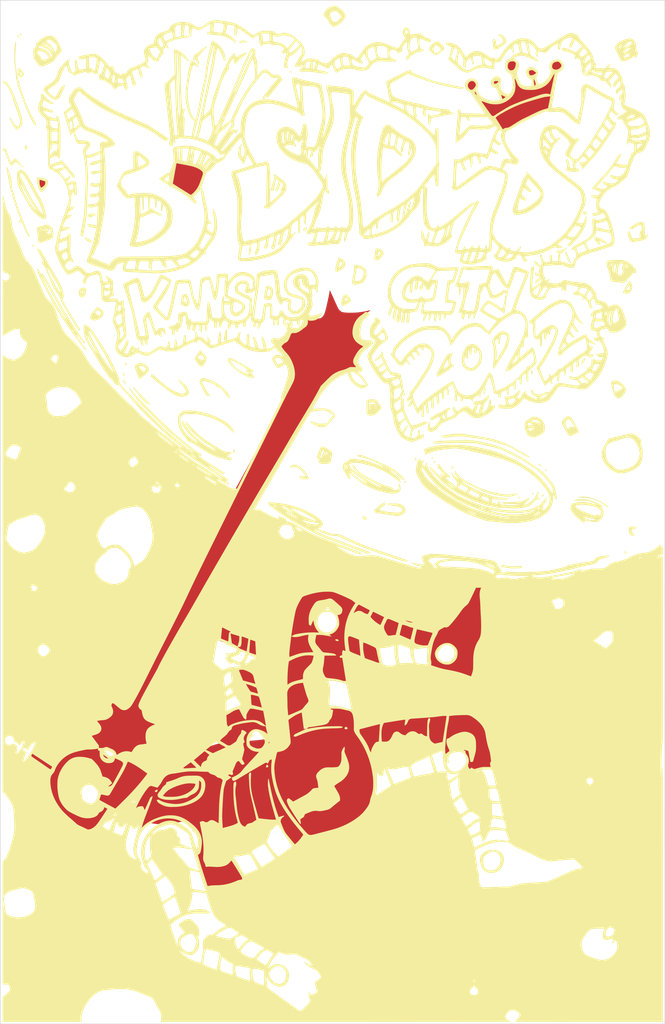
<source format=kicad_pcb>
(kicad_pcb (version 4) (host pcbnew 4.0.7)
  (layers (0 F.Cu signal) (31 B.Cu signal) (34 B.Paste user) (35 F.Paste user) (36 B.SilkS user) (37 F.SilkS user) (38 B.Mask user) (39 F.Mask user) (44 Edge.Cuts user))
  (net 0 "")
  (module LOGO (layer F.Cu) (at 0 0)
    (fp_text reference "G***" hide)
    (fp_text value "LOGO" hide)
  )
  (module LOGO (layer F.Cu) (at 0 0)
    (fp_text reference "G***" hide)
    (fp_text value "LOGO" hide)
  )
  (module LOGO (layer F.Cu) (at 0 0)
    (fp_text reference "G***" hide)
    (fp_text value "LOGO" hide)
  )
  (module LOGO (layer F.Cu) (at 0 0)
    (fp_text reference "G***" hide)
    (fp_text value "LOGO" hide)
    (fp_poly (pts (xy 15.503310 38.122913) (xy 15.570378 38.128348) (xy 15.651330 38.138290) (xy 15.750595 38.153476) (xy 15.872601 38.174643) (xy 16.021779 38.202526) (xy 16.202558 38.237862) (xy 16.419366 38.281389) (xy 16.467667 38.291187) (xy 16.729539 38.344356) (xy 16.953012 38.389726) (xy 17.141153 38.428021) (xy 17.297028 38.459965) (xy 17.423705 38.486281) (xy 17.524251 38.507693) (xy 17.601733 38.524924) (xy 17.659218 38.538697) (xy 17.699773 38.549737) (xy 17.726466 38.558767) (xy 17.742363 38.566510) (xy 17.750532 38.573690) (xy 17.754040 38.581031) (xy 17.755953 38.589256) (xy 17.757843 38.595547) (xy 17.764513 38.623504) (xy 17.778271 38.689501) (xy 17.798421 38.789961) (xy 17.824270 38.921314) (xy 17.855124 39.079983) (xy 17.890291 39.262396) (xy 17.929076 39.464978) (xy 17.970787 39.684157) (xy 18.014728 39.916358) (xy 18.033433 40.015583) (xy 18.084856 40.288930) (xy 18.128878 40.523823) (xy 18.165989 40.723400) (xy 18.196682 40.890800) (xy 18.221446 41.029160) (xy 18.240773 41.141618) (xy 18.255155 41.231312) (xy 18.265082 41.301379) (xy 18.271046 41.354957) (xy 18.273537 41.395185) (xy 18.273046 41.425200) (xy 18.270066 41.448139) (xy 18.265087 41.467141) (xy 18.262023 41.476083) (xy 18.254488 41.499194) (xy 18.249694 41.523391) (xy 18.248433 41.552994) (xy 18.251497 41.592324) (xy 18.259679 41.645700) (xy 18.273771 41.717441) (xy 18.294566 41.811867) (xy 18.322856 41.933298) (xy 18.359433 42.086054) (xy 18.405090 42.274454) (xy 18.418886 42.331208) (xy 18.460830 42.505109) (xy 18.498942 42.665840) (xy 18.532189 42.808828) (xy 18.559534 42.929494) (xy 18.579942 43.023264) (xy 18.592377 43.085561) (xy 18.595805 43.111809) (xy 18.595604 43.112284) (xy 18.576036 43.104540) (xy 18.535166 43.073953) (xy 18.484118 43.029206) (xy 18.215253 42.807813) (xy 17.913921 42.612621) (xy 17.581435 42.444319) (xy 17.219109 42.303594) (xy 16.936511 42.218670) (xy 16.648878 42.157216) (xy 16.381201 42.132017) (xy 16.131273 42.143262) (xy 15.896887 42.191140) (xy 15.675834 42.275840) (xy 15.562970 42.335933) (xy 15.501664 42.378411) (xy 15.421218 42.443422) (xy 15.331435 42.522608) (xy 15.242121 42.607611) (xy 15.229417 42.620300) (xy 15.019675 42.858075) (xy 14.847136 43.112884) (xy 14.710787 43.386938) (xy 14.609614 43.682445) (xy 14.542605 44.001614) (xy 14.522415 44.162500) (xy 14.513704 44.256411) (xy 14.507931 44.333431) (xy 14.505674 44.384677) (xy 14.506903 44.401292) (xy 14.530685 44.402930) (xy 14.592201 44.401194) (xy 14.687016 44.396421) (xy 14.810695 44.388945) (xy 14.958802 44.379101) (xy 15.126902 44.367224) (xy 15.310557 44.353650) (xy 15.505334 44.338712) (xy 15.706796 44.322747) (xy 15.910507 44.306089) (xy 16.112032 44.289073) (xy 16.306935 44.272034) (xy 16.490780 44.255307) (xy 16.659132 44.239227) (xy 16.679333 44.237233) (xy 17.395602 44.158775) (xy 18.073826 44.068937) (xy 18.716907 43.967090) (xy 19.327746 43.852605) (xy 19.909244 43.724854) (xy 20.464301 43.583207) (xy 20.995819 43.427035) (xy 21.506698 43.255709) (xy 21.917346 43.101466) (xy 22.069897 43.040078) (xy 22.221600 42.976829) (xy 22.367410 42.914030) (xy 22.502284 42.853996) (xy 22.621177 42.799041) (xy 22.719045 42.751477) (xy 22.790844 42.713618) (xy 22.831528 42.687778) (xy 22.838915 42.678804) (xy 22.836652 42.655072) (xy 22.830114 42.593153) (xy 22.819727 42.496929) (xy 22.805917 42.370285) (xy 22.789110 42.217105) (xy 22.769731 42.041272) (xy 22.748205 41.846670) (xy 22.725334 41.640559) (xy 29.571084 41.640559) (xy 29.702750 41.741498) (xy 29.778473 41.800846) (xy 29.851841 41.860496) (xy 29.907308 41.907803) (xy 29.908500 41.908869) (xy 29.982583 41.975302) (xy 30.257750 41.963895) (xy 30.340716 41.960815) (xy 30.459568 41.956915) (xy 30.607873 41.952379) (xy 30.779196 41.947395) (xy 30.967102 41.942149) (xy 31.165157 41.936826) (xy 31.366926 41.931613) (xy 31.411333 41.930496) (xy 31.664489 41.923866) (xy 31.880246 41.917453) (xy 32.063535 41.910928) (xy 32.077625 41.910298) (xy 33.497150 41.910298) (xy 33.498591 41.948497) (xy 33.521749 41.994975) (xy 33.530320 42.009003) (xy 33.591277 42.078274) (xy 33.667052 42.121907) (xy 33.745107 42.133273) (xy 33.760833 42.130894) (xy 33.808950 42.115277) (xy 33.876737 42.086989) (xy 33.926170 42.063625) (xy 33.988107 42.030981) (xy 34.033025 42.003992) (xy 34.048679 41.991276) (xy 34.046916 41.959480) (xy 34.024246 41.907483) (xy 33.987587 41.846987) (xy 33.943860 41.789693) (xy 33.908304 41.753912) (xy 33.826475 41.710063) (xy 33.735936 41.701195) (xy 33.647107 41.724526) (xy 33.570405 41.777271) (xy 33.516248 41.856648) (xy 33.515277 41.858939) (xy 33.497150 41.910298) (xy 32.077625 41.910298) (xy 32.219287 41.903964) (xy 32.352434 41.896233) (xy 32.467907 41.887406) (xy 32.570636 41.877157) (xy 32.665552 41.865157) (xy 32.757588 41.851078) (xy 32.850537 41.834801) (xy 33.041167 41.799768) (xy 33.041167 41.639947) (xy 32.887708 41.612972) (xy 32.809782 41.603591) (xy 32.694230 41.595667) (xy 32.545735 41.589178) (xy 32.368978 41.584104) (xy 32.168641 41.580421) (xy 31.949407 41.578109) (xy 31.715957 41.577146) (xy 31.472973 41.577510) (xy 31.225137 41.579181) (xy 30.977132 41.582135) (xy 30.733638 41.586352) (xy 30.499339 41.591809) (xy 30.278916 41.598486) (xy 30.077051 41.606361) (xy 29.898426 41.615412) (xy 29.747722 41.625617) (xy 29.723917 41.627575) (xy 29.571084 41.640559) (xy 22.725334 41.640559) (xy 22.724959 41.637183) (xy 22.710821 41.510074) (xy 22.686920 41.293488) (xy 22.664799 41.089325) (xy 22.644853 40.901496) (xy 22.627478 40.733913) (xy 22.613070 40.590489) (xy 22.602025 40.475135) (xy 22.594740 40.391762) (xy 22.591609 40.344284) (xy 22.591848 40.334750) (xy 22.611018 40.316364) (xy 22.659802 40.277510) (xy 22.733065 40.221902) (xy 22.825676 40.153253) (xy 22.932500 40.075278) (xy 23.048406 39.991691) (xy 23.168260 39.906206) (xy 23.286928 39.822538) (xy 23.399278 39.744401) (xy 23.500178 39.675508) (xy 23.537333 39.650605) (xy 23.671976 39.563882) (xy 23.807841 39.482853) (xy 23.951817 39.403988) (xy 24.110796 39.323756) (xy 24.291669 39.238626) (xy 24.501327 39.145068) (xy 24.647290 39.081925) (xy 24.789554 39.021223) (xy 24.918631 38.966666) (xy 25.029567 38.920309) (xy 25.117407 38.884203) (xy 25.177198 38.860400) (xy 25.203986 38.850952) (xy 25.204925 38.850939) (xy 25.208361 38.872024) (xy 25.216371 38.930405) (xy 25.228363 39.021365) (xy 25.243746 39.140182) (xy 25.261930 39.282137) (xy 25.282324 39.442511) (xy 25.304336 39.616583) (xy 25.327378 39.799633) (xy 25.350856 39.986942) (xy 25.374181 40.173790) (xy 25.396762 40.355458) (xy 25.418008 40.527224) (xy 25.437329 40.684370) (xy 25.454132 40.822176) (xy 25.467828 40.935922) (xy 25.477826 41.020889) (xy 25.483535 41.072355) (xy 25.484667 41.085703) (xy 25.502166 41.086746) (xy 25.548282 41.072536) (xy 25.613442 41.046091) (xy 25.620855 41.042792) (xy 25.963932 40.911825) (xy 26.319257 40.820615) (xy 26.684827 40.769059) (xy 27.058638 40.757051) (xy 27.438687 40.784487) (xy 27.822971 40.851262) (xy 28.209487 40.957271) (xy 28.596232 41.102409) (xy 28.832531 41.210666) (xy 29.079479 41.331704) (xy 29.361698 41.274289) (xy 29.548269 41.233628) (xy 29.701402 41.193605) (xy 29.829840 41.151305) (xy 29.942328 41.103813) (xy 30.047611 41.048213) (xy 30.057925 41.042186) (xy 30.226714 40.919294) (xy 30.363581 40.768865) (xy 30.467167 40.592595) (xy 30.512786 40.475112) (xy 30.542200 40.403892) (xy 30.586056 40.337535) (xy 30.653085 40.263690) (xy 30.682571 40.234809) (xy 30.813695 40.082141) (xy 30.923610 39.898899) (xy 31.007546 39.693521) (xy 31.028602 39.622802) (xy 31.046088 39.549714) (xy 31.067981 39.445131) (xy 31.092269 39.319403) (xy 31.116941 39.182880) (xy 31.136131 39.069621) (xy 31.158542 38.937320) (xy 31.181064 38.812344) (xy 31.202004 38.703524) (xy 31.219668 38.619691) (xy 31.231441 38.572649) (xy 31.246195 38.511595) (xy 31.250075 38.468009) (xy 31.246678 38.456456) (xy 31.221486 38.443921) (xy 31.165008 38.421411) (xy 31.086121 38.392333) (xy 31.010815 38.365936) (xy 30.920864 38.334514) (xy 30.846668 38.307523) (xy 30.796828 38.288161) (xy 30.780107 38.280163) (xy 30.778530 38.255113) (xy 30.788091 38.207338) (xy 30.789885 38.200903) (xy 30.809769 38.131750) (xy 31.592093 38.132455) (xy 31.813503 38.132842) (xy 32.000155 38.134119) (xy 32.159521 38.137112) (xy 32.299073 38.142646) (xy 32.426282 38.151546) (xy 32.548622 38.164638) (xy 32.673564 38.182748) (xy 32.808581 38.206701) (xy 32.961144 38.237322) (xy 33.138725 38.275438) (xy 33.348797 38.321873) (xy 33.390417 38.331129) (xy 33.550622 38.366711) (xy 33.709326 38.401854) (xy 33.858131 38.434705) (xy 33.988641 38.463413) (xy 34.092457 38.486127) (xy 34.147245 38.498006) (xy 34.339395 38.548826) (xy 34.500032 38.613698) (xy 34.638992 38.697604) (xy 34.766114 38.805527) (xy 34.778511 38.817790) (xy 34.857487 38.903203) (xy 34.924226 38.991345) (xy 34.980939 39.087931) (xy 35.029837 39.198676) (xy 35.073130 39.329293) (xy 35.113030 39.485498) (xy 35.151746 39.673004) (xy 35.187866 39.875968) (xy 35.221359 40.083171) (xy 35.248232 40.272133) (xy 35.269061 40.451259) (xy 35.284418 40.628955) (xy 35.294879 40.813628) (xy 35.301018 41.013683) (xy 35.303408 41.237526) (xy 35.302625 41.493563) (xy 35.302145 41.548664) (xy 35.300415 41.741699) (xy 35.299435 41.897679) (xy 35.299456 42.021878) (xy 35.300731 42.119571) (xy 35.303512 42.196034) (xy 35.308051 42.256542) (xy 35.314601 42.306369) (xy 35.323413 42.350791) (xy 35.334741 42.395083) (xy 35.344230 42.428583) (xy 35.388782 42.563117) (xy 35.446174 42.698377) (xy 35.519771 42.840386) (xy 35.612940 42.995166) (xy 35.729047 43.168739) (xy 35.860720 43.352519) (xy 36.340193 44.037370) (xy 36.778609 44.730040) (xy 37.176832 45.432485) (xy 37.535732 46.146660) (xy 37.856175 46.874521) (xy 38.139027 47.618023) (xy 38.385156 48.379122) (xy 38.595428 49.159774) (xy 38.754446 49.879250) (xy 38.843846 50.354910) (xy 38.916004 50.800194) (xy 38.971706 51.223031) (xy 39.011740 51.631348) (xy 39.036892 52.033071) (xy 39.047949 52.436129) (xy 39.046254 52.820021) (xy 39.032040 53.223202) (xy 39.004130 53.594062) (xy 38.961043 53.940811) (xy 38.901300 54.271661) (xy 38.823419 54.594823) (xy 38.725918 54.918509) (xy 38.608303 55.248349) (xy 38.566333 55.365161) (xy 38.528526 55.482828) (xy 38.498704 55.588610) (xy 38.480688 55.669766) (xy 38.479338 55.678346) (xy 38.436264 55.934558) (xy 38.383525 56.168880) (xy 38.318096 56.388087) (xy 38.236951 56.598953) (xy 38.137063 56.808254) (xy 38.015407 57.022764) (xy 37.868956 57.249258) (xy 37.694684 57.494510) (xy 37.628147 57.583917) (xy 37.377728 57.903165) (xy 37.122875 58.198797) (xy 36.857474 58.476586) (xy 36.575405 58.742304) (xy 36.270554 59.001723) (xy 35.936802 59.260616) (xy 35.581167 59.515658) (xy 35.122254 59.820641) (xy 34.655201 60.104073) (xy 34.176039 60.367673) (xy 33.680802 60.613159) (xy 33.165521 60.842249) (xy 32.626228 61.056664) (xy 32.058957 61.258119) (xy 31.459738 61.448336) (xy 30.824606 61.629031) (xy 30.511750 61.711365) (xy 30.385074 61.744007) (xy 30.225177 61.785377) (xy 30.039786 61.833467) (xy 29.836631 61.886267) (xy 29.623439 61.941770) (xy 29.407938 61.997965) (xy 29.197855 62.052846) (xy 29.167667 62.060741) (xy 28.822293 62.151035) (xy 28.515277 62.231113) (xy 28.244036 62.301517) (xy 28.005984 62.362790) (xy 27.798537 62.415474) (xy 27.619111 62.460112) (xy 27.465120 62.497247) (xy 27.333980 62.527421) (xy 27.223107 62.551178) (xy 27.129915 62.569060) (xy 27.051822 62.581610) (xy 26.986241 62.589370) (xy 26.930588 62.592883) (xy 26.882279 62.592692) (xy 26.838728 62.589340) (xy 26.797353 62.583368) (xy 26.755567 62.575321) (xy 26.736382 62.571262) (xy 26.655398 62.551087) (xy 26.579434 62.524957) (xy 26.505018 62.490003) (xy 26.428679 62.443355) (xy 26.346945 62.382145) (xy 26.256343 62.303502) (xy 26.153403 62.204557) (xy 26.034651 62.082441) (xy 25.896616 61.934285) (xy 25.735826 61.757218) (xy 25.690741 61.707067) (xy 24.971618 60.882542) (xy 24.291484 60.054345) (xy 23.647002 59.218166) (xy 23.034831 58.369691) (xy 22.531248 57.626250) (xy 22.393260 57.413990) (xy 22.254769 57.196413) (xy 22.120110 56.980588) (xy 21.993619 56.773586) (xy 21.879631 56.582478) (xy 21.782484 56.414334) (xy 21.728645 56.317440) (xy 21.676012 56.225228) (xy 21.636813 56.167980) (xy 21.607975 56.141677) (xy 21.592613 56.139441) (xy 21.559367 56.147782) (xy 21.494431 56.163809) (xy 21.407249 56.185197) (xy 21.309542 56.209070) (xy 21.213685 56.234164) (xy 21.134984 56.258039) (xy 21.081405 56.278043) (xy 21.060913 56.291525) (xy 21.060893 56.291819) (xy 21.070714 56.316714) (xy 21.097928 56.372131) (xy 21.139221 56.451669) (xy 21.191277 56.548926) (xy 21.242206 56.642000) (xy 21.544598 57.169953) (xy 21.874081 57.707798) (xy 22.232114 58.257653) (xy 22.620152 58.821637) (xy 23.039653 59.401868) (xy 23.492073 60.000464) (xy 23.971831 60.610750) (xy 24.069274 60.732220) (xy 24.162877 60.848221) (xy 24.255827 60.962592) (xy 24.351310 61.079170) (xy 24.452514 61.201792) (xy 24.562625 61.334296) (xy 24.684832 61.480519) (xy 24.822321 61.644299) (xy 24.978279 61.829473) (xy 25.155894 62.039879) (xy 25.320115 62.234145) (xy 25.529486 62.481706) (xy 25.376686 62.710395) (xy 25.130877 63.064889) (xy 24.892554 63.380859) (xy 24.659418 63.660964) (xy 24.429168 63.907867) (xy 24.199503 64.124229) (xy 24.038655 64.258304) (xy 23.968395 64.313388) (xy 23.911737 64.357007) (xy 23.876024 64.383554) (xy 23.867496 64.389000) (xy 23.849607 64.373536) (xy 23.808624 64.330262) (xy 23.748598 64.263854) (xy 23.673579 64.178986) (xy 23.587616 64.080335) (xy 23.494762 63.972577) (xy 23.399064 63.860386) (xy 23.304574 63.748438) (xy 23.215342 63.641410) (xy 23.135418 63.543977) (xy 23.134084 63.542333) (xy 23.037005 63.422775) (xy 22.921313 63.280466) (xy 22.795179 63.125445) (xy 22.666769 62.967749) (xy 22.544253 62.817413) (xy 22.488117 62.748583) (xy 22.385087 62.621214) (xy 22.284942 62.495425) (xy 22.192687 62.377651) (xy 22.113326 62.274327) (xy 22.051863 62.191891) (xy 22.018322 62.144384) (xy 21.946416 62.030854) (xy 21.873746 61.902594) (xy 21.798288 61.755305) (xy 21.718016 61.584688) (xy 21.630902 61.386445) (xy 21.534923 61.156276) (xy 21.432810 60.901919) (xy 21.370297 60.744625) (xy 21.310158 60.594641) (xy 21.254853 60.458001) (xy 21.206842 60.340741) (xy 21.168586 60.248895) (xy 21.142545 60.188499) (xy 21.137209 60.176833) (xy 21.092188 60.033282) (xy 21.082212 59.874045) (xy 21.106569 59.706094) (xy 21.164548 59.536405) (xy 21.212258 59.441770) (xy 21.238920 59.398607) (xy 21.271263 59.355452) (xy 21.314102 59.307412) (xy 21.372251 59.249594) (xy 21.450525 59.177107) (xy 21.553738 59.085056) (xy 21.624099 59.023250) (xy 21.662740 58.981021) (xy 21.696072 58.930570) (xy 21.719819 58.881538) (xy 21.729705 58.843566) (xy 21.721455 58.826293) (xy 21.710778 58.827808) (xy 21.669911 58.841353) (xy 21.599026 58.863201) (xy 21.504836 58.891418) (xy 21.394059 58.924071) (xy 21.273410 58.959227) (xy 21.149605 58.994953) (xy 21.029360 59.029315) (xy 20.919391 59.060381) (xy 20.826414 59.086216) (xy 20.757144 59.104888) (xy 20.718298 59.114463) (xy 20.712359 59.115216) (xy 20.697544 59.086533) (xy 20.671289 59.021986) (xy 20.635097 58.926018) (xy 20.590473 58.803070) (xy 20.538922 58.657584) (xy 20.481947 58.494002) (xy 20.421053 58.316766) (xy 20.357743 58.130318) (xy 20.293523 57.939100) (xy 20.229896 57.747555) (xy 20.168367 57.560123) (xy 20.110439 57.381247) (xy 20.057617 57.215369) (xy 20.011406 57.066930) (xy 19.973309 56.940374) (xy 19.958183 56.888128) (xy 19.928873 56.791050) (xy 19.901154 56.709803) (xy 19.878056 56.652601) (xy 19.862605 56.627656) (xy 19.862039 56.627383) (xy 19.832299 56.629268) (xy 19.772408 56.642042) (xy 19.692431 56.663366) (xy 19.639491 56.679136) (xy 19.548799 56.707813) (xy 19.491457 56.728932) (xy 19.460233 56.746975) (xy 19.447892 56.766428) (xy 19.447201 56.791775) (xy 19.447825 56.797955) (xy 19.454610 56.827747) (xy 19.472136 56.894701) (xy 19.499420 56.995303) (xy 19.535482 57.126036) (xy 19.579339 57.283384) (xy 19.630009 57.463833) (xy 19.686511 57.663866) (xy 19.747863 57.879967) (xy 19.813083 58.108623) (xy 19.844700 58.219102) (xy 19.911133 58.451354) (xy 19.974007 58.671864) (xy 20.032363 58.877224) (xy 20.085242 59.064027) (xy 20.131685 59.228865) (xy 20.170734 59.368331) (xy 20.201430 59.479017) (xy 20.222814 59.557517) (xy 20.233927 59.600421) (xy 20.235333 59.607434) (xy 20.215151 59.613859) (xy 20.158463 59.618535) (xy 20.071055 59.621552) (xy 19.958715 59.622997) (xy 19.827231 59.622961) (xy 19.682389 59.621532) (xy 19.529977 59.618798) (xy 19.375782 59.614849) (xy 19.225590 59.609774) (xy 19.085190 59.603661) (xy 18.960368 59.596599) (xy 18.856911 59.588678) (xy 18.827750 59.585817) (xy 18.623606 59.564034) (xy 18.412539 59.541054) (xy 18.198808 59.517378) (xy 17.986674 59.493507) (xy 17.780398 59.469941) (xy 17.584238 59.447180) (xy 17.402457 59.425726) (xy 17.239312 59.406079) (xy 17.099066 59.388739) (xy 16.985978 59.374207) (xy 16.904308 59.362984) (xy 16.858317 59.355569) (xy 16.850006 59.353434) (xy 16.836490 59.329217) (xy 16.813083 59.267000) (xy 16.780707 59.169715) (xy 16.740285 59.040291) (xy 16.692739 58.881657) (xy 16.638993 58.696744) (xy 16.598988 58.556121) (xy 16.549616 58.381702) (xy 16.503662 58.220368) (xy 16.462421 58.076592) (xy 16.427191 57.954848) (xy 16.399266 57.859608) (xy 16.379941 57.795347) (xy 16.370514 57.766536) (xy 16.369955 57.765446) (xy 16.348025 57.767366) (xy 16.298178 57.779307) (xy 16.232267 57.797699) (xy 16.162148 57.818970) (xy 16.099676 57.839550) (xy 16.056704 57.855870) (xy 16.044333 57.863512) (xy 16.048880 57.885080) (xy 16.061878 57.943646) (xy 16.082362 58.034937) (xy 16.109367 58.154679) (xy 16.141927 58.298597) (xy 16.179079 58.462418) (xy 16.219857 58.641867) (xy 16.245202 58.753234) (xy 16.287326 58.940116) (xy 16.325731 59.114164) (xy 16.359526 59.271066) (xy 16.387819 59.406510) (xy 16.409722 59.516185) (xy 16.424342 59.595779) (xy 16.430789 59.640980) (xy 16.430410 59.649759) (xy 16.408984 59.665075) (xy 16.357362 59.700257) (xy 16.280679 59.751858) (xy 16.184074 59.816428) (xy 16.072684 59.890518) (xy 16.000980 59.938048) (xy 15.869032 60.025181) (xy 15.765917 60.092153) (xy 15.685223 60.142258) (xy 15.620542 60.178789) (xy 15.565462 60.205041) (xy 15.513575 60.224307) (xy 15.458469 60.239881) (xy 15.393735 60.255056) (xy 15.376563 60.258891) (xy 15.193227 60.302631) (xy 15.028202 60.347735) (xy 14.887792 60.392244) (xy 14.778303 60.434202) (xy 14.720688 60.462576) (xy 14.629860 60.529146) (xy 14.528315 60.628137) (xy 14.422191 60.753136) (xy 14.351134 60.848875) (xy 14.303638 60.912118) (xy 14.262842 60.958898) (xy 14.236399 60.980591) (xy 14.233730 60.981167) (xy 14.191951 60.973029) (xy 14.123660 60.951548) (xy 14.040780 60.921125) (xy 13.955235 60.886158) (xy 13.878948 60.851048) (xy 13.873021 60.848070) (xy 13.688557 60.731179) (xy 13.524247 60.578799) (xy 13.383047 60.394124) (xy 13.280417 60.207780) (xy 13.240593 60.112533) (xy 13.193701 59.984022) (xy 13.142224 59.830228) (xy 13.088643 59.659127) (xy 13.035443 59.478700) (xy 12.985105 59.296925) (xy 12.940111 59.121780) (xy 12.931612 59.086750) (xy 12.906160 58.981054) (xy 12.884341 58.891229) (xy 12.867977 58.824719) (xy 12.858892 58.788970) (xy 12.857706 58.784953) (xy 12.836784 58.785321) (xy 12.787010 58.794288) (xy 12.720283 58.808985) (xy 12.648500 58.826540) (xy 12.583559 58.844085) (xy 12.537359 58.858748) (xy 12.522468 58.865826) (xy 12.516795 58.879925) (xy 12.517342 58.909149) (xy 12.524987 58.957197) (xy 12.540608 59.027768) (xy 12.565085 59.124560) (xy 12.599295 59.251272) (xy 12.644117 59.411603) (xy 12.692201 59.580523) (xy 12.745025 59.773164) (xy 12.782926 59.929676) (xy 12.805654 60.048934) (xy 12.812856 60.120273) (xy 12.816417 60.250917) (xy 12.452093 60.433922) (xy 12.290004 60.512131) (xy 12.124083 60.585281) (xy 11.949306 60.655057) (xy 11.760646 60.723144) (xy 11.553078 60.791228) (xy 11.321576 60.860994) (xy 11.061114 60.934127) (xy 10.766666 61.012312) (xy 10.597327 61.055810) (xy 10.432155 61.097540) (xy 10.280403 61.135317) (xy 10.146842 61.167999) (xy 10.036243 61.194440) (xy 9.953377 61.213498) (xy 9.903013 61.224028) (xy 9.889363 61.225585) (xy 9.885046 61.202049) (xy 9.878881 61.141557) (xy 9.871195 61.049429) (xy 9.862314 60.930987) (xy 9.852564 60.791551) (xy 9.842272 60.636442) (xy 9.831765 60.470982) (xy 9.821369 60.300491) (xy 9.811410 60.130290) (xy 9.802215 59.965701) (xy 9.794111 59.812043) (xy 9.787423 59.674639) (xy 9.782479 59.558809) (xy 9.779605 59.469874) (xy 9.779000 59.426994) (xy 9.779000 59.268661) (xy 9.678458 59.278822) (xy 9.610522 59.285477) (xy 9.517151 59.294352) (xy 9.415077 59.303863) (xy 9.381197 59.306975) (xy 9.293960 59.316198) (xy 9.223416 59.325986) (xy 9.179689 59.334821) (xy 9.170910 59.338534) (xy 9.166478 59.362745) (xy 9.161568 59.423064) (xy 9.156505 59.513276) (xy 9.151615 59.627164) (xy 9.147222 59.758511) (xy 9.145379 59.826204) (xy 9.141315 59.963793) (xy 9.136545 60.086962) (xy 9.131406 60.189484) (xy 9.126229 60.265132) (xy 9.121349 60.307677) (xy 9.119206 60.314516) (xy 9.097764 60.308243) (xy 9.045384 60.282899) (xy 8.967339 60.241336) (xy 8.868906 60.186407) (xy 8.755357 60.120967) (xy 8.686723 60.080549) (xy 8.561485 60.006828) (xy 8.443414 59.938416) (xy 8.339053 59.879020) (xy 8.254948 59.832348) (xy 8.197643 59.802105) (xy 8.182350 59.794847) (xy 8.086369 59.763199) (xy 7.964769 59.737548) (xy 7.834112 59.720306) (xy 7.710960 59.713886) (xy 7.644457 59.716504) (xy 7.560798 59.728446) (xy 7.485918 59.750981) (xy 7.409304 59.789083) (xy 7.320439 59.847727) (xy 7.239752 59.907932) (xy 7.105508 60.002900) (xy 6.986408 60.067511) (xy 6.872803 60.105716) (xy 6.755041 60.121468) (xy 6.716022 60.122410) (xy 6.643603 60.121041) (xy 6.585442 60.114121) (xy 6.528867 60.097981) (xy 6.461206 60.068950) (xy 6.369787 60.023356) (xy 6.364205 60.020494) (xy 6.264960 59.973351) (xy 6.171532 59.935697) (xy 6.096393 59.912332) (xy 6.071119 59.907671) (xy 5.962923 59.909634) (xy 5.836433 59.933803) (xy 5.706261 59.975749) (xy 5.587019 60.031044) (xy 5.517911 60.075299) (xy 5.508837 60.084051) (xy 5.502585 60.097401) (xy 5.499715 60.119175) (xy 5.500788 60.153202) (xy 5.506365 60.203309) (xy 5.517007 60.273325) (xy 5.533275 60.367076) (xy 5.555732 60.488392) (xy 5.584937 60.641099) (xy 5.621451 60.829025) (xy 5.649248 60.971248) (xy 5.731178 61.392976) (xy 5.804434 61.777082) (xy 5.869541 62.127270) (xy 5.927024 62.447240) (xy 5.977408 62.740693) (xy 6.021216 63.011332) (xy 6.058974 63.262857) (xy 6.091206 63.498969) (xy 6.118436 63.723371) (xy 6.141189 63.939764) (xy 6.159989 64.151849) (xy 6.175360 64.363328) (xy 6.187828 64.577901) (xy 6.197917 64.799271) (xy 6.200272 64.859911) (xy 6.206995 65.138895) (xy 6.207507 65.438107) (xy 6.202134 65.744558) (xy 6.191198 66.045259) (xy 6.175025 66.327222) (xy 6.158604 66.529821) (xy 6.149293 66.661741) (xy 6.143256 66.815525) (xy 6.141070 66.970791) (xy 6.142734 67.090738) (xy 6.155544 67.287985) (xy 6.182469 67.456386) (xy 6.226834 67.608029) (xy 6.291965 67.755003) (xy 6.357335 67.870917) (xy 6.405336 67.951614) (xy 6.442328 68.020013) (xy 6.472128 68.086028) (xy 6.498552 68.159573) (xy 6.525417 68.250561) (xy 6.556537 68.368908) (xy 6.571007 68.426029) (xy 6.599894 68.537555) (xy 6.622126 68.613918) (xy 6.640210 68.661288) (xy 6.656651 68.685833) (xy 6.673956 68.693720) (xy 6.679777 68.693755) (xy 6.717880 68.689913) (xy 6.786255 68.681825) (xy 6.873220 68.670899) (xy 6.921500 68.664617) (xy 7.033666 68.654763) (xy 7.178383 68.649485) (xy 7.346139 68.648586) (xy 7.527421 68.651866) (xy 7.712717 68.659128) (xy 7.892516 68.670172) (xy 8.057305 68.684800) (xy 8.096250 68.689134) (xy 8.242709 68.702056) (xy 8.417220 68.710731) (xy 8.609605 68.715232) (xy 8.809686 68.715630) (xy 9.007282 68.711998) (xy 9.192215 68.704408) (xy 9.354306 68.692932) (xy 9.472083 68.679366) (xy 9.798103 68.621858) (xy 10.088785 68.550453) (xy 10.349307 68.463519) (xy 10.584850 68.359424) (xy 10.719070 68.286455) (xy 10.850900 68.197901) (xy 10.993046 68.083000) (xy 11.134433 67.951937) (xy 11.263986 67.814895) (xy 11.358919 67.698099) (xy 11.426964 67.612431) (xy 11.482800 67.557497) (xy 11.533721 67.526457) (xy 11.547331 67.521365) (xy 11.597635 67.506970) (xy 11.626965 67.502763) (xy 11.629246 67.503682) (xy 11.641372 67.522556) (xy 11.673772 67.573695) (xy 11.724189 67.653519) (xy 11.790368 67.758453) (xy 11.870056 67.884919) (xy 11.960995 68.029338) (xy 12.060932 68.188135) (xy 12.154311 68.336583) (xy 12.375851 68.689185) (xy 12.575650 69.007987) (xy 12.754783 69.294848) (xy 12.914325 69.551625) (xy 13.055353 69.780178) (xy 13.178939 69.982365) (xy 13.286161 70.160045) (xy 13.378093 70.315076) (xy 13.455810 70.449317) (xy 13.520387 70.564627) (xy 13.572900 70.662864) (xy 13.614423 70.745886) (xy 13.646031 70.815552) (xy 13.668801 70.873721) (xy 13.683807 70.922252) (xy 13.692123 70.963002) (xy 13.694826 70.997831) (xy 13.694833 70.999657) (xy 13.683285 71.077223) (xy 13.646157 71.137929) (xy 13.579726 71.184049) (xy 13.480268 71.217855) (xy 13.344061 71.241620) (xy 13.288131 71.247874) (xy 13.148128 71.265027) (xy 13.029297 71.288295) (xy 12.915859 71.322065) (xy 12.792039 71.370729) (xy 12.701271 71.411162) (xy 12.355620 71.559692) (xy 11.981143 71.702459) (xy 11.591328 71.834984) (xy 11.199663 71.952789) (xy 10.819635 72.051393) (xy 10.673347 72.084576) (xy 10.418460 72.136822) (xy 10.173476 72.180443) (xy 9.930581 72.216267) (xy 9.681963 72.245121) (xy 9.419807 72.267831) (xy 9.136301 72.285225) (xy 8.823629 72.298130) (xy 8.593667 72.304682) (xy 8.395752 72.309628) (xy 8.229903 72.314392) (xy 8.088281 72.319659) (xy 7.963044 72.326117) (xy 7.846353 72.334451) (xy 7.730366 72.345347) (xy 7.607244 72.359491) (xy 7.469147 72.377569) (xy 7.308234 72.400267) (xy 7.116664 72.428271) (xy 7.023025 72.442097) (xy 6.944633 72.453686) (xy 6.614272 71.442884) (xy 6.518679 71.150384) (xy 6.435082 70.894536) (xy 6.362318 70.671759) (xy 6.299227 70.478467) (xy 6.244646 70.311079) (xy 6.197412 70.166010) (xy 6.156364 70.039678) (xy 6.120341 69.928499) (xy 6.088179 69.828889) (xy 6.058717 69.737265) (xy 6.030792 69.650044) (xy 6.003244 69.563643) (xy 5.974909 69.474477) (xy 5.944626 69.378964) (xy 5.929565 69.331417) (xy 5.830802 69.016816) (xy 5.729789 68.689919) (xy 5.628480 68.357317) (xy 5.528828 68.025606) (xy 5.432789 67.701379) (xy 5.342314 67.391231) (xy 5.259359 67.101754) (xy 5.185877 66.839544) (xy 5.126072 66.619640) (xy 5.063328 66.384363) (xy 5.140456 66.348215) (xy 5.267991 66.277204) (xy 5.374680 66.191235) (xy 5.463228 66.085666) (xy 5.536343 65.955850) (xy 5.596732 65.797143) (xy 5.647101 65.604901) (xy 5.683175 65.416911) (xy 5.743283 65.036190) (xy 5.788733 64.690826) (xy 5.819601 64.376489) (xy 5.835960 64.088850) (xy 5.837886 63.823577) (xy 5.825453 63.576343) (xy 5.798736 63.342815) (xy 5.757810 63.118665) (xy 5.725165 62.981859) (xy 5.608334 62.614298) (xy 5.450967 62.252395) (xy 5.254761 61.898910) (xy 5.021412 61.556602) (xy 4.752618 61.228230) (xy 4.461402 60.927325) (xy 4.365861 60.838933) (xy 4.251209 60.737346) (xy 4.122174 60.626363) (xy 3.983485 60.509782) (xy 3.839871 60.391401) (xy 3.696061 60.275020) (xy 3.556782 60.164437) (xy 3.426764 60.063451) (xy 3.310735 59.975860) (xy 3.213424 59.905462) (xy 3.139559 59.856057) (xy 3.100790 59.834320) (xy 3.071262 59.831439) (xy 3.009143 59.835544) (xy 2.912790 59.846858) (xy 2.780561 59.865606) (xy 2.610814 59.892012) (xy 2.401906 59.926300) (xy 2.296457 59.944060) (xy 1.957809 60.001425) (xy 1.657609 60.052172) (xy 1.392581 60.096823) (xy 1.159447 60.135904) (xy 0.954930 60.169939) (xy 0.775752 60.199451) (xy 0.618636 60.224966) (xy 0.480305 60.247006) (xy 0.357480 60.266097) (xy 0.246885 60.282763) (xy 0.145243 60.297528) (xy 0.049275 60.310916) (xy -0.044296 60.323450) (xy -0.138746 60.335657) (xy -0.201083 60.343528) (xy -0.455579 60.374749) (xy -0.676942 60.400106) (xy -0.873882 60.420170) (xy -1.055107 60.435512) (xy -1.229327 60.446702) (xy -1.405250 60.454310) (xy -1.591586 60.458907) (xy -1.797044 60.461064) (xy -2.000250 60.461397) (xy -2.262001 60.459760) (xy -2.490369 60.455051) (xy -2.694241 60.446556) (xy -2.882502 60.433561) (xy -3.064036 60.415354) (xy -3.247730 60.391221) (xy -3.442469 60.360448) (xy -3.598333 60.333087) (xy -3.705631 60.312211) (xy -3.831125 60.285533) (xy -3.966045 60.255159) (xy -4.101618 60.223193) (xy -4.229074 60.191742) (xy -4.339642 60.162910) (xy -4.424549 60.138802) (xy -4.468188 60.124301) (xy -4.501511 60.131205) (xy -4.565200 60.164783) (xy -4.657567 60.224057) (xy -4.743355 60.283862) (xy -4.912245 60.406664) (xy -5.056349 60.516827) (xy -5.186981 60.623817) (xy -5.315457 60.737102) (xy -5.453095 60.866148) (xy -5.539470 60.949882) (xy -5.623894 61.030819) (xy -5.696884 61.097687) (xy -5.753647 61.146351) (xy -5.789391 61.172676) (xy -5.799667 61.174409) (xy -5.793611 61.140331) (xy -5.776604 61.071861) (xy -5.750388 60.974994) (xy -5.716707 60.855725) (xy -5.677301 60.720046) (xy -5.633913 60.573953) (xy -5.588287 60.423439) (xy -5.542162 60.274500) (xy -5.497283 60.133128) (xy -5.494519 60.124556) (xy -5.457540 60.008952) (xy -5.425972 59.908270) (xy -5.401797 59.829000) (xy -5.386997 59.777629) (xy -5.383335 59.760609) (xy -5.402705 59.749052) (xy -5.450933 59.721837) (xy -5.519731 59.683614) (xy -5.567419 59.657339) (xy -5.935245 59.434983) (xy -6.272802 59.187622) (xy -6.587464 58.909619) (xy -6.721553 58.775107) (xy -6.931790 58.538948) (xy -7.102559 58.307906) (xy -7.235717 58.077904) (xy -7.333119 57.844864) (xy -7.396620 57.604712) (xy -7.428076 57.353369) (xy -7.432391 57.213500) (xy -7.419804 56.975760) (xy -7.380107 56.747780) (xy -7.311038 56.522912) (xy -7.210334 56.294509) (xy -7.075734 56.055925) (xy -7.038285 55.997797) (xy 22.332264 55.997797) (xy 22.342969 56.053842) (xy 22.367085 56.137435) (xy 22.402546 56.243087) (xy 22.447288 56.365307) (xy 22.499248 56.498605) (xy 22.556361 56.637491) (xy 22.616562 56.776474) (xy 22.677788 56.910063) (xy 22.725621 57.008369) (xy 22.769358 57.089984) (xy 22.834647 57.203934) (xy 22.919655 57.347263) (xy 23.022551 57.517019) (xy 23.141500 57.710247) (xy 23.274670 57.923992) (xy 23.420229 58.155301) (xy 23.576344 58.401220) (xy 23.741182 58.658795) (xy 23.912910 58.925071) (xy 23.955956 58.991500) (xy 24.120046 59.244565) (xy 24.262620 59.464502) (xy 24.385300 59.653636) (xy 24.489704 59.814293) (xy 24.577451 59.948798) (xy 24.650160 60.059477) (xy 24.709450 60.148654) (xy 24.756942 60.218656) (xy 24.794254 60.271808) (xy 24.823004 60.310435) (xy 24.844813 60.336862) (xy 24.861300 60.353416) (xy 24.874084 60.362421) (xy 24.884783 60.366202) (xy 24.895018 60.367086) (xy 24.906407 60.367397) (xy 24.914643 60.368304) (xy 24.963962 60.375716) (xy 24.990004 60.378792) (xy 24.990924 60.378740) (xy 24.989632 60.358408) (xy 24.983929 60.302210) (xy 24.974499 60.216309) (xy 24.962022 60.106865) (xy 24.947180 59.980039) (xy 24.942013 59.936544) (xy 24.924650 59.789527) (xy 24.912286 59.678866) (xy 24.904749 59.598902) (xy 24.901869 59.543974) (xy 24.903473 59.508423) (xy 24.909391 59.486588) (xy 24.919450 59.472809) (xy 24.927755 59.465780) (xy 24.960570 59.443956) (xy 25.021497 59.406544) (xy 25.101806 59.358808) (xy 25.191845 59.306540) (xy 25.340608 59.217648) (xy 25.455659 59.139081) (xy 25.542335 59.064813) (xy 25.605971 58.988817) (xy 25.651904 58.905067) (xy 25.685469 58.807536) (xy 25.704528 58.727533) (xy 25.729313 58.632846) (xy 25.758101 58.572156) (xy 25.784516 58.543927) (xy 25.820847 58.523002) (xy 25.890310 58.489000) (xy 25.986731 58.444564) (xy 26.103935 58.392336) (xy 26.235747 58.334956) (xy 26.375993 58.275066) (xy 26.518498 58.215309) (xy 26.657087 58.158326) (xy 26.785584 58.106758) (xy 26.897817 58.063247) (xy 26.971641 58.036051) (xy 27.283188 57.943306) (xy 27.593675 57.886115) (xy 27.897540 57.865082) (xy 28.189220 57.880815) (xy 28.278667 57.893646) (xy 28.362920 57.903951) (xy 28.474883 57.912455) (xy 28.599941 57.918276) (xy 28.723167 57.920529) (xy 28.815211 57.920093) (xy 28.895371 57.917766) (xy 28.971377 57.912500) (xy 29.050958 57.903245) (xy 29.141843 57.888950) (xy 29.251762 57.868566) (xy 29.388444 57.841044) (xy 29.538083 57.809858) (xy 29.691105 57.777240) (xy 29.838399 57.744947) (xy 29.972351 57.714717) (xy 30.085344 57.688289) (xy 30.169763 57.667400) (xy 30.207525 57.657080) (xy 30.433339 57.570631) (xy 30.648046 57.447704) (xy 30.818667 57.318460) (xy 31.007549 57.159786) (xy 31.171921 57.022395) (xy 31.319428 56.900034) (xy 31.457716 56.786453) (xy 31.594431 56.675401) (xy 31.737219 56.560627) (xy 31.893725 56.435879) (xy 32.041042 56.319082) (xy 32.575500 55.896080) (xy 32.575132 55.649915) (xy 32.569632 55.482118) (xy 32.552430 55.320862) (xy 32.521699 55.161286) (xy 32.475613 54.998526) (xy 32.412344 54.827720) (xy 32.330067 54.644005) (xy 32.226954 54.442520) (xy 32.101178 54.218402) (xy 31.950914 53.966787) (xy 31.930015 53.932667) (xy 31.797408 53.713780) (xy 31.687354 53.525865) (xy 31.600196 53.369571) (xy 31.536276 53.245546) (xy 31.495937 53.154441) (xy 31.479520 53.096904) (xy 31.480635 53.080245) (xy 31.507219 53.044232) (xy 31.563657 52.989845) (xy 31.644153 52.921536) (xy 31.742911 52.843758) (xy 31.854132 52.760963) (xy 31.972022 52.677606) (xy 32.090781 52.598138) (xy 32.187102 52.537569) (xy 32.441611 52.380075) (xy 32.662702 52.236435) (xy 32.855398 52.102774) (xy 33.024721 51.975215) (xy 33.175695 51.849882) (xy 33.313342 51.722900) (xy 33.442685 51.590391) (xy 33.508407 51.517928) (xy 33.749374 51.222415) (xy 33.948732 50.925910) (xy 34.107200 50.626587) (xy 34.225493 50.322621) (xy 34.304330 50.012184) (xy 34.344428 49.693452) (xy 34.347314 49.381833) (xy 34.332814 49.187246) (xy 34.305615 48.986489) (xy 34.264584 48.775700) (xy 34.208587 48.551014) (xy 34.136490 48.308571) (xy 34.047158 48.044506) (xy 33.939458 47.754957) (xy 33.812255 47.436061) (xy 33.690873 47.145900) (xy 33.634809 47.012425) (xy 33.582338 46.884185) (xy 33.536572 46.769048) (xy 33.500625 46.674883) (xy 33.477610 46.609556) (xy 33.474032 46.597935) (xy 33.447017 46.454227) (xy 33.440638 46.292402) (xy 33.454949 46.131339) (xy 33.472422 46.046970) (xy 33.487864 45.974042) (xy 33.493568 45.902504) (xy 33.488955 45.821743) (xy 33.473449 45.721145) (xy 33.447930 45.596746) (xy 33.432547 45.526408) (xy 33.291010 45.739294) (xy 33.227003 45.839036) (xy 33.164580 45.942305) (xy 33.111926 46.035250) (xy 33.083409 46.090608) (xy 33.017343 46.229036) (xy 33.049191 46.381976) (xy 33.087403 46.628355) (xy 33.093849 46.858765) (xy 33.067769 47.085827) (xy 33.008406 47.322162) (xy 32.989150 47.381583) (xy 32.955739 47.488727) (xy 32.931435 47.588900) (xy 32.913532 47.696544) (xy 32.899320 47.826098) (xy 32.893876 47.889583) (xy 32.864329 48.161477) (xy 32.821324 48.400098) (xy 32.762575 48.613004) (xy 32.685797 48.807754) (xy 32.588703 48.991908) (xy 32.534333 49.078572) (xy 32.437773 49.213698) (xy 32.345028 49.314368) (xy 32.246893 49.385895) (xy 32.134159 49.433591) (xy 31.997620 49.462772) (xy 31.842462 49.477872) (xy 31.606840 49.492788) (xy 30.795305 50.585602) (xy 30.500651 50.982312) (xy 30.229891 51.346623) (xy 29.981729 51.680158) (xy 29.754869 51.984543) (xy 29.548017 52.261400) (xy 29.359875 52.512354) (xy 29.189148 52.739030) (xy 29.034541 52.943050) (xy 28.894758 53.126040) (xy 28.768503 53.289623) (xy 28.654480 53.435424) (xy 28.551394 53.565067) (xy 28.457949 53.680175) (xy 28.372849 53.782373) (xy 28.294799 53.873285) (xy 28.222503 53.954535) (xy 28.154664 54.027747) (xy 28.089988 54.094545) (xy 28.027179 54.156553) (xy 27.964941 54.215396) (xy 27.901978 54.272698) (xy 27.836994 54.330082) (xy 27.768694 54.389172) (xy 27.743625 54.410679) (xy 27.503736 54.604060) (xy 27.257991 54.776933) (xy 27.002172 54.930984) (xy 26.732057 55.067900) (xy 26.443425 55.189367) (xy 26.132056 55.297071) (xy 25.793730 55.392698) (xy 25.424227 55.477935) (xy 25.019324 55.554467) (xy 24.785315 55.592639) (xy 24.435213 55.646975) (xy 23.991565 55.890184) (xy 23.866300 55.958388) (xy 23.752924 56.019232) (xy 23.656835 56.069890) (xy 23.583433 56.107538) (xy 23.538116 56.129349) (xy 23.526236 56.133696) (xy 23.502013 56.121034) (xy 23.453124 56.086501) (xy 23.387133 56.035673) (xy 23.325667 55.985833) (xy 23.246027 55.923282) (xy 23.175702 55.874340) (xy 23.122902 55.844411) (xy 23.100610 55.837667) (xy 23.066639 55.841414) (xy 22.999857 55.851609) (xy 22.909017 55.866679) (xy 22.802874 55.885052) (xy 22.690183 55.905155) (xy 22.579699 55.925417) (xy 22.480177 55.944265) (xy 22.400371 55.960127) (xy 22.349036 55.971430) (xy 22.337032 55.974792) (xy 22.332264 55.997797) (xy -7.038285 55.997797) (xy -6.996774 55.933366) (xy -6.926954 55.831261) (xy -6.855623 55.732519) (xy -6.779532 55.633439) (xy -6.695433 55.530320) (xy -6.600077 55.419463) (xy -6.490216 55.297167) (xy -6.362601 55.159732) (xy -6.213984 55.003457) (xy -6.041117 54.824642) (xy -5.866115 54.645459) (xy -5.613070 54.385677) (xy -5.388367 54.150600) (xy -5.189422 53.936026) (xy -5.013651 53.737751) (xy -4.858470 53.551573) (xy -4.721296 53.373287) (xy -4.599544 53.198691) (xy -4.490630 53.023582) (xy -4.391971 52.843758) (xy -4.300983 52.655013) (xy -4.215081 52.453147) (xy -4.131682 52.233955) (xy -4.048202 51.993235) (xy -3.962057 51.726783) (xy -3.870663 51.430396) (xy -3.852300 51.369718) (xy -3.773857 51.112171) (xy -3.704555 50.890107) (xy -3.642460 50.698146) (xy -3.585642 50.530911) (xy -3.532166 50.383024) (xy -3.480099 50.249108) (xy -3.427511 50.123784) (xy -3.372467 50.001675) (xy -3.324262 49.900417) (xy -3.151503 49.587075) (xy -3.013799 49.392417) (xy -2.413000 49.392417) (xy -2.402417 49.403000) (xy -2.391833 49.392417) (xy -2.402417 49.381833) (xy -2.413000 49.392417) (xy -3.013799 49.392417) (xy -2.998826 49.371250) (xy -2.349500 49.371250) (xy -2.338917 49.381833) (xy -2.328333 49.371250) (xy -2.338917 49.360667) (xy -2.349500 49.371250) (xy -2.998826 49.371250) (xy -2.981356 49.346555) (xy -2.278945 49.346555) (xy -2.276039 49.359139) (xy -2.264833 49.360667) (xy -2.247411 49.352922) (xy -2.250722 49.346555) (xy -2.275842 49.344022) (xy -2.278945 49.346555) (xy -2.981356 49.346555) (xy -2.953761 49.307548) (xy -2.729904 49.060676) (xy -2.478801 48.845302) (xy -2.199323 48.660267) (xy -2.021417 48.565228) (xy -1.765184 48.457077) (xy -1.511002 48.384735) (xy -1.262411 48.348371) (xy -1.022951 48.348153) (xy -0.796163 48.384251) (xy -0.585587 48.456833) (xy -0.511938 48.493268) (xy -0.433324 48.538783) (xy -0.363205 48.584839) (xy -0.309122 48.625828) (xy -0.278618 48.656140) (xy -0.275994 48.668721) (xy -0.297403 48.676965) (xy -0.355019 48.697348) (xy -0.444918 48.728526) (xy -0.563179 48.769158) (xy -0.705878 48.817899) (xy -0.869094 48.873407) (xy -1.048903 48.934337) (xy -1.241383 48.999348) (xy -1.252310 49.003033) (xy -1.444741 49.068073) (xy -1.624179 49.129032) (xy -1.786783 49.184584) (xy -1.928714 49.233401) (xy -2.046133 49.274157) (xy -2.135199 49.305526) (xy -2.192073 49.326181) (xy -2.212914 49.334795) (xy -2.212926 49.334912) (xy -2.191772 49.331165) (xy -2.135415 49.317471) (xy -2.049423 49.295284) (xy -1.939361 49.266059) (xy -1.810795 49.231252) (xy -1.701449 49.201218) (xy -1.097845 49.032281) (xy -0.532448 48.869454) (xy -0.001767 48.711548) (xy 0.497691 48.557372) (xy 0.969416 48.405738) (xy 1.416900 48.255455) (xy 1.843636 48.105333) (xy 2.253115 47.954183) (xy 2.648828 47.800815) (xy 3.034268 47.644039) (xy 3.412926 47.482666) (xy 3.651250 47.377352) (xy 3.931718 47.248448) (xy 4.226434 47.106418) (xy 4.539402 46.949207) (xy 4.874628 46.774758) (xy 5.236116 46.581017) (xy 5.627871 46.365925) (xy 5.704417 46.323388) (xy 6.104141 46.104051) (xy 6.474511 45.907974) (xy 6.820276 45.733339) (xy 7.146187 45.578326) (xy 7.456993 45.441117) (xy 7.757444 45.319893) (xy 8.052291 45.212834) (xy 8.346283 45.118122) (xy 8.644171 45.033938) (xy 8.950704 44.958463) (xy 9.270633 44.889878) (xy 9.608708 44.826363) (xy 9.618218 44.824687) (xy 10.018354 44.754251) (xy 9.697593 44.568995) (xy 9.607775 44.515842) (xy 12.504854 44.515842) (xy 12.532277 44.524332) (xy 12.596963 44.521809) (xy 12.610032 44.520776) (xy 12.661894 44.517054) (xy 12.749574 44.511314) (xy 12.866626 44.503955) (xy 13.006602 44.495375) (xy 13.163058 44.485972) (xy 13.329547 44.476144) (xy 13.382992 44.473027) (xy 13.544611 44.463342) (xy 13.692238 44.453947) (xy 13.820676 44.445217) (xy 13.924724 44.437524) (xy 13.999183 44.431245) (xy 14.038855 44.426752) (xy 14.043948 44.425441) (xy 14.042433 44.402006) (xy 14.028264 44.351903) (xy 14.012469 44.307316) (xy 13.955001 44.098338) (xy 13.939455 43.885652) (xy 13.965826 43.671378) (xy 14.015100 43.505548) (xy 14.061988 43.405438) (xy 14.133216 43.285715) (xy 14.222417 43.155910) (xy 14.323227 43.025556) (xy 14.381405 42.956978) (xy 14.485893 42.838114) (xy 14.446460 42.764892) (xy 14.380768 42.674165) (xy 14.285226 42.583174) (xy 14.171084 42.501788) (xy 14.104068 42.464503) (xy 14.023538 42.427583) (xy 13.931095 42.390363) (xy 13.835863 42.355872) (xy 13.746965 42.327139) (xy 13.673525 42.307192) (xy 13.624667 42.299061) (xy 13.611255 42.300910) (xy 13.590091 42.331551) (xy 13.566176 42.392585) (xy 13.542582 42.472475) (xy 13.522379 42.559684) (xy 13.508640 42.642673) (xy 13.504333 42.702599) (xy 13.492038 42.802612) (xy 13.453544 42.910136) (xy 13.386437 43.029802) (xy 13.288304 43.166241) (xy 13.216895 43.254083) (xy 13.086267 43.419992) (xy 12.970509 43.591369) (xy 12.863403 43.778632) (xy 12.758732 43.992200) (xy 12.706902 44.108559) (xy 12.659462 44.215869) (xy 12.615638 44.311184) (xy 12.579073 44.386859) (xy 12.553413 44.435247) (xy 12.545471 44.447226) (xy 12.510613 44.491690) (xy 12.504854 44.515842) (xy 9.607775 44.515842) (xy 9.593360 44.507312) (xy 9.503277 44.451172) (xy 9.433281 44.404507) (xy 9.389311 44.371250) (xy 9.376833 44.356545) (xy 9.392486 44.309562) (xy 9.436214 44.241419) (xy 9.503174 44.157572) (xy 9.588518 44.063476) (xy 9.687404 43.964586) (xy 9.794986 43.866357) (xy 9.863667 43.808393) (xy 9.931840 43.752197) (xy 10.023659 43.675750) (xy 10.130535 43.586243) (xy 10.243877 43.490869) (xy 10.344005 43.406222) (xy 10.460452 43.306670) (xy 10.551425 43.225541) (xy 10.624236 43.154477) (xy 10.686199 43.085121) (xy 10.744626 43.009116) (xy 10.806830 42.918104) (xy 10.880122 42.803727) (xy 10.903045 42.767304) (xy 10.981151 42.656941) (xy 11.077185 42.542472) (xy 11.181799 42.433489) (xy 11.285651 42.339580) (xy 11.379396 42.270338) (xy 11.398250 42.259076) (xy 11.488747 42.204572) (xy 11.548006 42.157799) (xy 11.583669 42.109738) (xy 11.603376 42.051371) (xy 11.610614 42.008447) (xy 11.651259 41.824687) (xy 11.720979 41.670626) (xy 11.822042 41.543419) (xy 11.956718 41.440221) (xy 12.127276 41.358188) (xy 12.130097 41.357112) (xy 12.190451 41.337195) (xy 12.281219 41.310984) (xy 12.391512 41.281461) (xy 12.510440 41.251609) (xy 12.548800 41.242414) (xy 12.690270 41.208430) (xy 12.847975 41.169752) (xy 13.002921 41.131081) (xy 13.136112 41.097117) (xy 13.139141 41.096333) (xy 13.310910 41.054843) (xy 13.505227 41.013813) (xy 13.725522 40.972658) (xy 13.975225 40.930796) (xy 14.257766 40.887644) (xy 14.576574 40.842621) (xy 14.837833 40.807758) (xy 15.034674 40.782407) (xy 15.195939 40.762635) (xy 15.327944 40.747918) (xy 15.437004 40.737730) (xy 15.529435 40.731548) (xy 15.611554 40.728848) (xy 15.689674 40.729104) (xy 15.758583 40.731294) (xy 15.964665 40.748216) (xy 16.156025 40.782898) (xy 16.341836 40.838429) (xy 16.531270 40.917899) (xy 16.733499 41.024397) (xy 16.869709 41.105590) (xy 17.134000 41.254050) (xy 17.396599 41.369667) (xy 17.668925 41.456443) (xy 17.962399 41.518381) (xy 18.108083 41.539692) (xy 18.213917 41.553299) (xy 18.055167 41.391223) (xy 17.778111 41.133402) (xy 17.487087 40.910590) (xy 17.184996 40.724544) (xy 16.874739 40.577022) (xy 16.559220 40.469783) (xy 16.514247 40.457945) (xy 16.347477 40.420586) (xy 16.180225 40.394053) (xy 16.004078 40.377798) (xy 15.810625 40.371273) (xy 15.591456 40.373931) (xy 15.370286 40.383449) (xy 14.751997 40.430045) (xy 14.163591 40.501952) (xy 13.600372 40.600065) (xy 13.057642 40.725275) (xy 12.530706 40.878475) (xy 12.231788 40.980036) (xy 11.993845 41.068667) (xy 11.787668 41.153646) (xy 11.603516 41.239630) (xy 11.431644 41.331278) (xy 11.262311 41.433249) (xy 11.200212 41.473307) (xy 11.104274 41.535554) (xy 11.021525 41.588063) (xy 10.958032 41.627078) (xy 10.919859 41.648846) (xy 10.911516 41.651990) (xy 10.900448 41.631370) (xy 10.875219 41.580771) (xy 10.839892 41.508426) (xy 10.808969 41.444333) (xy 10.775512 41.372578) (xy 10.747957 41.306535) (xy 10.725427 41.240751) (xy 10.707048 41.169772) (xy 10.691943 41.088143) (xy 10.679238 40.990412) (xy 10.668057 40.871125) (xy 10.657524 40.724828) (xy 10.646764 40.546066) (xy 10.637371 40.375417) (xy 10.628399 40.209410) (xy 10.619543 40.046667) (xy 10.611239 39.895106) (xy 10.603922 39.762646) (xy 10.598029 39.657203) (xy 10.594216 39.590507) (xy 10.582978 39.398263) (xy 10.757780 39.311543) (xy 10.828460 39.274048) (xy 10.926612 39.218560) (xy 11.044043 39.149891) (xy 11.172561 39.072853) (xy 11.303971 38.992258) (xy 11.345333 38.966478) (xy 11.598942 38.810763) (xy 11.824527 38.679318) (xy 12.027151 38.570000) (xy 12.211873 38.480670) (xy 12.383756 38.409185) (xy 12.547861 38.353404) (xy 12.709249 38.311185) (xy 12.872980 38.280388) (xy 13.009167 38.262522) (xy 13.061127 38.258896) (xy 13.092773 38.268479) (xy 13.117458 38.300110) (xy 13.143036 38.351130) (xy 13.177675 38.421608) (xy 13.226853 38.518998) (xy 13.287788 38.638007) (xy 13.357697 38.773339) (xy 13.433797 38.919701) (xy 13.513307 39.071800) (xy 13.593444 39.224340) (xy 13.671425 39.372029) (xy 13.744468 39.509572) (xy 13.809790 39.631675) (xy 13.864608 39.733043) (xy 13.906141 39.808384) (xy 13.931606 39.852403) (xy 13.934427 39.856833) (xy 13.994306 39.937559) (xy 14.065310 40.017768) (xy 14.141198 40.092197) (xy 14.215730 40.155581) (xy 14.282666 40.202654) (xy 14.335765 40.228153) (xy 14.368786 40.226812) (xy 14.370781 40.224957) (xy 14.385671 40.196453) (xy 14.408218 40.139665) (xy 14.433600 40.066761) (xy 14.434146 40.065092) (xy 14.456183 39.990558) (xy 14.468429 39.924678) (xy 14.472279 39.852401) (xy 14.469124 39.758681) (xy 14.466480 39.715842) (xy 14.462152 39.578842) (xy 14.469537 39.451374) (xy 14.490779 39.327499) (xy 14.528025 39.201278) (xy 14.583419 39.066770) (xy 14.659108 38.918037) (xy 14.757235 38.749139) (xy 14.879948 38.554136) (xy 14.893888 38.532611) (xy 14.979527 38.401514) (xy 15.047934 38.301718) (xy 15.104831 38.228954) (xy 15.155946 38.178955) (xy 15.207001 38.147454) (xy 15.263721 38.130183) (xy 15.331832 38.122875) (xy 15.417057 38.121261) (xy 15.445695 38.121249) (xy 15.503310 38.122913)) (layer F.Cu) (width 0.010000))
    (fp_poly (pts (xy 30.648278 -42.659187) (xy 30.659595 -42.637285) (xy 30.686839 -42.579760) (xy 30.728637 -42.489629) (xy 30.783616 -42.369906) (xy 30.850403 -42.223605) (xy 30.927626 -42.053742) (xy 31.013911 -41.863332) (xy 31.107885 -41.655389) (xy 31.208176 -41.432929) (xy 31.313410 -41.198967) (xy 31.326797 -41.169167) (xy 31.475516 -40.838226) (xy 31.608211 -40.543507) (xy 31.726124 -40.282580) (xy 31.830495 -40.053014) (xy 31.922564 -39.852379) (xy 32.003572 -39.678243) (xy 32.074761 -39.528175) (xy 32.137370 -39.399746) (xy 32.192640 -39.290524) (xy 32.241812 -39.198079) (xy 32.286127 -39.119980) (xy 32.326825 -39.053796) (xy 32.365147 -38.997097) (xy 32.402333 -38.947452) (xy 32.439624 -38.902429) (xy 32.478262 -38.859599) (xy 32.519486 -38.816531) (xy 32.536419 -38.799260) (xy 32.628716 -38.711717) (xy 32.723389 -38.636194) (xy 32.824295 -38.571754) (xy 32.935290 -38.517460) (xy 33.060230 -38.472378) (xy 33.202973 -38.435571) (xy 33.367374 -38.406103) (xy 33.557292 -38.383039) (xy 33.776582 -38.365442) (xy 34.029100 -38.352377) (xy 34.318705 -38.342907) (xy 34.427583 -38.340312) (xy 35.141050 -38.343484) (xy 35.856393 -38.383782) (xy 36.567360 -38.460476) (xy 37.267702 -38.572837) (xy 37.951166 -38.720133) (xy 38.181841 -38.778904) (xy 38.278056 -38.803390) (xy 38.359798 -38.822261) (xy 38.418148 -38.833586) (xy 38.443798 -38.835595) (xy 38.440287 -38.819638) (xy 38.407656 -38.783232) (xy 38.351029 -38.730820) (xy 38.275528 -38.666846) (xy 38.186276 -38.595753) (xy 38.088394 -38.521984) (xy 38.051009 -38.494896) (xy 37.985308 -38.449983) (xy 37.890659 -38.388225) (xy 37.774539 -38.314350) (xy 37.644423 -38.233085) (xy 37.507789 -38.149159) (xy 37.425781 -38.099487) (xy 37.239406 -37.986329) (xy 37.084340 -37.889737) (xy 36.954932 -37.805635) (xy 36.845531 -37.729948) (xy 36.750486 -37.658600) (xy 36.664146 -37.587516) (xy 36.580861 -37.512620) (xy 36.494979 -37.429837) (xy 36.488803 -37.423720) (xy 36.309184 -37.224414) (xy 36.158404 -37.009674) (xy 36.033945 -36.774365) (xy 35.933289 -36.513350) (xy 35.853920 -36.221497) (xy 35.821433 -36.062407) (xy 35.806395 -35.951640) (xy 35.795051 -35.808295) (xy 35.787487 -35.641973) (xy 35.783791 -35.462274) (xy 35.784052 -35.278801) (xy 35.788355 -35.101155) (xy 35.796790 -34.938936) (xy 35.809442 -34.801745) (xy 35.809903 -34.798000) (xy 35.871348 -34.394143) (xy 35.950987 -34.028212) (xy 36.049063 -33.699791) (xy 36.165820 -33.408467) (xy 36.301502 -33.153825) (xy 36.456354 -32.935452) (xy 36.630618 -32.752932) (xy 36.824539 -32.605851) (xy 37.038361 -32.493796) (xy 37.200417 -32.435854) (xy 37.312334 -32.412937) (xy 37.445131 -32.401258) (xy 37.583222 -32.400890) (xy 37.711020 -32.411903) (xy 37.808958 -32.433058) (xy 37.866092 -32.448426) (xy 37.902517 -32.452303) (xy 37.909500 -32.448248) (xy 37.893879 -32.427501) (xy 37.849572 -32.383045) (xy 37.780408 -32.318275) (xy 37.690219 -32.236586) (xy 37.582836 -32.141374) (xy 37.462089 -32.036034) (xy 37.331810 -31.923962) (xy 37.195830 -31.808552) (xy 37.057979 -31.693202) (xy 37.052250 -31.688446) (xy 36.817693 -31.491903) (xy 36.615834 -31.318634) (xy 36.445032 -31.167158) (xy 36.303641 -31.035997) (xy 36.190019 -30.923670) (xy 36.122928 -30.851891) (xy 35.918426 -30.607797) (xy 35.749397 -30.370580) (xy 35.611418 -30.132960) (xy 35.500064 -29.887657) (xy 35.444980 -29.736124) (xy 35.391907 -29.563987) (xy 35.356482 -29.413250) (xy 35.336382 -29.267988) (xy 35.329285 -29.112276) (xy 35.331746 -28.959685) (xy 35.350441 -28.736916) (xy 35.391199 -28.542402) (xy 35.456478 -28.366876) (xy 35.521489 -28.244639) (xy 35.586458 -28.136528) (xy 35.864271 -28.207107) (xy 35.969660 -28.233245) (xy 36.062472 -28.255083) (xy 36.133881 -28.270629) (xy 36.175061 -28.277889) (xy 36.179125 -28.278176) (xy 36.196921 -28.273705) (xy 36.207961 -28.254470) (xy 36.213793 -28.212603) (xy 36.215967 -28.140235) (xy 36.216167 -28.090053) (xy 36.226795 -27.911767) (xy 36.255653 -27.774569) (xy 36.295139 -27.647699) (xy 36.016951 -27.632799) (xy 35.853461 -27.623663) (xy 35.727284 -27.615362) (xy 35.633433 -27.607029) (xy 35.566922 -27.597793) (xy 35.522764 -27.586783) (xy 35.495973 -27.573131) (xy 35.481562 -27.555966) (xy 35.475410 -27.538338) (xy 35.470538 -27.518822) (xy 35.462585 -27.503793) (xy 35.445791 -27.491568) (xy 35.414395 -27.480466) (xy 35.362638 -27.468805) (xy 35.284761 -27.454904) (xy 35.175003 -27.437082) (xy 35.073167 -27.420904) (xy 34.638240 -27.333721) (xy 34.190293 -27.208903) (xy 33.732568 -27.047899) (xy 33.268305 -26.852159) (xy 32.800745 -26.623133) (xy 32.333128 -26.362272) (xy 31.868696 -26.071025) (xy 31.522575 -25.832204) (xy 31.351409 -25.706972) (xy 31.167367 -25.568101) (xy 30.974453 -25.418920) (xy 30.776674 -25.262763) (xy 30.578033 -25.102958) (xy 30.382538 -24.942839) (xy 30.194192 -24.785736) (xy 30.017002 -24.634980) (xy 29.854972 -24.493903) (xy 29.712108 -24.365835) (xy 29.592415 -24.254109) (xy 29.499899 -24.162054) (xy 29.454049 -24.111804) (xy 29.125029 -23.725115) (xy 28.818681 -23.360725) (xy 28.536241 -23.020137) (xy 28.278940 -22.704854) (xy 28.048012 -22.416381) (xy 27.844690 -22.156220) (xy 27.764347 -22.051181) (xy 27.721654 -21.994101) (xy 27.688366 -21.945386) (xy 27.661360 -21.897406) (xy 27.637513 -21.842530) (xy 27.613700 -21.773130) (xy 27.586799 -21.681576) (xy 27.553686 -21.560239) (xy 27.535422 -21.492000) (xy 27.441774 -21.167511) (xy 27.338746 -20.864084) (xy 27.222542 -20.573549) (xy 27.089364 -20.287733) (xy 26.935413 -19.998465) (xy 26.756891 -19.697573) (xy 26.557851 -19.388667) (xy 26.472127 -19.262933) (xy 26.366109 -19.112232) (xy 26.245824 -18.944751) (xy 26.117299 -18.768677) (xy 25.986562 -18.592197) (xy 25.859641 -18.423499) (xy 25.742565 -18.270769) (xy 25.641361 -18.142196) (xy 25.626950 -18.124297) (xy 25.550860 -18.029794) (xy 25.496795 -17.958357) (xy 25.460671 -17.899728) (xy 25.438400 -17.843652) (xy 25.425899 -17.779872) (xy 25.419081 -17.698133) (xy 25.413922 -17.589500) (xy 25.401836 -17.409501) (xy 25.380826 -17.257092) (xy 25.347112 -17.125384) (xy 25.296915 -17.007490) (xy 25.226456 -16.896520) (xy 25.131956 -16.785588) (xy 25.009637 -16.667803) (xy 24.855718 -16.536279) (xy 24.820132 -16.507169) (xy 24.725341 -16.429114) (xy 24.632368 -16.350924) (xy 24.551225 -16.281119) (xy 24.491923 -16.228221) (xy 24.486757 -16.223421) (xy 24.384000 -16.127304) (xy 24.384000 -15.908675) (xy 24.365218 -15.612515) (xy 24.308632 -15.305493) (xy 24.213882 -14.986422) (xy 24.080608 -14.654117) (xy 23.908449 -14.307394) (xy 23.883266 -14.261331) (xy 23.842343 -14.188777) (xy 23.796168 -14.110100) (xy 23.743324 -14.023188) (xy 23.682397 -13.925933) (xy 23.611972 -13.816224) (xy 23.530633 -13.691951) (xy 23.436966 -13.551005) (xy 23.329556 -13.391276) (xy 23.206987 -13.210653) (xy 23.067845 -13.007027) (xy 22.910714 -12.778289) (xy 22.734179 -12.522328) (xy 22.536826 -12.237034) (xy 22.317239 -11.920297) (xy 22.197292 -11.747500) (xy 21.996936 -11.458852) (xy 21.819151 -11.202379) (xy 21.662277 -10.975542) (xy 21.524656 -10.775802) (xy 21.404627 -10.600623) (xy 21.300531 -10.447466) (xy 21.210709 -10.313791) (xy 21.133500 -10.197062) (xy 21.067245 -10.094740) (xy 21.010285 -10.004286) (xy 20.960960 -9.923163) (xy 20.917611 -9.848832) (xy 20.878577 -9.778754) (xy 20.842200 -9.710393) (xy 20.806820 -9.641208) (xy 20.770776 -9.568663) (xy 20.764924 -9.556750) (xy 20.696466 -9.413022) (xy 20.637684 -9.278839) (xy 20.585253 -9.144885) (xy 20.535847 -9.001845) (xy 20.486143 -8.840402) (xy 20.432815 -8.651241) (xy 20.405216 -8.548842) (xy 20.313161 -8.223368) (xy 20.220949 -7.936725) (xy 20.128949 -7.689953) (xy 20.037529 -7.484093) (xy 20.005634 -7.421707) (xy 19.805747 -7.090143) (xy 19.570728 -6.777894) (xy 19.304836 -6.489301) (xy 19.012329 -6.228707) (xy 18.697464 -6.000453) (xy 18.488494 -5.874632) (xy 18.382071 -5.815412) (xy 18.109131 -5.220164) (xy 17.685692 -4.300054) (xy 17.243432 -3.345531) (xy 16.783693 -2.359406) (xy 16.307816 -1.344488) (xy 15.817143 -0.303589) (xy 15.313015 0.760482) (xy 14.796774 1.844913) (xy 14.269761 2.946894) (xy 13.733318 4.063614) (xy 13.188785 5.192263) (xy 12.637506 6.330031) (xy 12.080820 7.474107) (xy 11.520069 8.621681) (xy 10.956596 9.769941) (xy 10.879254 9.927167) (xy 10.760070 10.169420) (xy 10.640402 10.412730) (xy 10.522500 10.652516) (xy 10.408615 10.884199) (xy 10.300998 11.103198) (xy 10.201898 11.304935) (xy 10.113565 11.484828) (xy 10.038251 11.638299) (xy 9.978205 11.760768) (xy 9.953606 11.811000) (xy 9.925893 11.867271) (xy 9.880021 11.959956) (xy 9.816724 12.087582) (xy 9.736733 12.248678) (xy 9.640782 12.441773) (xy 9.529603 12.665395) (xy 9.403928 12.918073) (xy 9.264491 13.198335) (xy 9.112024 13.504709) (xy 8.947260 13.835725) (xy 8.770931 14.189910) (xy 8.583769 14.565794) (xy 8.386508 14.961904) (xy 8.179881 15.376769) (xy 7.964619 15.808918) (xy 7.741455 16.256880) (xy 7.511122 16.719182) (xy 7.274353 17.194353) (xy 7.031880 17.680923) (xy 6.784436 18.177418) (xy 6.532753 18.682368) (xy 6.317844 19.113500) (xy 5.946892 19.857695) (xy 5.594293 20.565193) (xy 5.259471 21.237167) (xy 4.941852 21.874784) (xy 4.640861 22.479217) (xy 4.355922 23.051635) (xy 4.086461 23.593209) (xy 3.831903 24.105109) (xy 3.591672 24.588505) (xy 3.365194 25.044567) (xy 3.151894 25.474467) (xy 2.951196 25.879374) (xy 2.762527 26.260458) (xy 2.585309 26.618891) (xy 2.418970 26.955841) (xy 2.262934 27.272481) (xy 2.116625 27.569979) (xy 1.979469 27.849506) (xy 1.850891 28.112233) (xy 1.730316 28.359330) (xy 1.617168 28.591967) (xy 1.510874 28.811315) (xy 1.410857 29.018543) (xy 1.316544 29.214823) (xy 1.227358 29.401324) (xy 1.142725 29.579217) (xy 1.062070 29.749672) (xy 0.984818 29.913860) (xy 0.910394 30.072950) (xy 0.838223 30.228114) (xy 0.767730 30.380521) (xy 0.698340 30.531342) (xy 0.629477 30.681747) (xy 0.567049 30.818667) (xy 0.437428 31.107073) (xy 0.317368 31.381430) (xy 0.208034 31.638780) (xy 0.110588 31.876160) (xy 0.026193 32.090612) (xy -0.043985 32.279175) (xy -0.098784 32.438888) (xy -0.137040 32.566792) (xy -0.157589 32.659926) (xy -0.158094 32.663364) (xy -0.161293 32.716355) (xy -0.154381 32.776120) (xy -0.135316 32.852877) (xy -0.102056 32.956845) (xy -0.095693 32.975484) (xy 0.016231 33.339328) (xy 0.112910 33.734960) (xy 0.194593 34.163941) (xy 0.261532 34.627834) (xy 0.313979 35.128199) (xy 0.352185 35.666600) (xy 0.359350 35.803417) (xy 0.369777 36.038834) (xy 0.379818 36.308072) (xy 0.389277 36.602619) (xy 0.397956 36.913963) (xy 0.405657 37.233592) (xy 0.412184 37.552994) (xy 0.417338 37.863657) (xy 0.420922 38.157069) (xy 0.422740 38.424719) (xy 0.422925 38.544500) (xy 0.416326 39.147765) (xy 0.396943 39.713850) (xy 0.364408 40.246045) (xy 0.318352 40.747642) (xy 0.258407 41.221931) (xy 0.184205 41.672204) (xy 0.095377 42.101752) (xy -0.008445 42.513865) (xy -0.029952 42.590660) (xy -0.188049 43.085296) (xy -0.374555 43.560580) (xy -0.587882 44.014712) (xy -0.826444 44.445886) (xy -1.088654 44.852302) (xy -1.372924 45.232155) (xy -1.677667 45.583642) (xy -2.001295 45.904962) (xy -2.342222 46.194310) (xy -2.698860 46.449885) (xy -3.069623 46.669883) (xy -3.452922 46.852501) (xy -3.847171 46.995936) (xy -3.929839 47.020520) (xy -4.074023 47.060443) (xy -4.210739 47.095008) (xy -4.344127 47.124539) (xy -4.478328 47.149358) (xy -4.617481 47.169785) (xy -4.765727 47.186144) (xy -4.927208 47.198757) (xy -5.106062 47.207944) (xy -5.306430 47.214030) (xy -5.532454 47.217335) (xy -5.788273 47.218181) (xy -6.078027 47.216891) (xy -6.405858 47.213786) (xy -6.413500 47.213700) (xy -6.759632 47.210309) (xy -7.067501 47.208675) (xy -7.341156 47.209208) (xy -7.584646 47.212319) (xy -7.802021 47.218418) (xy -7.997329 47.227915) (xy -8.174620 47.241221) (xy -8.337942 47.258746) (xy -8.491346 47.280899) (xy -8.638879 47.308092) (xy -8.784590 47.340734) (xy -8.932530 47.379236) (xy -9.086747 47.424008) (xy -9.251290 47.475459) (xy -9.366250 47.512861) (xy -9.504776 47.557590) (xy -9.612019 47.589779) (xy -9.696472 47.611383) (xy -9.766628 47.624357) (xy -9.830979 47.630654) (xy -9.884833 47.632205) (xy -10.017618 47.623250) (xy -10.134936 47.592361) (xy -10.241129 47.536093) (xy -10.340539 47.451000) (xy -10.437508 47.333634) (xy -10.536378 47.180550) (xy -10.602444 47.062637) (xy -10.690854 46.901859) (xy -10.767140 46.772968) (xy -10.836101 46.669047) (xy -10.902533 46.583181) (xy -10.971234 46.508451) (xy -11.017446 46.464337) (xy -11.195077 46.325354) (xy -11.399931 46.209104) (xy -11.634527 46.114627) (xy -11.901379 46.040959) (xy -12.203007 45.987140) (xy -12.297833 45.975051) (xy -12.370648 45.967728) (xy -12.477204 45.958631) (xy -12.608976 45.948406) (xy -12.757442 45.937699) (xy -12.914078 45.927157) (xy -13.006917 45.921274) (xy -13.186900 45.909341) (xy -13.366356 45.895954) (xy -13.539657 45.881661) (xy -13.701172 45.867009) (xy -13.845274 45.852546) (xy -13.966332 45.838819) (xy -14.058717 45.826377) (xy -14.116801 45.815767) (xy -14.129448 45.812053) (xy -14.158594 45.820774) (xy -14.187769 45.861094) (xy -14.212173 45.922555) (xy -14.227003 45.994698) (xy -14.229305 46.029565) (xy -14.212362 46.124504) (xy -14.158496 46.198916) (xy -14.067922 46.252597) (xy -13.966470 46.280990) (xy -13.890319 46.295276) (xy -13.879889 46.764346) (xy -13.873960 46.961242) (xy -13.864811 47.123722) (xy -13.850948 47.259669) (xy -13.830875 47.376966) (xy -13.803096 47.483495) (xy -13.766115 47.587141) (xy -13.718436 47.695784) (xy -13.693212 47.748162) (xy -13.578311 47.937002) (xy -13.427581 48.113698) (xy -13.246835 48.273700) (xy -13.041892 48.412458) (xy -12.818567 48.525423) (xy -12.600337 48.603099) (xy -12.515756 48.624595) (xy -12.433486 48.638537) (xy -12.340630 48.646280) (xy -12.224290 48.649175) (xy -12.160250 48.649254) (xy -11.910722 48.638057) (xy -11.695917 48.605161) (xy -11.513213 48.548798) (xy -11.359986 48.467200) (xy -11.233613 48.358598) (xy -11.131468 48.221224) (xy -11.050929 48.053311) (xy -10.991465 47.861586) (xy -10.970981 47.788338) (xy -10.951568 47.734471) (xy -10.936994 47.710199) (xy -10.935471 47.709743) (xy -10.908132 47.718252) (xy -10.848526 47.742038) (xy -10.762704 47.778371) (xy -10.656712 47.824523) (xy -10.536599 47.877765) (xy -10.408413 47.935368) (xy -10.278202 47.994604) (xy -10.152014 48.052743) (xy -10.035897 48.107058) (xy -9.935900 48.154818) (xy -9.858071 48.193296) (xy -9.822525 48.211878) (xy -9.657766 48.312168) (xy -9.532246 48.413854) (xy -9.442923 48.520461) (xy -9.386757 48.635510) (xy -9.362552 48.744746) (xy -9.360312 48.822448) (xy -9.372674 48.909242) (xy -9.401509 49.011505) (xy -9.448691 49.135614) (xy -9.516092 49.287947) (xy -9.532214 49.322467) (xy -9.571888 49.403910) (xy -9.628752 49.516423) (xy -9.700865 49.656405) (xy -9.786285 49.820253) (xy -9.883071 50.004367) (xy -9.989282 50.205143) (xy -10.102976 50.418981) (xy -10.222212 50.642278) (xy -10.345050 50.871434) (xy -10.469547 51.102845) (xy -10.593762 51.332910) (xy -10.715755 51.558028) (xy -10.833583 51.774597) (xy -10.945306 51.979014) (xy -11.048983 52.167679) (xy -11.142672 52.336989) (xy -11.224431 52.483342) (xy -11.292320 52.603137) (xy -11.344398 52.692773) (xy -11.378723 52.748646) (xy -11.379306 52.749532) (xy -11.511761 52.919454) (xy -11.659102 53.049839) (xy -11.821657 53.140901) (xy -11.999753 53.192854) (xy -12.072227 53.202446) (xy -12.154771 53.206967) (xy -12.226105 53.205541) (xy -12.270915 53.198483) (xy -12.271192 53.198380) (xy -12.283451 53.190461) (xy -12.283893 53.177471) (xy -12.269135 53.156244) (xy -12.235792 53.123613) (xy -12.180482 53.076410) (xy -12.099819 53.011470) (xy -11.990422 52.925625) (xy -11.927234 52.876470) (xy -11.816573 52.789743) (xy -11.718043 52.711023) (xy -11.636306 52.644159) (xy -11.576024 52.593000) (xy -11.541858 52.561394) (xy -11.535833 52.553374) (xy -11.546881 52.516239) (xy -11.576831 52.452701) (xy -11.620895 52.371442) (xy -11.674283 52.281142) (xy -11.732208 52.190482) (xy -11.752746 52.160159) (xy -11.914838 51.959991) (xy -12.109512 51.779388) (xy -12.329287 51.624237) (xy -12.566681 51.500425) (xy -12.618752 51.478686) (xy -12.721947 51.442121) (xy -12.852929 51.402514) (xy -12.997698 51.363591) (xy -13.142254 51.329080) (xy -13.272595 51.302709) (xy -13.292974 51.299196) (xy -13.367365 51.286785) (xy -13.555297 50.720601) (xy -13.637745 50.475436) (xy -13.711125 50.265396) (xy -13.777960 50.084895) (xy -13.840777 49.928342) (xy -13.902101 49.790150) (xy -13.964458 49.664730) (xy -14.030372 49.546493) (xy -14.102371 49.429851) (xy -14.182978 49.309216) (xy -14.211985 49.267454) (xy -14.334768 49.099667) (xy -14.472081 48.927166) (xy -14.628388 48.744775) (xy -14.808150 48.547316) (xy -15.015828 48.329614) (xy -15.055184 48.289244) (xy -15.175428 48.166867) (xy -15.272718 48.070713) (xy -15.353461 47.996511) (xy -15.424067 47.939988) (xy -15.490944 47.896872) (xy -15.560500 47.862893) (xy -15.639143 47.833777) (xy -15.733282 47.805254) (xy -15.815687 47.782291) (xy -16.073153 47.713314) (xy -16.300483 47.656838) (xy -16.507371 47.611026) (xy -16.703514 47.574044) (xy -16.898606 47.544056) (xy -17.102344 47.519228) (xy -17.314333 47.498607) (xy -17.725734 47.477668) (xy -18.112309 47.489840) (xy -18.476173 47.535585) (xy -18.819443 47.615360) (xy -19.144234 47.729624) (xy -19.452664 47.878838) (xy -19.667425 48.009251) (xy -19.764937 48.081072) (xy -19.883218 48.179941) (xy -20.016381 48.300020) (xy -20.158539 48.435468) (xy -20.303806 48.580446) (xy -20.446294 48.729115) (xy -20.580118 48.875635) (xy -20.699391 49.014167) (xy -20.773711 49.106667) (xy -21.065147 49.507689) (xy -21.316521 49.906764) (xy -21.529663 50.308045) (xy -21.706401 50.715688) (xy -21.848566 51.133847) (xy -21.957986 51.566676) (xy -22.027260 51.953583) (xy -22.039581 52.064449) (xy -22.049650 52.209793) (xy -22.057416 52.381818) (xy -22.062828 52.572725) (xy -22.065836 52.774717) (xy -22.066388 52.979996) (xy -22.064435 53.180764) (xy -22.059924 53.369224) (xy -22.052806 53.537577) (xy -22.043029 53.678027) (xy -22.038767 53.721000) (xy -21.987899 54.141794) (xy -21.931919 54.523212) (xy -21.870234 54.867971) (xy -21.802255 55.178787) (xy -21.727391 55.458375) (xy -21.645049 55.709452) (xy -21.559417 55.923912) (xy -21.444191 56.160431) (xy -21.303603 56.406345) (xy -21.142428 56.655676) (xy -20.965441 56.902446) (xy -20.777417 57.140677) (xy -20.583131 57.364391) (xy -20.387357 57.567609) (xy -20.194869 57.744353) (xy -20.010444 57.888645) (xy -19.965791 57.919189) (xy -19.838171 57.999202) (xy -19.677736 58.092530) (xy -19.490668 58.196015) (xy -19.283150 58.306500) (xy -19.061362 58.420825) (xy -18.831487 58.535834) (xy -18.599707 58.648367) (xy -18.372203 58.755266) (xy -18.155157 58.853375) (xy -18.034000 58.906074) (xy -17.748165 59.022583) (xy -17.487539 59.115780) (xy -17.243472 59.187766) (xy -17.007316 59.240640) (xy -16.770424 59.276503) (xy -16.524145 59.297456) (xy -16.400437 59.302822) (xy -16.172048 59.306283) (xy -15.972049 59.300292) (xy -15.787308 59.283647) (xy -15.604694 59.255146) (xy -15.411075 59.213588) (xy -15.402386 59.211510) (xy -15.134373 59.139984) (xy -14.904798 59.062432) (xy -14.709942 58.976669) (xy -14.546084 58.880511) (xy -14.409504 58.771771) (xy -14.296482 58.648266) (xy -14.203297 58.507810) (xy -14.202833 58.506987) (xy -14.140492 58.398467) (xy -14.088952 58.318251) (xy -14.039284 58.257965) (xy -13.982558 58.209238) (xy -13.909844 58.163697) (xy -13.812212 58.112970) (xy -13.750013 58.082437) (xy -13.626559 58.019989) (xy -13.532406 57.966216) (xy -13.457386 57.914492) (xy -13.391329 57.858191) (xy -13.361590 57.829370) (xy -13.230862 57.668896) (xy -13.129395 57.478757) (xy -13.065734 57.290701) (xy -13.045767 57.221532) (xy -13.028239 57.172992) (xy -13.016786 57.155079) (xy -13.016415 57.155177) (xy -12.968398 57.177828) (xy -12.897530 57.213302) (xy -12.811213 57.257668) (xy -12.716848 57.307000) (xy -12.621835 57.357369) (xy -12.533576 57.404846) (xy -12.459473 57.445503) (xy -12.406926 57.475412) (xy -12.383337 57.490644) (xy -12.382738 57.491518) (xy -12.394164 57.515546) (xy -12.427257 57.571337) (xy -12.479860 57.655656) (xy -12.549818 57.765273) (xy -12.634975 57.896954) (xy -12.733177 58.047466) (xy -12.842266 58.213576) (xy -12.960088 58.392053) (xy -13.084487 58.579662) (xy -13.213308 58.773172) (xy -13.344395 58.969350) (xy -13.475592 59.164963) (xy -13.604744 59.356778) (xy -13.729695 59.541563) (xy -13.848290 59.716085) (xy -13.958373 59.877111) (xy -14.057789 60.021408) (xy -14.144381 60.145744) (xy -14.215996 60.246886) (xy -14.264279 60.313281) (xy -14.397440 60.481219) (xy -14.548216 60.651888) (xy -14.706937 60.815318) (xy -14.863936 60.961540) (xy -15.005795 61.077778) (xy -15.150200 61.176190) (xy -15.318748 61.274851) (xy -15.495837 61.365515) (xy -15.665862 61.439936) (xy -15.748000 61.470048) (xy -15.862342 61.499896) (xy -15.986577 61.518367) (xy -16.107680 61.524664) (xy -16.212622 61.517991) (xy -16.277167 61.502404) (xy -16.322380 61.482738) (xy -16.396383 61.448126) (xy -16.490247 61.402842) (xy -16.595044 61.351160) (xy -16.637000 61.330168) (xy -16.732335 61.283141) (xy -16.858032 61.222455) (xy -17.005922 61.151981) (xy -17.167834 61.075592) (xy -17.335599 60.997157) (xy -17.501045 60.920549) (xy -17.515417 60.913934) (xy -17.668706 60.842696) (xy -17.814571 60.773558) (xy -17.947139 60.709408) (xy -18.060540 60.653131) (xy -18.148902 60.607612) (xy -18.206354 60.575738) (xy -18.216890 60.569131) (xy -18.273371 60.527256) (xy -18.350735 60.463857) (xy -18.439537 60.386948) (xy -18.530335 60.304544) (xy -18.546657 60.289281) (xy -18.634564 60.207236) (xy -18.726422 60.122784) (xy -18.825883 60.032690) (xy -18.936601 59.933721) (xy -19.062230 59.822640) (xy -19.206424 59.696213) (xy -19.372837 59.551206) (xy -19.565122 59.384384) (xy -19.726313 59.244906) (xy -20.001369 59.005087) (xy -20.246504 58.786686) (xy -20.465645 58.585700) (xy -20.662719 58.398122) (xy -20.841652 58.219946) (xy -21.006371 58.047167) (xy -21.160804 57.875780) (xy -21.308878 57.701778) (xy -21.454518 57.521157) (xy -21.594853 57.338921) (xy -21.966581 56.817348) (xy -22.296540 56.292024) (xy -22.585220 55.761743) (xy -22.833109 55.225298) (xy -23.040696 54.681482) (xy -23.208470 54.129090) (xy -23.336920 53.566913) (xy -23.426533 52.993746) (xy -23.452421 52.752522) (xy -23.464343 52.590774) (xy -23.471986 52.413538) (xy -23.475430 52.229719) (xy -23.474757 52.048222) (xy -23.470048 51.877952) (xy -23.461385 51.727815) (xy -23.448848 51.606716) (xy -23.441571 51.562000) (xy -23.374873 51.307442) (xy -23.275788 51.077164) (xy -23.141078 50.864745) (xy -23.011913 50.710257) (xy -22.924793 50.613874) (xy -22.852824 50.527059) (xy -22.791743 50.442320) (xy -22.737285 50.352166) (xy -22.685186 50.249104) (xy -22.631180 50.125644) (xy -22.571004 49.974294) (xy -22.526813 49.858083) (xy -22.454997 49.675262) (xy -22.385355 49.517779) (xy -22.310400 49.370874) (xy -22.222645 49.219787) (xy -22.124511 49.064928) (xy -21.977927 48.847402) (xy -21.835486 48.652903) (xy -21.687927 48.470054) (xy -21.525992 48.287483) (xy -21.340420 48.093813) (xy -21.304437 48.057543) (xy -21.051005 47.814654) (xy -20.803803 47.602294) (xy -20.552370 47.412088) (xy -20.286245 47.235662) (xy -20.249026 47.212691) (xy -20.033690 47.086560) (xy -19.814060 46.969921) (xy -19.586313 46.861499) (xy -19.346628 46.760016) (xy -19.091181 46.664195) (xy -18.816150 46.572760) (xy -18.517714 46.484435) (xy -18.192049 46.397941) (xy -17.835333 46.312002) (xy -17.443745 46.225343) (xy -17.049115 46.143825) (xy -16.414750 46.016501) (xy -16.024407 46.016417) (xy -15.878726 46.015159) (xy -15.727692 46.011737) (xy -15.584385 46.006589) (xy -15.461885 46.000152) (xy -15.399990 45.995518) (xy -15.275146 45.984546) (xy -15.130166 45.972002) (xy -14.987106 45.959788) (xy -14.911917 45.953454) (xy -14.704076 45.930275) (xy -14.530688 45.897793) (xy -14.384595 45.854510) (xy -14.324054 45.830328) (xy -14.239666 45.793529) (xy -14.448791 45.734924) (xy -14.735646 45.634880) (xy -14.998082 45.501963) (xy -15.237092 45.335281) (xy -15.453671 45.133947) (xy -15.648812 44.897071) (xy -15.823508 44.623764) (xy -15.937829 44.402571) (xy -16.077777 44.069849) (xy -16.184434 43.731279) (xy -16.258944 43.380985) (xy -16.302452 43.013090) (xy -16.316104 42.621718) (xy -16.313893 42.472584) (xy -16.280464 42.008633) (xy -16.205139 41.541319) (xy -16.087862 41.070422) (xy -15.928579 40.595725) (xy -15.727235 40.117007) (xy -15.714524 40.089667) (xy -15.600777 39.846250) (xy -15.679680 39.940884) (xy -15.739119 40.010246) (xy -15.801607 40.080293) (xy -15.829355 40.110218) (xy -15.900126 40.184917) (xy -15.830697 40.057917) (xy -15.769185 39.949209) (xy -15.695965 39.825083) (xy -15.599833 39.825083) (xy -15.589250 39.835667) (xy -15.578667 39.825083) (xy -15.589250 39.814500) (xy -15.599833 39.825083) (xy -15.695965 39.825083) (xy -15.688313 39.812111) (xy -15.592276 39.653407) (xy -15.485272 39.479878) (xy -15.371497 39.298309) (xy -15.255146 39.115483) (xy -15.140417 38.938183) (xy -15.097403 38.872583) (xy -14.687421 38.265589) (xy -14.273665 37.685364) (xy -13.849020 37.122708) (xy -13.406372 36.568425) (xy -12.938608 36.013317) (xy -12.772161 35.824583) (xy -12.364074 35.824583) (xy -11.891746 35.347561) (xy -11.760046 35.213582) (xy -11.624232 35.073680) (xy -11.490975 34.934847) (xy -11.366943 34.804078) (xy -11.258806 34.688366) (xy -11.173234 34.594705) (xy -11.165050 34.585561) (xy -10.945104 34.335908) (xy -10.748350 34.105139) (xy -10.566860 33.883437) (xy -10.392709 33.660985) (xy -10.217967 33.427968) (xy -10.106110 33.274240) (xy -10.063026 33.213801) (xy -10.043569 33.183092) (xy -10.046444 33.177623) (xy -10.070359 33.192903) (xy -10.085917 33.204101) (xy -10.122996 33.233693) (xy -10.184542 33.285800) (xy -10.263682 33.354479) (xy -10.353541 33.433785) (xy -10.414000 33.487820) (xy -10.462152 33.531361) (xy -10.507398 33.573227) (xy -10.551654 33.615692) (xy -10.596838 33.661029) (xy -10.644867 33.711510) (xy -10.697658 33.769407) (xy -10.757128 33.836994) (xy -10.825194 33.916543) (xy -10.903773 34.010328) (xy -10.994782 34.120620) (xy -11.100138 34.249693) (xy -11.221758 34.399820) (xy -11.361560 34.573272) (xy -11.521460 34.772324) (xy -11.703376 34.999247) (xy -11.909224 35.256314) (xy -11.974409 35.337750) (xy -12.364074 35.824583) (xy -12.772161 35.824583) (xy -12.510819 35.528250) (xy -12.407873 35.415822) (xy -12.282068 35.281780) (xy -12.138464 35.131253) (xy -11.982119 34.969372) (xy -11.818090 34.801267) (xy -11.651438 34.632067) (xy -11.487220 34.466904) (xy -11.330494 34.310907) (xy -11.186320 34.169206) (xy -11.059756 34.046933) (xy -10.955860 33.949216) (xy -10.935057 33.930167) (xy -10.872741 33.871381) (xy -10.805942 33.803826) (xy -10.731794 33.724183) (xy -10.647430 33.629134) (xy -10.549985 33.515362) (xy -10.436593 33.379549) (xy -10.304387 33.218377) (xy -10.150501 33.028529) (xy -10.071857 32.930919) (xy -9.943688 32.771984) (xy -9.823387 32.623548) (xy -9.713582 32.488800) (xy -9.616898 32.370929) (xy -9.535964 32.273122) (xy -9.473406 32.198570) (xy -9.431850 32.150459) (xy -9.413923 32.131979) (xy -9.413609 32.131877) (xy -9.413440 32.148614) (xy -9.432730 32.196833) (xy -9.469022 32.271795) (xy -9.519859 32.368764) (xy -9.582783 32.483002) (xy -9.655337 32.609771) (xy -9.706768 32.697100) (xy -9.762437 32.791278) (xy -9.809413 32.872077) (xy -9.843849 32.932774) (xy -9.861897 32.966648) (xy -9.863667 32.971213) (xy -9.849021 32.963733) (xy -9.810228 32.934308) (xy -9.755005 32.888863) (xy -9.741958 32.877766) (xy -9.580593 32.743036) (xy -9.390288 32.589658) (xy -9.177379 32.422383) (xy -8.948204 32.245963) (xy -8.709103 32.065149) (xy -8.466411 31.884693) (xy -8.226468 31.709347) (xy -7.995611 31.543860) (xy -7.780177 31.392986) (xy -7.586504 31.261476) (xy -7.582427 31.258764) (xy -7.528158 31.217747) (xy -7.469981 31.163324) (xy -7.405994 31.092832) (xy -7.334296 31.003606) (xy -7.252985 30.892982) (xy -7.160160 30.758298) (xy -7.053920 30.596888) (xy -6.932363 30.406089) (xy -6.793588 30.183236) (xy -6.663954 29.972000) (xy -6.532760 29.756191) (xy -6.395022 29.527775) (xy -6.250470 29.286263) (xy -6.098834 29.031168) (xy -5.939841 28.762003) (xy -5.773223 28.478279) (xy -5.598707 28.179508) (xy -5.416024 27.865204) (xy -5.224902 27.534877) (xy -5.025071 27.188040) (xy -4.816260 26.824206) (xy -4.598198 26.442886) (xy -4.370616 26.043593) (xy -4.133241 25.625839) (xy -3.885803 25.189136) (xy -3.628032 24.732996) (xy -3.359657 24.256932) (xy -3.080407 23.760455) (xy -2.790011 23.243079) (xy -2.488199 22.704314) (xy -2.174700 22.143674) (xy -1.849243 21.560670) (xy -1.511558 20.954815) (xy -1.161374 20.325621) (xy -0.798420 19.672601) (xy -0.422425 18.995265) (xy -0.033119 18.293127) (xy 0.369770 17.565698) (xy 0.786511 16.812492) (xy 1.217375 16.033019) (xy 1.662633 15.226793) (xy 2.122557 14.393325) (xy 2.597416 13.532128) (xy 3.087481 12.642714) (xy 3.593023 11.724595) (xy 4.114313 10.777284) (xy 4.651622 9.800291) (xy 5.205219 8.793131) (xy 5.775377 7.755314) (xy 6.362365 6.686353) (xy 6.966454 5.585761) (xy 7.587916 4.453048) (xy 8.227020 3.287729) (xy 8.884037 2.089315) (xy 9.559239 0.857317) (xy 10.252895 -0.408751) (xy 10.965278 -1.709378) (xy 11.696656 -3.045051) (xy 12.447301 -4.416258) (xy 13.217485 -5.823488) (xy 14.007476 -7.267227) (xy 14.351025 -7.895167) (xy 14.709453 -8.550324) (xy 15.048623 -9.170261) (xy 15.369586 -9.756900) (xy 15.673397 -10.312163) (xy 15.961106 -10.837974) (xy 16.233767 -11.336254) (xy 16.492432 -11.808925) (xy 16.738154 -12.257911) (xy 16.971985 -12.685133) (xy 17.194978 -13.092514) (xy 17.408185 -13.481976) (xy 17.612659 -13.855441) (xy 17.809452 -14.214833) (xy 17.999617 -14.562073) (xy 18.184207 -14.899083) (xy 18.364273 -15.227787) (xy 18.540870 -15.550106) (xy 18.715048 -15.867963) (xy 18.887861 -16.183280) (xy 19.060361 -16.497979) (xy 19.233601 -16.813984) (xy 19.408633 -17.133216) (xy 19.586509 -17.457598) (xy 19.669103 -17.608207) (xy 20.938837 -19.923497) (xy 20.915169 -20.002496) (xy 20.898133 -20.076027) (xy 20.893122 -20.151541) (xy 20.900446 -20.241149) (xy 20.920418 -20.356961) (xy 20.924884 -20.379101) (xy 20.966556 -20.552811) (xy 21.026725 -20.756457) (xy 21.105785 -20.991091) (xy 21.204132 -21.257760) (xy 21.322157 -21.557517) (xy 21.460257 -21.891409) (xy 21.618823 -22.260488) (xy 21.700719 -22.446831) (xy 21.768063 -22.600437) (xy 21.832175 -22.749226) (xy 21.890304 -22.886618) (xy 21.939698 -23.006031) (xy 21.977606 -23.100883) (xy 22.001277 -23.164595) (xy 22.003230 -23.170446) (xy 22.041069 -23.297230) (xy 22.079824 -23.449362) (xy 22.120206 -23.630202) (xy 22.162923 -23.843111) (xy 22.208686 -24.091450) (xy 22.257394 -24.373745) (xy 22.310358 -24.678745) (xy 22.360751 -24.945707) (xy 22.409785 -25.178759) (xy 22.458675 -25.382026) (xy 22.508636 -25.559634) (xy 22.560882 -25.715711) (xy 22.616627 -25.854383) (xy 22.677086 -25.979775) (xy 22.743472 -26.096014) (xy 22.781862 -26.155902) (xy 22.878143 -26.300729) (xy 22.818707 -26.501239) (xy 22.770655 -26.684746) (xy 22.723701 -26.907558) (xy 22.677715 -27.170419) (xy 22.632568 -27.474071) (xy 22.588132 -27.819258) (xy 22.585074 -27.844750) (xy 22.565578 -28.005947) (xy 22.545554 -28.167866) (xy 22.526200 -28.321081) (xy 22.508715 -28.456163) (xy 22.494295 -28.563685) (xy 22.488237 -28.606750) (xy 22.386176 -29.166968) (xy 22.243669 -29.718778) (xy 22.062014 -30.259192) (xy 21.842514 -30.785223) (xy 21.586467 -31.293883) (xy 21.295174 -31.782184) (xy 20.969935 -32.247139) (xy 20.820962 -32.437917) (xy 20.764896 -32.509451) (xy 20.721554 -32.568684) (xy 20.696216 -32.608154) (xy 20.692066 -32.620123) (xy 20.715222 -32.629448) (xy 20.769343 -32.642298) (xy 20.843499 -32.656139) (xy 20.856686 -32.658307) (xy 21.144464 -32.714990) (xy 21.424793 -32.789981) (xy 21.690730 -32.880641) (xy 21.935330 -32.984334) (xy 22.151648 -33.098422) (xy 22.329131 -33.217483) (xy 22.499218 -33.374773) (xy 22.641762 -33.562578) (xy 22.755917 -33.778560) (xy 22.840835 -34.020376) (xy 22.895670 -34.285688) (xy 22.919575 -34.572156) (xy 22.914662 -34.835042) (xy 22.909572 -34.924998) (xy 22.906608 -34.996751) (xy 22.906067 -35.041479) (xy 22.907356 -35.052000) (xy 22.927801 -35.043156) (xy 22.977049 -35.019513) (xy 23.046142 -34.985407) (xy 23.079951 -34.968488) (xy 23.307848 -34.875714) (xy 23.553362 -34.818232) (xy 23.820262 -34.795221) (xy 23.876000 -34.794681) (xy 24.175947 -34.814982) (xy 24.460054 -34.874454) (xy 24.727813 -34.972897) (xy 24.978720 -35.110108) (xy 25.212267 -35.285887) (xy 25.290929 -35.357550) (xy 25.400744 -35.469697) (xy 25.493767 -35.582565) (xy 25.574017 -35.703481) (xy 25.645513 -35.839776) (xy 25.712272 -35.998778) (xy 25.778314 -36.187816) (xy 25.820891 -36.324073) (xy 25.858133 -36.446280) (xy 25.893732 -36.561203) (xy 25.924833 -36.659758) (xy 25.948579 -36.732862) (xy 25.958882 -36.762886) (xy 26.057065 -36.977461) (xy 26.185702 -37.162759) (xy 26.343971 -37.318033) (xy 26.531046 -37.442533) (xy 26.746102 -37.535508) (xy 26.839333 -37.563585) (xy 26.963153 -37.586522) (xy 27.112307 -37.598659) (xy 27.271195 -37.599981) (xy 27.424214 -37.590475) (xy 27.555765 -37.570127) (xy 27.580167 -37.564223) (xy 27.712830 -37.520984) (xy 27.850194 -37.461939) (xy 27.977853 -37.394147) (xy 28.081397 -37.324669) (xy 28.099868 -37.309552) (xy 28.174716 -37.258098) (xy 28.259445 -37.227478) (xy 28.362484 -37.216298) (xy 28.492258 -37.223167) (xy 28.566349 -37.232441) (xy 28.768821 -37.278699) (xy 28.952864 -37.358064) (xy 29.119588 -37.471728) (xy 29.270104 -37.620881) (xy 29.405521 -37.806717) (xy 29.526952 -38.030425) (xy 29.635505 -38.293198) (xy 29.682030 -38.429405) (xy 29.729894 -38.586846) (xy 29.784273 -38.781179) (xy 29.844088 -39.007648) (xy 29.908264 -39.261498) (xy 29.975723 -39.537974) (xy 30.045388 -39.832321) (xy 30.116181 -40.139783) (xy 30.187027 -40.455605) (xy 30.256846 -40.775031) (xy 30.324564 -41.093307) (xy 30.389101 -41.405677) (xy 30.449382 -41.707385) (xy 30.504330 -41.993677) (xy 30.552866 -42.259797) (xy 30.563895 -42.322750) (xy 30.586639 -42.452823) (xy 30.603671 -42.546519) (xy 30.616336 -42.609200) (xy 30.625980 -42.646230) (xy 30.633947 -42.662972) (xy 30.641583 -42.664790) (xy 30.648278 -42.659187)) (layer F.Cu) (width 0.010000))
    (fp_poly (pts (xy -8.442329 48.360629) (xy -8.384117 48.378767) (xy -8.298637 48.411595) (xy -8.191105 48.456827) (xy -8.066737 48.512177) (xy -7.930746 48.575358) (xy -7.788347 48.644085) (xy -7.644756 48.716069) (xy -7.588250 48.745213) (xy -7.286109 48.908593) (xy -6.971331 49.091166) (xy -6.641232 49.294690) (xy -6.293126 49.520926) (xy -5.924326 49.771630) (xy -5.532146 50.048562) (xy -5.113902 50.353479) (xy -4.979458 50.453272) (xy -4.878792 50.528911) (xy -4.790942 50.596111) (xy -4.721152 50.650764) (xy -4.674664 50.688762) (xy -4.656721 50.705993) (xy -4.656667 50.706264) (xy -4.669144 50.727015) (xy -4.704318 50.776672) (xy -4.758802 50.850795) (xy -4.829212 50.944945) (xy -4.912160 51.054684) (xy -5.004262 51.175573) (xy -5.102132 51.303174) (xy -5.202382 51.433047) (xy -5.301629 51.560753) (xy -5.396485 51.681855) (xy -5.483565 51.791913) (xy -5.511244 51.826583) (xy -5.873576 52.272922) (xy -6.240912 52.712588) (xy -6.616846 53.149520) (xy -7.004971 53.587660) (xy -7.408884 54.030948) (xy -7.832177 54.483325) (xy -8.278446 54.948730) (xy -8.751285 55.431105) (xy -9.254288 55.934391) (xy -9.295510 55.975250) (xy -9.537172 56.214149) (xy -9.763485 56.436917) (xy -9.973005 56.642168) (xy -10.164289 56.828517) (xy -10.335892 56.994580) (xy -10.486370 57.138970) (xy -10.614280 57.260302) (xy -10.718177 57.357191) (xy -10.796618 57.428253) (xy -10.848159 57.472101) (xy -10.871356 57.487351) (xy -10.871629 57.487350) (xy -10.892685 57.477312) (xy -10.948186 57.448601) (xy -11.035355 57.402702) (xy -11.151411 57.341101) (xy -11.293577 57.265285) (xy -11.459073 57.176738) (xy -11.645119 57.076948) (xy -11.848938 56.967400) (xy -12.067750 56.849580) (xy -12.298776 56.724974) (xy -12.435417 56.651181) (xy -12.672008 56.523164) (xy -12.897707 56.400678) (xy -13.109757 56.285241) (xy -13.305403 56.178369) (xy -13.481888 56.081581) (xy -13.636455 55.996392) (xy -13.766349 55.924321) (xy -13.868812 55.866885) (xy -13.941090 55.825601) (xy -13.980425 55.801987) (xy -13.987054 55.797004) (xy -13.982154 55.774040) (xy -13.966191 55.717254) (xy -13.941193 55.633084) (xy -13.909187 55.527965) (xy -13.872202 55.408335) (xy -13.832266 55.280630) (xy -13.791407 55.151286) (xy -13.751653 55.026741) (xy -13.715032 54.913431) (xy -13.683573 54.817793) (xy -13.659302 54.746263) (xy -13.644249 54.705278) (xy -13.640878 54.698326) (xy -13.618973 54.699745) (xy -13.562485 54.708755) (xy -13.478209 54.724003) (xy -13.372941 54.744139) (xy -13.253477 54.767810) (xy -13.126610 54.793667) (xy -12.999138 54.820356) (xy -12.877855 54.846527) (xy -12.769556 54.870828) (xy -12.745748 54.876350) (xy -12.564043 54.912239) (xy -12.413187 54.926185) (xy -12.287258 54.917217) (xy -12.180334 54.884364) (xy -12.086491 54.826657) (xy -12.011420 54.756070) (xy -11.974444 54.708865) (xy -11.921567 54.632079) (xy -11.857542 54.533083) (xy -11.787120 54.419249) (xy -11.715053 54.297950) (xy -11.705754 54.281917) (xy -11.660399 54.203809) (xy -11.595679 54.092820) (xy -11.513703 53.952548) (xy -11.416580 53.786592) (xy -11.306421 53.598552) (xy -11.185336 53.392028) (xy -11.055434 53.170618) (xy -10.918824 52.937922) (xy -10.777618 52.697539) (xy -10.633925 52.453069) (xy -10.576698 52.355750) (xy -10.376819 52.015769) (xy -10.196927 51.709398) (xy -10.035487 51.433793) (xy -9.890965 51.186111) (xy -9.761826 50.963508) (xy -9.646534 50.763139) (xy -9.543555 50.582161) (xy -9.451353 50.417731) (xy -9.368394 50.267003) (xy -9.293143 50.127135) (xy -9.224064 49.995283) (xy -9.159623 49.868602) (xy -9.098285 49.744250) (xy -9.038514 49.619381) (xy -8.978776 49.491153) (xy -8.917535 49.356721) (xy -8.853258 49.213242) (xy -8.784408 49.057871) (xy -8.729924 48.934277) (xy -8.666386 48.790639) (xy -8.607829 48.659535) (xy -8.556550 48.546004) (xy -8.514843 48.455088) (xy -8.485007 48.391827) (xy -8.469336 48.361261) (xy -8.468060 48.359468) (xy -8.442329 48.360629)) (layer F.Cu) (width 0.010000))
    (fp_poly (pts (xy -26.925096 46.846304) (xy -26.874174 46.877510) (xy -26.793385 46.928290) (xy -26.685507 46.996839) (xy -26.553316 47.081352) (xy -26.399590 47.180025) (xy -26.227106 47.291054) (xy -26.038643 47.412634) (xy -25.836976 47.542960) (xy -25.624884 47.680229) (xy -25.405143 47.822635) (xy -25.180531 47.968374) (xy -24.953826 48.115641) (xy -24.727804 48.262633) (xy -24.505243 48.407544) (xy -24.288920 48.548570) (xy -24.081613 48.683906) (xy -23.886098 48.811749) (xy -23.705154 48.930293) (xy -23.541557 49.037735) (xy -23.398085 49.132268) (xy -23.277515 49.212090) (xy -23.182624 49.275395) (xy -23.116190 49.320380) (xy -23.080990 49.345239) (xy -23.076553 49.348860) (xy -23.083013 49.368896) (xy -23.104660 49.420097) (xy -23.138396 49.495448) (xy -23.181124 49.587934) (xy -23.197193 49.622128) (xy -23.249137 49.731809) (xy -23.288548 49.808141) (xy -23.321826 49.855640) (xy -23.355369 49.878825) (xy -23.395573 49.882210) (xy -23.448837 49.870314) (xy -23.518156 49.848721) (xy -23.542261 49.840500) (xy -23.568363 49.829837) (xy -23.598759 49.815195) (xy -23.635745 49.795040) (xy -23.681618 49.767837) (xy -23.738675 49.732052) (xy -23.809212 49.686149) (xy -23.895527 49.628593) (xy -23.999915 49.557851) (xy -24.124674 49.472386) (xy -24.272100 49.370664) (xy -24.444490 49.251151) (xy -24.644141 49.112311) (xy -24.873348 48.952609) (xy -25.134410 48.770512) (xy -25.198917 48.725499) (xy -25.373271 48.604075) (xy -25.559964 48.474495) (xy -25.750524 48.342610) (xy -25.936478 48.214271) (xy -26.109353 48.095330) (xy -26.260677 47.991638) (xy -26.331333 47.943441) (xy -26.523202 47.812366) (xy -26.682690 47.702196) (xy -26.812815 47.610615) (xy -26.916595 47.535309) (xy -26.997045 47.473962) (xy -27.057184 47.424260) (xy -27.100028 47.383888) (xy -27.128594 47.350530) (xy -27.145900 47.321872) (xy -27.148208 47.316663) (xy -27.162651 47.272746) (xy -27.165862 47.229167) (xy -27.155356 47.180104) (xy -27.128649 47.119733) (xy -27.083258 47.042231) (xy -27.016698 46.941775) (xy -26.943375 46.836476) (xy -26.925096 46.846304)) (layer F.Cu) (width 0.010000))
    (fp_poly (pts (xy 57.041264 39.361919) (xy 57.159372 39.364837) (xy 57.258919 39.369937) (xy 57.343294 39.377256) (xy 57.415888 39.386833) (xy 57.480090 39.398707) (xy 57.520417 39.408045) (xy 57.722416 39.473083) (xy 57.941388 39.571799) (xy 58.178824 39.704972) (xy 58.436215 39.873384) (xy 58.514170 39.928471) (xy 58.894247 40.213275) (xy 59.234391 40.494030) (xy 59.536554 40.772836) (xy 59.802688 41.051795) (xy 60.034743 41.333008) (xy 60.234672 41.618577) (xy 60.404426 41.910601) (xy 60.462738 42.026417) (xy 60.522649 42.155408) (xy 60.574635 42.279450) (xy 60.620226 42.404446) (xy 60.660953 42.536302) (xy 60.698347 42.680920) (xy 60.733937 42.844205) (xy 60.769256 43.032062) (xy 60.805831 43.250394) (xy 60.844028 43.497335) (xy 60.937483 44.051867) (xy 61.050832 44.600695) (xy 61.186445 45.153699) (xy 61.346694 45.720755) (xy 61.479690 46.146471) (xy 61.527118 46.297661) (xy 61.568328 46.441070) (xy 61.604599 46.583245) (xy 61.637206 46.730732) (xy 61.667428 46.890076) (xy 61.696540 47.067823) (xy 61.725820 47.270519) (xy 61.756544 47.504710) (xy 61.777328 47.672275) (xy 61.856678 48.322801) (xy 61.788586 48.417617) (xy 61.728378 48.510501) (xy 61.687465 48.599272) (xy 61.664965 48.692161) (xy 61.659993 48.797395) (xy 61.671665 48.923206) (xy 61.699099 49.077821) (xy 61.711417 49.136364) (xy 61.732242 49.235212) (xy 61.749210 49.320563) (xy 61.760506 49.382959) (xy 61.764333 49.412256) (xy 61.759695 49.420682) (xy 61.743127 49.427389) (xy 61.710653 49.432524) (xy 61.658294 49.436235) (xy 61.582073 49.438669) (xy 61.478013 49.439972) (xy 61.342135 49.440293) (xy 61.170463 49.439778) (xy 61.039375 49.439074) (xy 60.833955 49.438154) (xy 60.665095 49.438221) (xy 60.527029 49.439484) (xy 60.413990 49.442150) (xy 60.320213 49.446425) (xy 60.239931 49.452517) (xy 60.167379 49.460633) (xy 60.096789 49.470980) (xy 60.081583 49.473471) (xy 59.865216 49.512904) (xy 59.653038 49.559192) (xy 59.432568 49.615392) (xy 59.191321 49.684558) (xy 59.078189 49.719015) (xy 58.901406 49.771031) (xy 58.756513 49.806157) (xy 58.636378 49.823914) (xy 58.533868 49.823826) (xy 58.441851 49.805414) (xy 58.353194 49.768199) (xy 58.260764 49.711705) (xy 58.188635 49.659399) (xy 58.128045 49.615504) (xy 58.079826 49.584217) (xy 58.054477 49.572333) (xy 58.031156 49.585670) (xy 57.985040 49.621343) (xy 57.924322 49.672847) (xy 57.894552 49.699333) (xy 57.824241 49.761881) (xy 57.775844 49.799918) (xy 57.740029 49.817496) (xy 57.707464 49.818667) (xy 57.668818 49.807484) (xy 57.656126 49.802871) (xy 57.614782 49.771395) (xy 57.564950 49.708965) (xy 57.511930 49.624651) (xy 57.461023 49.527522) (xy 57.417530 49.426650) (xy 57.392154 49.351179) (xy 57.367394 49.202705) (xy 57.369268 49.034139) (xy 57.396949 48.857606) (xy 57.434708 48.725667) (xy 57.490238 48.504238) (xy 57.510223 48.268400) (xy 57.495998 48.024523) (xy 57.448900 47.778982) (xy 57.370262 47.538147) (xy 57.261422 47.308391) (xy 57.123715 47.096087) (xy 57.082030 47.042917) (xy 56.997254 46.935828) (xy 56.937751 46.851029) (xy 56.899490 46.780254) (xy 56.878442 46.715242) (xy 56.870574 46.647731) (xy 56.870352 46.609000) (xy 56.872821 46.535347) (xy 56.876572 46.473891) (xy 56.879062 46.450303) (xy 56.873206 46.423409) (xy 56.844614 46.390125) (xy 56.788161 46.345614) (xy 56.716083 46.296420) (xy 56.633906 46.240105) (xy 56.583013 46.198952) (xy 56.557721 46.167490) (xy 56.552349 46.140247) (xy 56.552498 46.138924) (xy 56.560838 46.098327) (xy 56.567402 46.083875) (xy 56.590648 46.085123) (xy 56.647275 46.095777) (xy 56.729862 46.113955) (xy 56.830988 46.137773) (xy 56.943235 46.165350) (xy 57.059181 46.194802) (xy 57.171408 46.224247) (xy 57.272493 46.251803) (xy 57.355018 46.275586) (xy 57.411563 46.293714) (xy 57.434309 46.303828) (xy 57.442489 46.328590) (xy 57.457242 46.390993) (xy 57.477766 46.486993) (xy 57.503257 46.612547) (xy 57.532913 46.763610) (xy 57.565929 46.936138) (xy 57.601503 47.126088) (xy 57.638832 47.329414) (xy 57.647650 47.378022) (xy 57.837917 48.429304) (xy 58.014658 48.429319) (xy 58.102163 48.428490) (xy 58.159308 48.423749) (xy 58.198061 48.411735) (xy 58.230391 48.389089) (xy 58.260381 48.360352) (xy 58.322956 48.273056) (xy 58.361798 48.175143) (xy 58.375701 48.125689) (xy 58.399445 48.041644) (xy 58.431293 47.929137) (xy 58.469508 47.794297) (xy 58.512355 47.643252) (xy 58.558096 47.482132) (xy 58.575307 47.421542) (xy 58.648088 47.162524) (xy 58.709086 46.937381) (xy 58.759321 46.739636) (xy 58.799808 46.562812) (xy 58.831566 46.400432) (xy 58.855612 46.246019) (xy 58.872962 46.093094) (xy 58.884636 45.935183) (xy 58.891650 45.765806) (xy 58.895021 45.578488) (xy 58.895778 45.381333) (xy 58.894579 45.202819) (xy 58.891368 45.025509) (xy 58.886443 44.858362) (xy 58.880099 44.710340) (xy 58.872634 44.590403) (xy 58.867827 44.536478) (xy 58.821363 44.223773) (xy 58.750492 43.944596) (xy 58.653826 43.696950) (xy 58.529980 43.478835) (xy 58.377568 43.288255) (xy 58.195206 43.123211) (xy 57.981506 42.981706) (xy 57.735083 42.861742) (xy 57.694771 42.845306) (xy 57.420064 42.747290) (xy 57.161470 42.680468) (xy 56.910445 42.644400) (xy 56.658446 42.638645) (xy 56.396932 42.662761) (xy 56.117360 42.716308) (xy 55.961258 42.755842) (xy 55.526282 42.885782) (xy 55.127528 43.030164) (xy 54.760769 43.190936) (xy 54.421777 43.370050) (xy 54.106326 43.569455) (xy 53.943250 43.687037) (xy 53.844044 43.760721) (xy 53.765868 43.814691) (xy 53.696634 43.855602) (xy 53.624255 43.890110) (xy 53.536645 43.924873) (xy 53.461684 43.952239) (xy 53.297617 44.011188) (xy 53.263534 44.119469) (xy 53.248292 44.186601) (xy 53.234271 44.281632) (xy 53.223343 44.390132) (xy 53.218569 44.465674) (xy 53.215702 44.567762) (xy 53.217779 44.663496) (xy 53.226175 44.757354) (xy 53.242262 44.853811) (xy 53.267415 44.957344) (xy 53.303006 45.072430) (xy 53.350410 45.203544) (xy 53.410998 45.355165) (xy 53.486146 45.531768) (xy 53.577226 45.737829) (xy 53.676035 45.956751) (xy 53.725489 46.066810) (xy 53.768132 46.163964) (xy 53.801089 46.241481) (xy 53.821488 46.292629) (xy 53.826833 46.309994) (xy 53.810713 46.328209) (xy 53.765378 46.368256) (xy 53.695369 46.426414) (xy 53.605225 46.498967) (xy 53.499487 46.582195) (xy 53.408792 46.652375) (xy 53.274770 46.754617) (xy 53.170534 46.832338) (xy 53.092945 46.887628) (xy 53.038867 46.922577) (xy 53.005162 46.939275) (xy 52.988692 46.939813) (xy 52.985862 46.934132) (xy 52.976669 46.846408) (xy 52.966444 46.726301) (xy 52.955794 46.583572) (xy 52.945324 46.427980) (xy 52.935640 46.269287) (xy 52.927351 46.117251) (xy 52.921060 45.981632) (xy 52.917376 45.872191) (xy 52.916667 45.820422) (xy 52.918717 45.736453) (xy 52.924520 45.618005) (xy 52.933551 45.472717) (xy 52.945286 45.308225) (xy 52.959202 45.132169) (xy 52.974774 44.952185) (xy 52.980485 44.890038) (xy 53.022031 44.449796) (xy 53.060942 44.048185) (xy 53.097699 43.681614) (xy 53.132782 43.346495) (xy 53.166671 43.039240) (xy 53.199847 42.756259) (xy 53.232791 42.493963) (xy 53.265981 42.248764) (xy 53.299900 42.017072) (xy 53.335027 41.795300) (xy 53.371843 41.579857) (xy 53.410827 41.367156) (xy 53.452462 41.153607) (xy 53.497226 40.935622) (xy 53.531093 40.776555) (xy 53.562052 40.627649) (xy 53.587651 40.490562) (xy 53.609202 40.355717) (xy 53.628017 40.213535) (xy 53.645407 40.054437) (xy 53.662685 39.868844) (xy 53.674447 39.729833) (xy 53.689250 39.549917) (xy 53.985583 39.513916) (xy 54.220018 39.486592) (xy 54.440076 39.463623) (xy 54.654643 39.444377) (xy 54.872606 39.428221) (xy 55.102849 39.414524) (xy 55.354260 39.402651) (xy 55.635723 39.391971) (xy 55.753000 39.388075) (xy 56.053662 39.378709) (xy 56.315423 39.371294) (xy 56.541674 39.365870) (xy 56.735805 39.362474) (xy 56.901205 39.361144) (xy 57.041264 39.361919)) (layer F.Cu) (width 0.010000))
    (fp_poly (pts (xy -13.136298 47.065616) (xy -13.085162 47.099348) (xy -13.011882 47.150776) (xy -12.921655 47.215977) (xy -12.819678 47.291029) (xy -12.711149 47.372011) (xy -12.601265 47.455001) (xy -12.495223 47.536076) (xy -12.398220 47.611316) (xy -12.315455 47.676797) (xy -12.252124 47.728599) (xy -12.213425 47.762800) (xy -12.203786 47.775113) (xy -12.231433 47.786169) (xy -12.289612 47.791796) (xy -12.366913 47.792317) (xy -12.451929 47.788054) (xy -12.533251 47.779331) (xy -12.599469 47.766471) (xy -12.609279 47.763626) (xy -12.685111 47.734424) (xy -12.766331 47.695290) (xy -12.789196 47.682508) (xy -12.859047 47.632233) (xy -12.943429 47.557718) (xy -13.032246 47.469159) (xy -13.115408 47.376753) (xy -13.182820 47.290695) (xy -13.195779 47.271748) (xy -13.229652 47.218076) (xy -13.242123 47.183803) (xy -13.235273 47.153108) (xy -13.215979 47.118290) (xy -13.186084 47.075257) (xy -13.162533 47.053985) (xy -13.160092 47.053500) (xy -13.136298 47.065616)) (layer F.Cu) (width 0.010000))
    (fp_poly (pts (xy 40.339157 41.156299) (xy 40.338520 41.185424) (xy 40.335188 41.252771) (xy 40.329427 41.354334) (xy 40.321506 41.486104) (xy 40.311693 41.644074) (xy 40.300256 41.824237) (xy 40.287464 42.022587) (xy 40.273584 42.235115) (xy 40.258885 42.457815) (xy 40.243635 42.686678) (xy 40.228102 42.917699) (xy 40.212554 43.146869) (xy 40.197259 43.370182) (xy 40.182486 43.583630) (xy 40.168502 43.783206) (xy 40.155575 43.964902) (xy 40.143975 44.124712) (xy 40.133969 44.258628) (xy 40.125824 44.362643) (xy 40.120175 44.428833) (xy 40.107486 44.566417) (xy 39.945118 44.567802) (xy 39.810846 44.578855) (xy 39.688673 44.611652) (xy 39.574767 44.669277) (xy 39.465297 44.754812) (xy 39.356431 44.871340) (xy 39.244338 45.021943) (xy 39.125187 45.209703) (xy 39.105006 45.243750) (xy 38.947378 45.526923) (xy 38.821201 45.787800) (xy 38.724923 46.030602) (xy 38.656995 46.259547) (xy 38.615864 46.478856) (xy 38.603315 46.609000) (xy 38.597417 46.704250) (xy 38.490240 46.543540) (xy 38.439054 46.463993) (xy 38.394978 46.390446) (xy 38.365161 46.335012) (xy 38.359085 46.321290) (xy 38.343333 46.279726) (xy 38.316348 46.207343) (xy 38.281443 46.113074) (xy 38.241934 46.005855) (xy 38.226343 45.963417) (xy 38.116034 45.682682) (xy 37.989399 45.398439) (xy 37.844360 45.107055) (xy 37.678842 44.804898) (xy 37.490769 44.488336) (xy 37.278064 44.153738) (xy 37.038651 43.797470) (xy 36.770453 43.415901) (xy 36.768255 43.412833) (xy 36.648514 43.242613) (xy 36.553172 43.098187) (xy 36.479548 42.972806) (xy 36.424967 42.859721) (xy 36.386751 42.752183) (xy 36.362221 42.643444) (xy 36.348700 42.526755) (xy 36.343511 42.395366) (xy 36.343167 42.341431) (xy 36.343167 42.122473) (xy 36.401375 42.107877) (xy 36.429907 42.100558) (xy 36.496486 42.083387) (xy 36.598174 42.057124) (xy 36.732036 42.022527) (xy 36.895137 41.980356) (xy 37.084539 41.931370) (xy 37.297307 41.876329) (xy 37.530505 41.815992) (xy 37.781198 41.751118) (xy 38.046449 41.682467) (xy 38.323322 41.610798) (xy 38.396333 41.591897) (xy 40.333083 41.090514) (xy 40.339157 41.156299)) (layer F.Cu) (width 0.010000))
    (fp_poly (pts (xy 52.945654 39.533703) (xy 53.059306 39.535234) (xy 53.151338 39.537384) (xy 53.215184 39.539994) (xy 53.244283 39.542904) (xy 53.245263 39.543374) (xy 53.243304 39.564982) (xy 53.235322 39.625307) (xy 53.221793 39.721234) (xy 53.203193 39.849648) (xy 53.179999 40.007435) (xy 53.152685 40.191479) (xy 53.121730 40.398666) (xy 53.087609 40.625882) (xy 53.050797 40.870012) (xy 53.011772 41.127940) (xy 52.971010 41.396552) (xy 52.928986 41.672734) (xy 52.886177 41.953370) (xy 52.843060 42.235347) (xy 52.800109 42.515549) (xy 52.757802 42.790861) (xy 52.716615 43.058169) (xy 52.677023 43.314358) (xy 52.639504 43.556313) (xy 52.604533 43.780920) (xy 52.572586 43.985063) (xy 52.544140 44.165629) (xy 52.519671 44.319502) (xy 52.499655 44.443568) (xy 52.484568 44.534712) (xy 52.474887 44.589819) (xy 52.471263 44.606000) (xy 52.450030 44.611644) (xy 52.392992 44.624879) (xy 52.305751 44.644494) (xy 52.193910 44.669277) (xy 52.063070 44.698016) (xy 51.918835 44.729500) (xy 51.766807 44.762515) (xy 51.612588 44.795852) (xy 51.461780 44.828297) (xy 51.319987 44.858638) (xy 51.192810 44.885665) (xy 51.085851 44.908164) (xy 51.004715 44.924925) (xy 50.955002 44.934734) (xy 50.941934 44.936816) (xy 50.922164 44.928473) (xy 50.874262 44.906541) (xy 50.808312 44.875643) (xy 50.803606 44.873418) (xy 50.563491 44.738953) (xy 50.356863 44.578596) (xy 50.183743 44.392373) (xy 50.044153 44.180311) (xy 49.938114 43.942436) (xy 49.876156 43.727884) (xy 49.864940 43.669414) (xy 49.855987 43.600061) (xy 49.849009 43.514338) (xy 49.843714 43.406755) (xy 49.839815 43.271825) (xy 49.837021 43.104059) (xy 49.835513 42.957750) (xy 49.833333 42.787815) (xy 49.829818 42.620235) (xy 49.825238 42.462986) (xy 49.819860 42.324042) (xy 49.813953 42.211381) (xy 49.807787 42.132978) (xy 49.807709 42.132250) (xy 49.799486 42.032511) (xy 49.792524 41.904848) (xy 49.787428 41.763666) (xy 49.784804 41.623369) (xy 49.784587 41.581917) (xy 49.784988 41.467970) (xy 49.787415 41.371058) (xy 49.793148 41.283728) (xy 49.803463 41.198530) (xy 49.819639 41.108012) (xy 49.842955 41.004721) (xy 49.874688 40.881206) (xy 49.916117 40.730016) (xy 49.953620 40.596458) (xy 49.984031 40.484385) (xy 50.002886 40.400823) (xy 50.011854 40.334066) (xy 50.012600 40.272410) (xy 50.007962 40.214780) (xy 49.997723 40.139270) (xy 49.985629 40.078725) (xy 49.975565 40.049057) (xy 49.945432 40.030371) (xy 49.888960 40.015365) (xy 49.855048 40.010753) (xy 49.752250 40.001121) (xy 49.672221 40.209435) (xy 49.636403 40.304980) (xy 49.604668 40.393799) (xy 49.581381 40.463467) (xy 49.573038 40.491833) (xy 49.564525 40.543547) (xy 49.555296 40.633154) (xy 49.545545 40.756223) (xy 49.535469 40.908324) (xy 49.525261 41.085025) (xy 49.515117 41.281898) (xy 49.505231 41.494510) (xy 49.495798 41.718432) (xy 49.487014 41.949232) (xy 49.479073 42.182480) (xy 49.472171 42.413746) (xy 49.466501 42.638599) (xy 49.462259 42.852608) (xy 49.459640 43.051342) (xy 49.459442 43.074167) (xy 49.455917 43.508083) (xy 49.328917 43.500851) (xy 49.146746 43.472987) (xy 48.967056 43.409191) (xy 48.785577 43.307586) (xy 48.631615 43.194073) (xy 48.547142 43.131718) (xy 48.452507 43.071171) (xy 48.374313 43.028647) (xy 48.245209 42.967327) (xy 48.130896 43.020540) (xy 47.996815 43.064670) (xy 47.871070 43.069221) (xy 47.756706 43.034084) (xy 47.756448 43.033952) (xy 47.705263 43.003208) (xy 47.633005 42.954043) (xy 47.551504 42.894671) (xy 47.508583 42.861856) (xy 47.419526 42.796521) (xy 47.325543 42.734081) (xy 47.242014 42.684541) (xy 47.213166 42.669708) (xy 47.003862 42.592619) (xy 46.782379 42.553616) (xy 46.554232 42.552329) (xy 46.324936 42.588384) (xy 46.100007 42.661412) (xy 45.907187 42.757659) (xy 45.842181 42.801765) (xy 45.756266 42.868253) (xy 45.658552 42.949656) (xy 45.558146 43.038502) (xy 45.508577 43.084519) (xy 45.420758 43.165624) (xy 45.341461 43.235276) (xy 45.276547 43.288607) (xy 45.231874 43.320746) (xy 45.215556 43.328032) (xy 45.163772 43.321181) (xy 45.082590 43.302937) (xy 44.982400 43.276375) (xy 44.873587 43.244571) (xy 44.766541 43.210598) (xy 44.671647 43.177534) (xy 44.599293 43.148453) (xy 44.583276 43.140835) (xy 44.510574 43.099540) (xy 44.419710 43.041359) (xy 44.325484 42.975970) (xy 44.282026 42.943819) (xy 44.193591 42.876818) (xy 44.104159 42.809249) (xy 44.027590 42.751577) (xy 43.998310 42.729609) (xy 43.853776 42.645215) (xy 43.702258 42.600214) (xy 43.547733 42.593108) (xy 43.394182 42.622402) (xy 43.245582 42.686599) (xy 43.105915 42.784202) (xy 42.979158 42.913715) (xy 42.869291 43.073641) (xy 42.817699 43.173604) (xy 42.713258 43.396069) (xy 42.621546 43.583819) (xy 42.539776 43.741524) (xy 42.465162 43.873858) (xy 42.394919 43.985493) (xy 42.326260 44.081100) (xy 42.256399 44.165351) (xy 42.182550 44.242918) (xy 42.176446 44.248917) (xy 42.027088 44.372099) (xy 41.861735 44.462198) (xy 41.670573 44.524512) (xy 41.662641 44.526410) (xy 41.600227 44.538951) (xy 41.531775 44.547482) (xy 41.449461 44.552336) (xy 41.345463 44.553848) (xy 41.211957 44.552351) (xy 41.109152 44.550012) (xy 40.981323 44.545851) (xy 40.867977 44.540481) (xy 40.775931 44.534364) (xy 40.712002 44.527959) (xy 40.683004 44.521726) (xy 40.682368 44.521219) (xy 40.673730 44.492568) (xy 40.664165 44.427178) (xy 40.654011 44.330624) (xy 40.643605 44.208481) (xy 40.633284 44.066324) (xy 40.623387 43.909729) (xy 40.614250 43.744269) (xy 40.606211 43.575521) (xy 40.599607 43.409059) (xy 40.594776 43.250459) (xy 40.592055 43.105296) (xy 40.591578 43.021250) (xy 40.598927 42.673253) (xy 40.621416 42.357185) (xy 40.660598 42.064883) (xy 40.718023 41.788181) (xy 40.795242 41.518916) (xy 40.893806 41.248923) (xy 40.956762 41.099245) (xy 41.044216 40.899836) (xy 41.609400 40.808896) (xy 41.727191 40.789929) (xy 41.881697 40.765031) (xy 42.067841 40.735018) (xy 42.280544 40.700712) (xy 42.514731 40.662931) (xy 42.765323 40.622494) (xy 43.027245 40.580220) (xy 43.295418 40.536928) (xy 43.564766 40.493438) (xy 43.709167 40.470119) (xy 43.958540 40.429976) (xy 44.195582 40.392073) (xy 44.417002 40.356920) (xy 44.619511 40.325027) (xy 44.799819 40.296905) (xy 44.954634 40.273063) (xy 45.080668 40.254013) (xy 45.174629 40.240265) (xy 45.233229 40.232328) (xy 45.253150 40.230638) (xy 45.252935 40.252985) (xy 45.247524 40.311695) (xy 45.237566 40.401204) (xy 45.223709 40.515947) (xy 45.206600 40.650359) (xy 45.187541 40.794039) (xy 45.167819 40.942221) (xy 45.150575 41.076136) (xy 45.136479 41.190214) (xy 45.126202 41.278887) (xy 45.120414 41.336586) (xy 45.119717 41.357687) (xy 45.145366 41.358222) (xy 45.194180 41.337508) (xy 45.256683 41.301253) (xy 45.323398 41.255162) (xy 45.384850 41.204945) (xy 45.404884 41.185933) (xy 45.476805 41.101562) (xy 45.544338 40.994789) (xy 45.610874 40.859390) (xy 45.679804 40.689141) (xy 45.688996 40.664453) (xy 45.749147 40.527131) (xy 45.823047 40.398269) (xy 45.903928 40.287983) (xy 45.985024 40.206393) (xy 46.005750 40.190824) (xy 46.046808 40.165408) (xy 46.093646 40.143349) (xy 46.150177 40.124089) (xy 46.220309 40.107066) (xy 46.307954 40.091721) (xy 46.417023 40.077495) (xy 46.551426 40.063827) (xy 46.715073 40.050157) (xy 46.911876 40.035926) (xy 47.145745 40.020573) (xy 47.233417 40.015060) (xy 47.537268 39.995794) (xy 47.848540 39.975467) (xy 48.163454 39.954359) (xy 48.478233 39.932753) (xy 48.789100 39.910928) (xy 49.092279 39.889166) (xy 49.383991 39.867749) (xy 49.660459 39.846957) (xy 49.917907 39.827071) (xy 50.152557 39.808373) (xy 50.360632 39.791143) (xy 50.538354 39.775664) (xy 50.681947 39.762215) (xy 50.787634 39.751078) (xy 50.800000 39.749622) (xy 50.865089 39.741425) (xy 50.965506 39.728274) (xy 51.094649 39.711056) (xy 51.245918 39.690661) (xy 51.412712 39.667975) (xy 51.588430 39.643887) (xy 51.689000 39.630015) (xy 51.887429 39.602822) (xy 52.051097 39.581162) (xy 52.187127 39.564421) (xy 52.302641 39.551987) (xy 52.404764 39.543247) (xy 52.500618 39.537587) (xy 52.597327 39.534395) (xy 52.702014 39.533058) (xy 52.816944 39.532951) (xy 52.945654 39.533703)) (layer F.Cu) (width 0.010000))
    (fp_poly (pts (xy 25.662770 33.882629) (xy 25.746202 34.182563) (xy 25.820013 34.445685) (xy 25.885485 34.676086) (xy 25.943903 34.877861) (xy 25.996552 35.055100) (xy 26.044716 35.211895) (xy 26.089677 35.352340) (xy 26.132722 35.480527) (xy 26.175134 35.600547) (xy 26.218197 35.716493) (xy 26.263195 35.832457) (xy 26.311412 35.952532) (xy 26.315337 35.962167) (xy 26.376200 36.111974) (xy 26.422822 36.228961) (xy 26.457110 36.319440) (xy 26.480972 36.389723) (xy 26.496313 36.446123) (xy 26.505042 36.494951) (xy 26.509064 36.542520) (xy 26.510288 36.595142) (xy 26.510369 36.607750) (xy 26.507768 36.694469) (xy 26.496368 36.768718) (xy 26.472259 36.838036) (xy 26.431534 36.909961) (xy 26.370284 36.992030) (xy 26.284601 37.091782) (xy 26.225647 37.156912) (xy 26.162482 37.227914) (xy 26.079041 37.324619) (xy 25.981517 37.439686) (xy 25.876100 37.565780) (xy 25.768983 37.695562) (xy 25.705668 37.773139) (xy 25.585237 37.921209) (xy 25.487991 38.040026) (xy 25.410526 38.133278) (xy 25.349438 38.204655) (xy 25.301324 38.257844) (xy 25.262779 38.296535) (xy 25.230402 38.324416) (xy 25.200787 38.345176) (xy 25.170531 38.362505) (xy 25.153895 38.371139) (xy 25.086618 38.403793) (xy 24.986157 38.450291) (xy 24.857247 38.508587) (xy 24.704622 38.576640) (xy 24.533016 38.652407) (xy 24.347165 38.733843) (xy 24.151803 38.818906) (xy 23.951664 38.905554) (xy 23.751484 38.991742) (xy 23.555996 39.075428) (xy 23.369935 39.154568) (xy 23.198036 39.227120) (xy 23.045034 39.291040) (xy 22.915662 39.344286) (xy 22.814656 39.384814) (xy 22.746750 39.410581) (xy 22.738353 39.413513) (xy 22.563789 39.473107) (xy 22.553589 39.426845) (xy 22.546017 39.379398) (xy 22.535768 39.296079) (xy 22.523423 39.183226) (xy 22.509563 39.047176) (xy 22.494768 38.894266) (xy 22.479619 38.730832) (xy 22.464697 38.563210) (xy 22.450581 38.397739) (xy 22.437854 38.240755) (xy 22.427094 38.098594) (xy 22.418883 37.977594) (xy 22.415542 37.920083) (xy 22.409306 37.778671) (xy 22.403802 37.608585) (xy 22.399352 37.423480) (xy 22.396278 37.237012) (xy 22.394901 37.062839) (xy 22.394864 37.041667) (xy 22.393948 36.889551) (xy 22.391598 36.705859) (xy 22.388028 36.501313) (xy 22.383448 36.286639) (xy 22.378071 36.072561) (xy 22.372110 35.869802) (xy 22.370976 35.834865) (xy 22.364682 35.637970) (xy 22.360181 35.477868) (xy 22.357547 35.349054) (xy 22.356855 35.246022) (xy 22.358179 35.163266) (xy 22.361593 35.095283) (xy 22.367174 35.036565) (xy 22.374994 34.981608) (xy 22.383169 34.935282) (xy 22.451628 34.679934) (xy 22.558072 34.442734) (xy 22.702598 34.223569) (xy 22.885307 34.022324) (xy 23.106296 33.838885) (xy 23.365666 33.673137) (xy 23.567112 33.569002) (xy 23.760453 33.483605) (xy 23.959674 33.409041) (xy 24.170556 33.343910) (xy 24.398882 33.286811) (xy 24.650436 33.236344) (xy 24.931001 33.191110) (xy 25.246358 33.149706) (xy 25.347083 33.137996) (xy 25.452917 33.126009) (xy 25.662770 33.882629)) (layer F.Cu) (width 0.010000))
    (fp_poly (pts (xy 15.553443 35.481773) (xy 15.670269 35.489856) (xy 15.789067 35.502021) (xy 15.893430 35.516402) (xy 15.949083 35.526782) (xy 16.048325 35.550196) (xy 16.165015 35.579957) (xy 16.291709 35.613921) (xy 16.420965 35.649943) (xy 16.545342 35.685880) (xy 16.657395 35.719586) (xy 16.749684 35.748916) (xy 16.814765 35.771726) (xy 16.843211 35.784437) (xy 16.868426 35.804197) (xy 16.893149 35.832436) (xy 16.918305 35.871989) (xy 16.944820 35.925691) (xy 16.973621 35.996377) (xy 17.005631 36.086881) (xy 17.041779 36.200039) (xy 17.082988 36.338686) (xy 17.130186 36.505656) (xy 17.184297 36.703784) (xy 17.246248 36.935905) (xy 17.316964 37.204854) (xy 17.356351 37.355762) (xy 17.395097 37.505888) (xy 17.429705 37.642672) (xy 17.458877 37.760769) (xy 17.481317 37.854832) (xy 17.495729 37.919516) (xy 17.500814 37.949474) (xy 17.500676 37.950685) (xy 17.479575 37.948696) (xy 17.421503 37.936786) (xy 17.330400 37.915917) (xy 17.210205 37.887051) (xy 17.064858 37.851153) (xy 16.898298 37.809183) (xy 16.714465 37.762106) (xy 16.517299 37.710883) (xy 16.488833 37.703430) (xy 16.289532 37.650969) (xy 16.102688 37.601349) (xy 15.932303 37.555663) (xy 15.782382 37.515005) (xy 15.656926 37.480470) (xy 15.559940 37.453151) (xy 15.495426 37.434142) (xy 15.467387 37.424537) (xy 15.466648 37.424055) (xy 15.461533 37.400146) (xy 15.453960 37.338554) (xy 15.444339 37.243833) (xy 15.433078 37.120535) (xy 15.420588 36.973214) (xy 15.407276 36.806423) (xy 15.393554 36.624715) (xy 15.388330 36.552881) (xy 15.374537 36.361973) (xy 15.361302 36.180200) (xy 15.349015 36.012829) (xy 15.338067 35.865123) (xy 15.328849 35.742348) (xy 15.321752 35.649770) (xy 15.317167 35.592652) (xy 15.316374 35.583603) (xy 15.305969 35.469624) (xy 15.553443 35.481773)) (layer F.Cu) (width 0.010000))
    (fp_poly (pts (xy 14.356913 33.370853) (xy 14.414005 33.379836) (xy 14.495873 33.395692) (xy 14.594392 33.416630) (xy 14.701442 33.440854) (xy 14.808898 33.466573) (xy 14.908638 33.491994) (xy 14.992539 33.515322) (xy 15.003696 33.518663) (xy 15.145700 33.563639) (xy 15.293373 33.614505) (xy 15.453568 33.673858) (xy 15.633136 33.744299) (xy 15.838930 33.828425) (xy 16.014256 33.901916) (xy 16.439263 34.081529) (xy 16.569726 34.540306) (xy 16.610355 34.683120) (xy 16.649738 34.821451) (xy 16.685486 34.946912) (xy 16.715210 35.051117) (xy 16.736518 35.125680) (xy 16.741183 35.141958) (xy 16.762087 35.223924) (xy 16.767048 35.269722) (xy 16.757214 35.282372) (xy 16.728282 35.276147) (xy 16.667105 35.260897) (xy 16.582255 35.238822) (xy 16.482306 35.212117) (xy 16.467667 35.208153) (xy 16.212433 35.138651) (xy 15.995277 35.078861) (xy 15.813284 35.027913) (xy 15.663543 34.984936) (xy 15.543140 34.949058) (xy 15.449163 34.919411) (xy 15.378700 34.895122) (xy 15.328838 34.875322) (xy 15.296663 34.859139) (xy 15.293498 34.857173) (xy 15.241406 34.810950) (xy 15.174920 34.731336) (xy 15.097930 34.623121) (xy 15.073714 34.586333) (xy 15.011147 34.488703) (xy 14.938953 34.374357) (xy 14.860065 34.248108) (xy 14.777417 34.114770) (xy 14.693943 33.979156) (xy 14.612576 33.846081) (xy 14.536250 33.720357) (xy 14.467900 33.606798) (xy 14.410458 33.510218) (xy 14.366859 33.435431) (xy 14.340036 33.387250) (xy 14.332718 33.370538) (xy 14.356913 33.370853)) (layer F.Cu) (width 0.010000))
    (fp_poly (pts (xy 26.750796 27.827169) (xy 27.214608 27.865629) (xy 27.314481 27.878758) (xy 27.398571 27.891761) (xy 27.467251 27.904665) (xy 27.509101 27.915248) (xy 27.515067 27.917844) (xy 27.516560 27.941503) (xy 27.508025 27.999640) (xy 27.490999 28.086011) (xy 27.467015 28.194369) (xy 27.437608 28.318471) (xy 27.404314 28.452071) (xy 27.368666 28.588923) (xy 27.332199 28.722782) (xy 27.296449 28.847404) (xy 27.262950 28.956542) (xy 27.250391 28.994862) (xy 27.220732 29.080889) (xy 27.191955 29.155974) (xy 27.160842 29.224322) (xy 27.124176 29.290136) (xy 27.078738 29.357622) (xy 27.021309 29.430985) (xy 26.948672 29.514429) (xy 26.857609 29.612160) (xy 26.744902 29.728382) (xy 26.607332 29.867300) (xy 26.501689 29.973124) (xy 26.326235 30.149841) (xy 26.178616 30.301613) (xy 26.055634 30.432287) (xy 25.954090 30.545710) (xy 25.870785 30.645731) (xy 25.802522 30.736197) (xy 25.746102 30.820956) (xy 25.698327 30.903854) (xy 25.655997 30.988740) (xy 25.654201 30.992599) (xy 25.557315 31.246902) (xy 25.489745 31.526615) (xy 25.452556 31.825617) (xy 25.446816 32.137788) (xy 25.448235 32.174593) (xy 25.460225 32.444182) (xy 25.371904 32.467681) (xy 25.330154 32.478484) (xy 25.252995 32.498148) (xy 25.146079 32.525245) (xy 25.015062 32.558345) (xy 24.865596 32.596019) (xy 24.703336 32.636838) (xy 24.606250 32.661225) (xy 24.426958 32.706977) (xy 24.246512 32.754376) (xy 24.072822 32.801246) (xy 23.913797 32.845411) (xy 23.777346 32.884697) (xy 23.671379 32.916928) (xy 23.643167 32.926070) (xy 23.457281 32.993972) (xy 23.260166 33.076931) (xy 23.062579 33.169673) (xy 22.875276 33.266929) (xy 22.709014 33.363427) (xy 22.591612 33.441390) (xy 22.518005 33.492553) (xy 22.457422 33.531064) (xy 22.417637 33.552189) (xy 22.406403 33.554181) (xy 22.401174 33.527743) (xy 22.397426 33.463277) (xy 22.395076 33.365061) (xy 22.394041 33.237369) (xy 22.394238 33.084480) (xy 22.395582 32.910670) (xy 22.397991 32.720215) (xy 22.401380 32.517393) (xy 22.405666 32.306479) (xy 22.410767 32.091751) (xy 22.416597 31.877485) (xy 22.423074 31.667958) (xy 22.430114 31.467446) (xy 22.437634 31.280226) (xy 22.445550 31.110575) (xy 22.453779 30.962770) (xy 22.458379 30.892750) (xy 22.479605 30.617623) (xy 22.504593 30.339756) (xy 22.532547 30.065841) (xy 22.562667 29.802571) (xy 22.594158 29.556641) (xy 22.626220 29.334743) (xy 22.658057 29.143572) (xy 22.680684 29.027325) (xy 22.692719 29.008080) (xy 22.724218 28.982167) (xy 22.778789 28.947488) (xy 22.860037 28.901945) (xy 22.971571 28.843440) (xy 23.116999 28.769875) (xy 23.161392 28.747731) (xy 23.391053 28.634716) (xy 23.592425 28.538703) (xy 23.774119 28.455946) (xy 23.944746 28.382700) (xy 24.112918 28.315218) (xy 24.287245 28.249753) (xy 24.394583 28.211227) (xy 24.881672 28.056328) (xy 25.357569 27.940844) (xy 25.825544 27.864405) (xy 26.288864 27.826637) (xy 26.750796 27.827169)) (layer F.Cu) (width 0.010000))
    (fp_poly (pts (xy 13.783199 30.602620) (xy 14.003128 30.639074) (xy 14.220861 30.698721) (xy 14.232392 30.702596) (xy 14.310828 30.731909) (xy 14.416054 30.775083) (xy 14.540582 30.828673) (xy 14.676925 30.889236) (xy 14.817595 30.953328) (xy 14.955104 31.017505) (xy 15.081965 31.078323) (xy 15.190690 31.132339) (xy 15.273792 31.176108) (xy 15.316385 31.201166) (xy 15.426979 31.283415) (xy 15.543319 31.386787) (xy 15.649200 31.496212) (xy 15.701730 31.559500) (xy 15.777207 31.677434) (xy 15.840663 31.820432) (xy 15.893894 31.993618) (xy 15.938694 32.202112) (xy 15.950147 32.268583) (xy 15.967481 32.354089) (xy 15.995667 32.469872) (xy 16.032056 32.606088) (xy 16.073998 32.752894) (xy 16.118842 32.900443) (xy 16.128202 32.930042) (xy 16.174427 33.075801) (xy 16.208648 33.186157) (xy 16.231937 33.265969) (xy 16.245363 33.320098) (xy 16.249997 33.353402) (xy 16.246908 33.370744) (xy 16.237167 33.376983) (xy 16.226695 33.377331) (xy 16.198516 33.371420) (xy 16.133294 33.355295) (xy 16.034808 33.329955) (xy 15.906834 33.296401) (xy 15.753150 33.255636) (xy 15.577535 33.208660) (xy 15.383766 33.156474) (xy 15.175620 33.100079) (xy 15.001859 33.052760) (xy 14.786241 32.993799) (xy 14.583078 32.938025) (xy 14.395999 32.886449) (xy 14.228635 32.840082) (xy 14.084612 32.799936) (xy 13.967562 32.767020) (xy 13.881112 32.742347) (xy 13.828893 32.726926) (xy 13.814153 32.721887) (xy 13.801403 32.696952) (xy 13.775359 32.637822) (xy 13.737819 32.549005) (xy 13.690580 32.435008) (xy 13.635442 32.300341) (xy 13.574202 32.149511) (xy 13.508658 31.987025) (xy 13.440607 31.817393) (xy 13.371849 31.645123) (xy 13.304181 31.474722) (xy 13.239402 31.310698) (xy 13.179308 31.157560) (xy 13.125699 31.019815) (xy 13.080372 30.901972) (xy 13.045125 30.808539) (xy 13.021757 30.744023) (xy 13.012065 30.712934) (xy 13.012049 30.710830) (xy 13.050474 30.689903) (xy 13.119911 30.665383) (xy 13.209573 30.640360) (xy 13.308669 30.617925) (xy 13.382946 30.604615) (xy 13.572623 30.590689) (xy 13.783199 30.602620)) (layer F.Cu) (width 0.010000))
    (fp_poly (pts (xy 30.603505 15.530524) (xy 30.902303 15.557335) (xy 31.180742 15.601117) (xy 31.445257 15.662600) (xy 31.633583 15.719185) (xy 31.770621 15.766919) (xy 31.935599 15.828776) (xy 32.124295 15.902873) (xy 32.332488 15.987330) (xy 32.555954 16.080266) (xy 32.790474 16.179799) (xy 33.031823 16.284049) (xy 33.275781 16.391136) (xy 33.518125 16.499176) (xy 33.754634 16.606291) (xy 33.981085 16.710598) (xy 34.193257 16.810217) (xy 34.386928 16.903266) (xy 34.557875 16.987866) (xy 34.701878 17.062134) (xy 34.814713 17.124189) (xy 34.887258 17.168805) (xy 34.980171 17.233887) (xy 35.081859 17.309019) (xy 35.187021 17.389834) (xy 35.290354 17.471969) (xy 35.386557 17.551059) (xy 35.470327 17.622739) (xy 35.536361 17.682645) (xy 35.579359 17.726412) (xy 35.594017 17.749676) (xy 35.593835 17.750449) (xy 35.578154 17.777684) (xy 35.542891 17.832227) (xy 35.492872 17.906804) (xy 35.432926 17.994137) (xy 35.416517 18.017737) (xy 35.043614 18.588853) (xy 34.709678 19.176274) (xy 34.414800 19.779547) (xy 34.159073 20.398220) (xy 33.942587 21.031840) (xy 33.765435 21.679954) (xy 33.627709 22.342109) (xy 33.529499 23.017852) (xy 33.470898 23.706731) (xy 33.451998 24.408292) (xy 33.472890 25.122084) (xy 33.533666 25.847652) (xy 33.634417 26.584545) (xy 33.655771 26.712333) (xy 33.673352 26.813505) (xy 33.689331 26.903060) (xy 33.701816 26.970540) (xy 33.708415 27.003375) (xy 33.712039 27.029468) (xy 33.704713 27.044025) (xy 33.680824 27.046299) (xy 33.634762 27.035546) (xy 33.560916 27.011019) (xy 33.453674 26.971973) (xy 33.443333 26.968144) (xy 33.221083 26.885795) (xy 33.171447 26.931356) (xy 33.130491 26.972507) (xy 33.099824 27.014973) (xy 33.077716 27.065807) (xy 33.062435 27.132061) (xy 33.052252 27.220786) (xy 33.045437 27.339034) (xy 33.041167 27.462362) (xy 33.030583 27.820807) (xy 32.840083 27.897359) (xy 32.728207 27.942967) (xy 32.649953 27.977297) (xy 32.599381 28.004135) (xy 32.570548 28.027263) (xy 32.557515 28.050467) (xy 32.554340 28.077531) (xy 32.554333 28.079379) (xy 32.564849 28.136589) (xy 32.590777 28.202692) (xy 32.623693 28.259165) (xy 32.647245 28.283634) (xy 32.677846 28.290603) (xy 32.739714 28.296037) (xy 32.821787 28.299113) (xy 32.861251 28.299509) (xy 33.051752 28.299833) (xy 33.389446 30.411208) (xy 33.436957 30.708280) (xy 33.482959 30.995938) (xy 33.526962 31.271122) (xy 33.568477 31.530771) (xy 33.607015 31.771826) (xy 33.642086 31.991225) (xy 33.673202 32.185909) (xy 33.699873 32.352816) (xy 33.721610 32.488888) (xy 33.737924 32.591064) (xy 33.748326 32.656283) (xy 33.751469 32.676042) (xy 33.775798 32.829500) (xy 33.540774 32.827181) (xy 33.435356 32.824659) (xy 33.336697 32.819686) (xy 33.257906 32.813058) (xy 33.221083 32.807757) (xy 33.158577 32.791828) (xy 33.074215 32.766102) (xy 32.985654 32.735983) (xy 32.980818 32.734236) (xy 32.791572 32.669423) (xy 32.597717 32.611097) (xy 32.394542 32.558377) (xy 32.177335 32.510383) (xy 31.941385 32.466233) (xy 31.681981 32.425046) (xy 31.394410 32.385941) (xy 31.073962 32.348037) (xy 30.715925 32.310452) (xy 30.713588 32.310220) (xy 30.558491 32.293926) (xy 30.412421 32.277001) (xy 30.282175 32.260356) (xy 30.174551 32.244901) (xy 30.096348 32.231548) (xy 30.057421 32.222310) (xy 29.934111 32.169049) (xy 29.823675 32.094153) (xy 29.722938 31.993713) (xy 29.628722 31.863823) (xy 29.537850 31.700573) (xy 29.447144 31.500056) (xy 29.423896 31.443083) (xy 29.332046 31.183557) (xy 29.273082 30.940230) (xy 29.246341 30.703480) (xy 29.251160 30.463687) (xy 29.286875 30.211231) (xy 29.326796 30.034005) (xy 29.358802 29.897623) (xy 29.387663 29.751757) (xy 29.414074 29.591185) (xy 29.438731 29.410683) (xy 29.462329 29.205026) (xy 29.485564 28.968993) (xy 29.509130 28.697358) (xy 29.516017 28.612532) (xy 29.529188 28.447194) (xy 29.541192 28.294617) (xy 29.551621 28.160135) (xy 29.560067 28.049078) (xy 29.566123 27.966779) (xy 29.569380 27.918569) (xy 29.569833 27.908741) (xy 29.573605 27.901595) (xy 29.587087 27.895572) (xy 29.613530 27.890579) (xy 29.656184 27.886523) (xy 29.718299 27.883309) (xy 29.803125 27.880845) (xy 29.913912 27.879037) (xy 30.053910 27.877792) (xy 30.226370 27.877017) (xy 30.434542 27.876617) (xy 30.681675 27.876500) (xy 30.691667 27.876500) (xy 30.905144 27.876189) (xy 31.105321 27.875296) (xy 31.288306 27.873879) (xy 31.450206 27.871998) (xy 31.587129 27.869711) (xy 31.695182 27.867078) (xy 31.770472 27.864157) (xy 31.809108 27.861008) (xy 31.813500 27.859503) (xy 31.801887 27.834036) (xy 31.772182 27.787487) (xy 31.748658 27.754336) (xy 31.704743 27.701227) (xy 31.654885 27.656651) (xy 31.594105 27.618929) (xy 31.517423 27.586385) (xy 31.419859 27.557341) (xy 31.296434 27.530121) (xy 31.142166 27.503046) (xy 30.952076 27.474440) (xy 30.892750 27.466067) (xy 30.728438 27.443766) (xy 30.560218 27.422088) (xy 30.398281 27.402262) (xy 30.252820 27.385519) (xy 30.134028 27.373092) (xy 30.088417 27.368931) (xy 29.902052 27.352946) (xy 29.752707 27.339389) (xy 29.635186 27.327530) (xy 29.544295 27.316637) (xy 29.474837 27.305981) (xy 29.421618 27.294831) (xy 29.379441 27.282455) (xy 29.343112 27.268125) (xy 29.330486 27.262357) (xy 29.251788 27.218855) (xy 29.173170 27.160731) (xy 29.089769 27.083233) (xy 28.996719 26.981612) (xy 28.889157 26.851117) (xy 28.823742 26.767511) (xy 28.663655 26.562119) (xy 28.522399 26.385447) (xy 28.394870 26.231299) (xy 28.275963 26.093479) (xy 28.185758 25.993155) (xy 28.042309 25.824289) (xy 27.933873 25.666812) (xy 27.857335 25.513725) (xy 27.809579 25.358025) (xy 27.787488 25.192712) (xy 27.785170 25.093083) (xy 27.791306 24.990671) (xy 27.807085 24.855673) (xy 31.688955 24.855673) (xy 31.703417 24.878008) (xy 31.735904 24.909394) (xy 31.744708 24.917632) (xy 31.834466 24.991932) (xy 31.920084 25.036286) (xy 32.017727 25.057039) (xy 32.109833 25.060930) (xy 32.190277 25.058716) (xy 32.255428 25.053102) (xy 32.292559 25.045242) (xy 32.294582 25.044169) (xy 32.300824 25.018169) (xy 32.282788 24.972459) (xy 32.247168 24.916183) (xy 32.200656 24.858491) (xy 32.149948 24.808530) (xy 32.101736 24.775446) (xy 32.096061 24.772887) (xy 32.047897 24.756400) (xy 32.002695 24.753277) (xy 31.943305 24.763626) (xy 31.902064 24.774117) (xy 31.799071 24.801613) (xy 31.732245 24.821613) (xy 31.697052 24.838254) (xy 31.688955 24.855673) (xy 27.807085 24.855673) (xy 27.807519 24.851967) (xy 27.833053 24.681607) (xy 27.867152 24.484223) (xy 27.909061 24.264449) (xy 27.958025 24.026917) (xy 27.962153 24.007620) (xy 27.984635 23.902791) (xy 28.094609 23.889579) (xy 28.193030 23.881851) (xy 28.323760 23.877528) (xy 28.476926 23.876443) (xy 28.642655 23.878428) (xy 28.811074 23.883314) (xy 28.972309 23.890935) (xy 29.116488 23.901123) (xy 29.188833 23.908188) (xy 29.291088 23.920932) (xy 29.425290 23.939710) (xy 29.581725 23.963046) (xy 29.750680 23.989468) (xy 29.922439 24.017501) (xy 30.035500 24.036666) (xy 30.244893 24.072703) (xy 30.416343 24.102044) (xy 30.553608 24.125277) (xy 30.660446 24.142996) (xy 30.740616 24.155789) (xy 30.797875 24.164250) (xy 30.835982 24.168968) (xy 30.858694 24.170535) (xy 30.869770 24.169541) (xy 30.872141 24.168248) (xy 30.859518 24.153141) (xy 30.819315 24.117805) (xy 30.757764 24.067482) (xy 30.681097 24.007415) (xy 30.679594 24.006259) (xy 30.585851 23.931581) (xy 30.526246 23.877202) (xy 30.499139 23.840797) (xy 30.502887 23.820042) (xy 30.535850 23.812610) (xy 30.542840 23.812500) (xy 30.592137 23.804557) (xy 30.670310 23.783048) (xy 30.767486 23.751451) (xy 30.873791 23.713242) (xy 30.979352 23.671899) (xy 31.074294 23.630901) (xy 31.118269 23.609829) (xy 31.388134 23.450707) (xy 31.632568 23.257748) (xy 31.851549 23.030974) (xy 32.045058 22.770407) (xy 32.213073 22.476068) (xy 32.227270 22.447250) (xy 32.291881 22.310120) (xy 32.340023 22.194232) (xy 32.374048 22.088772) (xy 32.396310 21.982922) (xy 32.409162 21.865867) (xy 32.414958 21.726790) (xy 32.416092 21.579417) (xy 32.415313 21.466441) (xy 32.412404 21.366803) (xy 32.406217 21.274406) (xy 32.395604 21.183158) (xy 32.379415 21.086961) (xy 32.356502 20.979723) (xy 32.325717 20.855348) (xy 32.285911 20.707740) (xy 32.235936 20.530806) (xy 32.185550 20.356072) (xy 32.153217 20.244240) (xy 32.125461 20.147766) (xy 32.104237 20.073476) (xy 32.091496 20.028195) (xy 32.088670 20.017406) (xy 32.108241 20.015295) (xy 32.160565 20.013323) (xy 32.236062 20.011803) (xy 32.273878 20.011359) (xy 32.378401 20.007784) (xy 32.455968 19.997523) (xy 32.521770 19.977842) (xy 32.564917 19.958948) (xy 32.701989 19.870211) (xy 32.819189 19.746328) (xy 32.914256 19.590650) (xy 32.984931 19.406526) (xy 33.012327 19.295622) (xy 33.031605 19.102224) (xy 33.009529 18.916965) (xy 32.946617 18.741775) (xy 32.843392 18.578586) (xy 32.807428 18.535412) (xy 32.768930 18.495701) (xy 32.701968 18.431188) (xy 32.609933 18.344950) (xy 32.496214 18.240066) (xy 32.364204 18.119614) (xy 32.217293 17.986673) (xy 32.058873 17.844319) (xy 31.892333 17.695633) (xy 31.721065 17.543691) (xy 31.548460 17.391573) (xy 31.517167 17.364109) (xy 31.344360 17.216784) (xy 31.193199 17.099446) (xy 31.057335 17.010327) (xy 30.930419 16.947656) (xy 30.806103 16.909667) (xy 30.678036 16.894590) (xy 30.539872 16.900656) (xy 30.385260 16.926098) (xy 30.207851 16.969145) (xy 30.153184 16.984124) (xy 29.929240 17.041309) (xy 29.667662 17.098628) (xy 29.373136 17.155155) (xy 29.050349 17.209964) (xy 28.866155 17.238489) (xy 28.629456 17.279132) (xy 28.428442 17.326641) (xy 28.256574 17.384845) (xy 28.107313 17.457574) (xy 27.974121 17.548656) (xy 27.850458 17.661922) (xy 27.729785 17.801200) (xy 27.605563 17.970321) (xy 27.598141 17.981083) (xy 27.326574 18.401492) (xy 27.096097 18.813305) (xy 26.906493 19.217186) (xy 26.757544 19.613797) (xy 26.649031 20.003800) (xy 26.580738 20.387857) (xy 26.552446 20.766631) (xy 26.562806 21.127027) (xy 26.571898 21.260222) (xy 26.579233 21.405361) (xy 26.583972 21.543371) (xy 26.585333 21.639357) (xy 26.585333 21.870751) (xy 26.656596 21.936751) (xy 26.705100 21.975741) (xy 26.766556 22.017310) (xy 26.830500 22.055427) (xy 26.886464 22.084062) (xy 26.923982 22.097185) (xy 26.932749 22.095853) (xy 26.943375 22.075319) (xy 26.968952 22.022410) (xy 27.006655 21.943171) (xy 27.053657 21.843647) (xy 27.107131 21.729883) (xy 27.164252 21.607922) (xy 27.222193 21.483810) (xy 27.278127 21.363592) (xy 27.329228 21.253312) (xy 27.372669 21.159014) (xy 27.405625 21.086744) (xy 27.425214 21.042670) (xy 27.446647 20.998491) (xy 27.461260 20.978913) (xy 27.462932 20.979170) (xy 27.468380 21.002110) (xy 27.477057 21.057552) (xy 27.487542 21.135923) (xy 27.493861 21.187833) (xy 27.554541 21.577109) (xy 27.642328 21.936301) (xy 27.758899 22.269171) (xy 27.905928 22.579478) (xy 28.085093 22.870982) (xy 28.298068 23.147444) (xy 28.435140 23.299637) (xy 28.495093 23.365483) (xy 28.540191 23.420219) (xy 28.564862 23.456759) (xy 28.567140 23.467582) (xy 28.543303 23.470251) (xy 28.482335 23.471214) (xy 28.389402 23.470555) (xy 28.269668 23.468357) (xy 28.128299 23.464704) (xy 27.970459 23.459679) (xy 27.881417 23.456471) (xy 27.315636 23.444503) (xy 26.767758 23.452431) (xy 26.228577 23.481056) (xy 25.688890 23.531177) (xy 25.139492 23.603594) (xy 24.571177 23.699107) (xy 24.157748 23.780018) (xy 24.012223 23.811326) (xy 23.895188 23.840917) (xy 23.795697 23.873338) (xy 23.702802 23.913135) (xy 23.605555 23.964854) (xy 23.493009 24.033040) (xy 23.390722 24.098533) (xy 23.323411 24.142566) (xy 23.281059 24.174640) (xy 23.266467 24.198006) (xy 23.282434 24.215910) (xy 23.331761 24.231602) (xy 23.417249 24.248330) (xy 23.537323 24.268611) (xy 23.664931 24.286426) (xy 23.790468 24.295566) (xy 23.930271 24.296836) (xy 24.043114 24.293565) (xy 24.168919 24.286682) (xy 24.291871 24.275554) (xy 24.418522 24.258999) (xy 24.555427 24.235840) (xy 24.709138 24.204894) (xy 24.886208 24.164983) (xy 25.093191 24.114927) (xy 25.241250 24.077815) (xy 25.461874 24.023151) (xy 25.649557 23.979577) (xy 25.811818 23.945742) (xy 25.956179 23.920293) (xy 26.090160 23.901878) (xy 26.221284 23.889144) (xy 26.329580 23.882117) (xy 26.433269 23.876994) (xy 26.501400 23.875230) (xy 26.540672 23.877643) (xy 26.557784 23.885051) (xy 26.559435 23.898272) (xy 26.555642 23.909722) (xy 26.508639 24.064236) (xy 26.473313 24.248245) (xy 26.450532 24.450316) (xy 26.441164 24.659014) (xy 26.446076 24.862905) (xy 26.466136 25.050554) (xy 26.468139 25.062842) (xy 26.512463 25.273181) (xy 26.577484 25.494219) (xy 26.664667 25.729326) (xy 26.775480 25.981875) (xy 26.911390 26.255236) (xy 27.073863 26.552782) (xy 27.240518 26.838208) (xy 27.308578 26.953621) (xy 27.367372 27.056843) (xy 27.413964 27.142420) (xy 27.445419 27.204902) (xy 27.458802 27.238835) (xy 27.458525 27.243122) (xy 27.434300 27.247582) (xy 27.372822 27.253625) (xy 27.279127 27.260905) (xy 27.158251 27.269074) (xy 27.015230 27.277788) (xy 26.855099 27.286699) (xy 26.733500 27.292970) (xy 26.436122 27.308442) (xy 26.169970 27.324161) (xy 25.929925 27.341205) (xy 25.710867 27.360650) (xy 25.507677 27.383577) (xy 25.315234 27.411061) (xy 25.128420 27.444182) (xy 24.942115 27.484016) (xy 24.751199 27.531642) (xy 24.550553 27.588138) (xy 24.335057 27.654582) (xy 24.099592 27.732051) (xy 23.839038 27.821623) (xy 23.548276 27.924377) (xy 23.283333 28.019365) (xy 23.156506 28.064897) (xy 23.041082 28.106111) (xy 22.943782 28.140624) (xy 22.871328 28.166055) (xy 22.830440 28.180022) (xy 22.826248 28.181350) (xy 22.810169 28.184783) (xy 22.798250 28.180137) (xy 22.789557 28.161763) (xy 22.783155 28.124010) (xy 22.778111 28.061227) (xy 22.773489 27.967764) (xy 22.768355 27.837971) (xy 22.768023 27.829257) (xy 22.764554 27.727221) (xy 22.762569 27.633555) (xy 22.762407 27.543286) (xy 22.764406 27.451442) (xy 22.768906 27.353048) (xy 22.776244 27.243133) (xy 22.786759 27.116721) (xy 22.800790 26.968841) (xy 22.818674 26.794518) (xy 22.840750 26.588780) (xy 22.867357 26.346654) (xy 22.871396 26.310167) (xy 22.991965 25.272285) (xy 23.119590 24.272514) (xy 23.254833 23.307135) (xy 23.398254 22.372425) (xy 23.550413 21.464665) (xy 23.711872 20.580134) (xy 23.812050 20.066000) (xy 23.869816 19.782076) (xy 23.923095 19.533973) (xy 23.973724 19.315650) (xy 24.023539 19.121070) (xy 24.074376 18.944194) (xy 24.128071 18.778983) (xy 24.186461 18.619398) (xy 24.251380 18.459401) (xy 24.324665 18.292954) (xy 24.400904 18.129250) (xy 24.470744 17.986261) (xy 24.550914 17.828899) (xy 24.638442 17.662426) (xy 24.730353 17.492105) (xy 24.823676 17.323198) (xy 24.915436 17.160967) (xy 25.002661 17.010676) (xy 25.082377 16.877585) (xy 25.151611 16.766959) (xy 25.207390 16.684058) (xy 25.243880 16.637227) (xy 25.299463 16.584087) (xy 25.369973 16.532206) (xy 25.458751 16.480176) (xy 25.569136 16.426587) (xy 25.704470 16.370031) (xy 25.868093 16.309097) (xy 26.063344 16.242377) (xy 26.293565 16.168461) (xy 26.521833 16.098137) (xy 27.177194 15.915024) (xy 27.819880 15.768052) (xy 28.457122 15.656001) (xy 29.096151 15.577653) (xy 29.744198 15.531786) (xy 29.919083 15.524897) (xy 30.277910 15.519954) (xy 30.603505 15.530524)) (layer F.Cu) (width 0.010000))
    (fp_poly (pts (xy 59.817257 14.758140) (xy 59.881812 14.761345) (xy 59.920212 14.766422) (xy 59.936496 14.773538) (xy 59.937174 14.779250) (xy 59.923787 14.809826) (xy 59.897969 14.868589) (xy 59.864357 14.944987) (xy 59.849219 14.979371) (xy 59.755508 15.236548) (xy 59.686838 15.524361) (xy 59.646590 15.813311) (xy 59.637489 15.926219) (xy 59.632438 16.040218) (xy 59.631694 16.161114) (xy 59.635514 16.294711) (xy 59.644152 16.446812) (xy 59.657864 16.623223) (xy 59.676908 16.829746) (xy 59.701538 17.072187) (xy 59.702515 17.081500) (xy 59.725932 17.336340) (xy 59.746228 17.622337) (xy 59.762713 17.928385) (xy 59.774698 18.243380) (xy 59.774767 18.245667) (xy 59.787179 18.611816) (xy 59.803290 19.004304) (xy 59.823281 19.426922) (xy 59.847332 19.883466) (xy 59.875626 20.377730) (xy 59.880380 20.457583) (xy 59.893696 20.700358) (xy 59.905614 20.957525) (xy 59.915954 21.221995) (xy 59.924532 21.486681) (xy 59.931166 21.744492) (xy 59.935672 21.988342) (xy 59.937869 22.211141) (xy 59.937574 22.405801) (xy 59.934652 22.563667) (xy 59.922390 22.896181) (xy 59.906789 23.190981) (xy 59.886812 23.452625) (xy 59.861420 23.685669) (xy 59.829578 23.894669) (xy 59.790247 24.084184) (xy 59.742390 24.258770) (xy 59.684971 24.422983) (xy 59.616951 24.581381) (xy 59.537294 24.738520) (xy 59.444962 24.898958) (xy 59.378891 25.005237) (xy 59.142833 25.406115) (xy 58.944701 25.809875) (xy 58.781286 26.224520) (xy 58.649382 26.658052) (xy 58.558919 27.051000) (xy 58.522538 27.245079) (xy 58.491663 27.437368) (xy 58.465930 27.633068) (xy 58.444974 27.837381) (xy 58.428432 28.055509) (xy 58.415938 28.292652) (xy 58.407129 28.554012) (xy 58.401640 28.844790) (xy 58.399106 29.170189) (xy 58.398833 29.336441) (xy 58.398032 29.621229) (xy 58.395297 29.868920) (xy 58.390130 30.084724) (xy 58.382033 30.273854) (xy 58.370511 30.441521) (xy 58.355064 30.592937) (xy 58.335196 30.733312) (xy 58.310409 30.867859) (xy 58.280205 31.001789) (xy 58.244087 31.140313) (xy 58.217753 31.233390) (xy 58.192219 31.315586) (xy 58.158786 31.414774) (xy 58.120453 31.522988) (xy 58.080216 31.632264) (xy 58.041073 31.734637) (xy 58.006019 31.822141) (xy 57.978052 31.886812) (xy 57.960168 31.920684) (xy 57.958373 31.922780) (xy 57.934238 31.921149) (xy 57.877856 31.907122) (xy 57.796730 31.882853) (xy 57.698367 31.850500) (xy 57.658000 31.836523) (xy 57.528852 31.790480) (xy 57.389212 31.739521) (xy 57.256001 31.689883) (xy 57.147362 31.648282) (xy 56.594135 31.446130) (xy 56.002984 31.257373) (xy 55.376354 31.082659) (xy 54.716690 30.922636) (xy 54.026436 30.777952) (xy 53.498750 30.681375) (xy 53.203497 30.628246) (xy 52.921413 30.572422) (xy 52.645770 30.512148) (xy 52.369844 30.445674) (xy 52.086908 30.371247) (xy 51.790237 30.287115) (xy 51.473104 30.191525) (xy 51.128784 30.082725) (xy 50.842333 29.989317) (xy 50.685429 29.937477) (xy 50.541896 29.889850) (xy 50.416549 29.848050) (xy 50.314203 29.813691) (xy 50.239673 29.788387) (xy 50.197774 29.773751) (xy 50.190327 29.770792) (xy 50.191139 29.748944) (xy 50.198705 29.695189) (xy 50.211585 29.619153) (xy 50.219241 29.577521) (xy 50.244105 29.359753) (xy 50.236942 29.133690) (xy 50.197340 28.891337) (xy 50.180118 28.818417) (xy 50.153600 28.706220) (xy 50.133389 28.602184) (xy 50.119637 28.500807) (xy 50.112490 28.396591) (xy 50.112100 28.284036) (xy 50.118614 28.157643) (xy 50.132182 28.011912) (xy 50.152953 27.841344) (xy 50.181076 27.640439) (xy 50.190616 27.577037) (xy 50.978466 27.577037) (xy 50.992294 27.707297) (xy 51.019136 27.854025) (xy 51.056858 28.006133) (xy 51.103327 28.152532) (xy 51.117811 28.191500) (xy 51.235576 28.439353) (xy 51.389724 28.671355) (xy 51.576344 28.884632) (xy 51.791525 29.076314) (xy 52.031355 29.243527) (xy 52.291924 29.383401) (xy 52.569320 29.493064) (xy 52.859631 29.569642) (xy 53.033083 29.597854) (xy 53.138484 29.606245) (xy 53.266500 29.609216) (xy 53.403136 29.607136) (xy 53.534395 29.600374) (xy 53.646284 29.589298) (xy 53.700461 29.580284) (xy 53.932830 29.516839) (xy 54.148371 29.426206) (xy 54.353692 29.304597) (xy 54.555402 29.148224) (xy 54.715833 28.998333) (xy 54.863507 28.842785) (xy 54.980762 28.698772) (xy 55.073198 28.555993) (xy 55.146415 28.404147) (xy 55.206010 28.232934) (xy 55.257582 28.032053) (xy 55.268803 27.981014) (xy 55.293388 27.834907) (xy 55.310010 27.669733) (xy 55.318552 27.496244) (xy 55.318897 27.325192) (xy 55.310928 27.167328) (xy 55.294528 27.033404) (xy 55.279860 26.966333) (xy 55.199893 26.742207) (xy 55.086040 26.529707) (xy 54.936548 26.326704) (xy 54.749666 26.131068) (xy 54.523642 25.940672) (xy 54.311074 25.789101) (xy 54.112913 25.668626) (xy 53.925766 25.581344) (xy 53.739237 25.523929) (xy 53.542929 25.493054) (xy 53.361167 25.485194) (xy 53.185437 25.490406) (xy 53.026574 25.508342) (xy 52.867607 25.541861) (xy 52.691569 25.593825) (xy 52.665351 25.602482) (xy 52.406433 25.702787) (xy 52.167883 25.826120) (xy 51.934413 25.980553) (xy 51.897705 26.007787) (xy 51.660089 26.208095) (xy 51.454074 26.426675) (xy 51.281715 26.660246) (xy 51.145065 26.905524) (xy 51.046181 27.159228) (xy 50.987116 27.418074) (xy 50.979787 27.474333) (xy 50.978466 27.577037) (xy 50.190616 27.577037) (xy 50.216700 27.403699) (xy 50.218859 27.389667) (xy 50.288425 26.956296) (xy 50.358049 26.561531) (xy 50.428796 26.201652) (xy 50.501731 25.872944) (xy 50.577918 25.571689) (xy 50.658421 25.294171) (xy 50.744305 25.036672) (xy 50.836634 24.795475) (xy 50.936474 24.566864) (xy 51.044888 24.347120) (xy 51.140412 24.171858) (xy 51.227088 24.017935) (xy 51.295655 23.892674) (xy 51.349838 23.788471) (xy 51.393367 23.697721) (xy 51.429969 23.612821) (xy 51.463371 23.526167) (xy 51.480953 23.477211) (xy 51.533257 23.339717) (xy 51.585203 23.231609) (xy 51.644481 23.140712) (xy 51.718783 23.054853) (xy 51.793822 22.981970) (xy 51.868312 22.918371) (xy 51.954123 22.856243) (xy 52.059117 22.790508) (xy 52.191158 22.716083) (xy 52.273506 22.672058) (xy 52.389300 22.610189) (xy 52.498496 22.550401) (xy 52.592866 22.497306) (xy 52.664186 22.455515) (xy 52.698167 22.433976) (xy 52.786585 22.373253) (xy 52.919649 22.407342) (xy 53.078913 22.430707) (xy 53.234214 22.416156) (xy 53.393701 22.362736) (xy 53.424667 22.348347) (xy 53.492902 22.310838) (xy 53.562541 22.262019) (xy 53.640904 22.195938) (xy 53.735309 22.106644) (xy 53.795184 22.047031) (xy 53.939683 21.896467) (xy 54.103527 21.717220) (xy 54.281763 21.515271) (xy 54.469434 21.296602) (xy 54.661585 21.067192) (xy 54.853260 20.833023) (xy 55.039505 20.600076) (xy 55.215363 20.374331) (xy 55.375880 20.161769) (xy 55.508112 19.979660) (xy 55.600613 19.849158) (xy 55.703188 19.704443) (xy 55.806057 19.559311) (xy 55.899443 19.427559) (xy 55.942013 19.367500) (xy 56.131338 19.108727) (xy 56.310119 18.882680) (xy 56.484104 18.683017) (xy 56.659045 18.503392) (xy 56.840690 18.337461) (xy 56.980667 18.221462) (xy 57.139175 18.088805) (xy 57.266755 17.967171) (xy 57.370571 17.849121) (xy 57.457789 17.727215) (xy 57.460000 17.723771) (xy 57.493711 17.666753) (xy 57.540974 17.579715) (xy 57.602247 17.461727) (xy 57.677988 17.311860) (xy 57.768654 17.129185) (xy 57.874704 16.912772) (xy 57.996596 16.661692) (xy 58.134786 16.375016) (xy 58.289734 16.051813) (xy 58.461897 15.691156) (xy 58.475153 15.663333) (xy 58.903695 14.763750) (xy 59.426256 14.758083) (xy 59.593519 14.756676) (xy 59.722506 14.756639) (xy 59.817257 14.758140)) (layer F.Cu) (width 0.010000))
    (fp_poly (pts (xy 37.116922 25.343728) (xy 37.174958 25.357781) (xy 37.258831 25.383009) (xy 37.361827 25.417085) (xy 37.477234 25.457682) (xy 37.598339 25.502474) (xy 37.718427 25.549134) (xy 37.830787 25.595336) (xy 37.877750 25.615672) (xy 38.186568 25.752753) (xy 38.457822 25.874822) (xy 38.693204 25.982706) (xy 38.894406 26.077236) (xy 39.063121 26.159240) (xy 39.201042 26.229548) (xy 39.309861 26.288989) (xy 39.391271 26.338392) (xy 39.446965 26.378586) (xy 39.461752 26.391631) (xy 39.508325 26.439165) (xy 39.547768 26.488588) (xy 39.581800 26.544989) (xy 39.612142 26.613456) (xy 39.640513 26.699076) (xy 39.668633 26.806937) (xy 39.698221 26.942128) (xy 39.730997 27.109737) (xy 39.762804 27.282354) (xy 39.785670 27.401430) (xy 39.816891 27.553542) (xy 39.854696 27.730619) (xy 39.897319 27.924592) (xy 39.942991 28.127391) (xy 39.989943 28.330946) (xy 40.027003 28.487926) (xy 40.069187 28.665013) (xy 40.108110 28.829221) (xy 40.142705 28.975990) (xy 40.171905 29.100758) (xy 40.194643 29.198962) (xy 40.209853 29.266041) (xy 40.216469 29.297432) (xy 40.216667 29.299030) (xy 40.197796 29.307617) (xy 40.150032 29.312264) (xy 40.086647 29.312791) (xy 40.020916 29.309019) (xy 39.973250 29.302327) (xy 39.848243 29.273141) (xy 39.711210 29.233284) (xy 39.554477 29.180267) (xy 39.370369 29.111599) (xy 39.295917 29.082570) (xy 39.150801 29.026695) (xy 38.990734 28.967106) (xy 38.831263 28.909466) (xy 38.687935 28.859440) (xy 38.629167 28.839705) (xy 38.457977 28.782610) (xy 38.284716 28.723686) (xy 38.114253 28.664692) (xy 37.951454 28.607383) (xy 37.801187 28.553515) (xy 37.668319 28.504847) (xy 37.557719 28.463134) (xy 37.474253 28.430134) (xy 37.422789 28.407602) (xy 37.408600 28.399201) (xy 37.389316 28.362941) (xy 37.364197 28.290662) (xy 37.334535 28.188078) (xy 37.301618 28.060900) (xy 37.266737 27.914838) (xy 37.231182 27.755606) (xy 37.196242 27.588915) (xy 37.163208 27.420476) (xy 37.133368 27.256001) (xy 37.108014 27.101203) (xy 37.094575 27.008667) (xy 37.076059 26.839716) (xy 37.061664 26.641243) (xy 37.051685 26.425254) (xy 37.046411 26.203752) (xy 37.046137 25.988743) (xy 37.051153 25.792231) (xy 37.061105 25.633391) (xy 37.070716 25.528682) (xy 37.079416 25.440496) (xy 37.086384 25.376695) (xy 37.090800 25.345137) (xy 37.091436 25.343175) (xy 37.116922 25.343728)) (layer F.Cu) (width 0.010000))
    (fp_poly (pts (xy 17.235723 24.733250) (xy 17.222111 25.398160) (xy 17.219207 25.563875) (xy 17.216515 25.763525) (xy 17.214101 25.988713) (xy 17.212034 26.231039) (xy 17.210381 26.482108) (xy 17.209209 26.733519) (xy 17.208585 26.976876) (xy 17.208500 27.096785) (xy 17.208185 27.301408) (xy 17.207283 27.492523) (xy 17.205855 27.666081) (xy 17.203964 27.818034) (xy 17.201673 27.944336) (xy 17.199042 28.040937) (xy 17.196135 28.103790) (xy 17.193014 28.128848) (xy 17.192625 28.129122) (xy 17.171773 28.121319) (xy 17.113267 28.098610) (xy 17.018812 28.061669) (xy 16.890116 28.011170) (xy 16.728886 27.947786) (xy 16.536829 27.872190) (xy 16.315653 27.785057) (xy 16.067065 27.687059) (xy 15.792771 27.578870) (xy 15.494479 27.461164) (xy 15.173896 27.334614) (xy 14.832730 27.199893) (xy 14.472687 27.057676) (xy 14.095474 26.908635) (xy 13.702799 26.753444) (xy 13.296369 26.592777) (xy 12.877891 26.427307) (xy 12.449072 26.257708) (xy 12.446000 26.256493) (xy 12.017017 26.086802) (xy 11.598324 25.921167) (xy 11.191632 25.760267) (xy 10.798651 25.604777) (xy 10.421090 25.455376) (xy 10.060659 25.312739) (xy 9.719069 25.177545) (xy 9.398029 25.050469) (xy 9.099249 24.932189) (xy 8.824439 24.823382) (xy 8.575310 24.724726) (xy 8.353571 24.636896) (xy 8.160933 24.560569) (xy 7.999104 24.496424) (xy 7.869796 24.445137) (xy 7.774717 24.407384) (xy 7.715579 24.383843) (xy 7.694091 24.375191) (xy 7.694083 24.375187) (xy 7.703739 24.357899) (xy 7.744049 24.311428) (xy 7.815005 24.235782) (xy 7.916601 24.130967) (xy 8.048829 23.996991) (xy 8.211682 23.833861) (xy 8.405153 23.641584) (xy 8.629236 23.420166) (xy 8.883922 23.169616) (xy 9.169205 22.889940) (xy 9.485078 22.581145) (xy 9.539356 22.528157) (xy 10.199295 21.884028) (xy 17.235723 24.733250)) (layer F.Cu) (width 0.010000))
    (fp_poly (pts (xy 34.562216 24.157556) (xy 34.626406 24.169583) (xy 34.707170 24.191487) (xy 34.813993 24.225253) (xy 34.871315 24.244252) (xy 34.950222 24.271856) (xy 35.054358 24.310131) (xy 35.178203 24.356882) (xy 35.316235 24.409916) (xy 35.462936 24.467037) (xy 35.612784 24.526050) (xy 35.760258 24.584762) (xy 35.899838 24.640977) (xy 36.026004 24.692501) (xy 36.133235 24.737139) (xy 36.216011 24.772697) (xy 36.268811 24.796980) (xy 36.285299 24.806365) (xy 36.288900 24.828372) (xy 36.295864 24.888545) (xy 36.305821 24.982881) (xy 36.318402 25.107377) (xy 36.333237 25.258030) (xy 36.349957 25.430838) (xy 36.368193 25.621798) (xy 36.387574 25.826907) (xy 36.407733 26.042163) (xy 36.428299 26.263562) (xy 36.448903 26.487101) (xy 36.469175 26.708779) (xy 36.488746 26.924592) (xy 36.507247 27.130538) (xy 36.524309 27.322613) (xy 36.539561 27.496816) (xy 36.552635 27.649142) (xy 36.563160 27.775590) (xy 36.570769 27.872157) (xy 36.575090 27.934839) (xy 36.575963 27.955875) (xy 36.566043 27.979268) (xy 36.560125 27.980505) (xy 36.537783 27.972478) (xy 36.480196 27.950237) (xy 36.391388 27.915378) (xy 36.275384 27.869495) (xy 36.136208 27.814185) (xy 35.977886 27.751041) (xy 35.804442 27.681660) (xy 35.665547 27.625964) (xy 35.427614 27.530278) (xy 35.225776 27.448577) (xy 35.056744 27.379324) (xy 34.917230 27.320982) (xy 34.803944 27.272012) (xy 34.713597 27.230876) (xy 34.642900 27.196037) (xy 34.588564 27.165956) (xy 34.547299 27.139097) (xy 34.515818 27.113921) (xy 34.490831 27.088891) (xy 34.474051 27.068883) (xy 34.451389 27.037238) (xy 34.431845 27.001147) (xy 34.414247 26.955539) (xy 34.397422 26.895344) (xy 34.380197 26.815492) (xy 34.361399 26.710912) (xy 34.339856 26.576533) (xy 34.314394 26.407285) (xy 34.302857 26.328735) (xy 34.260180 26.031126) (xy 34.224726 25.770547) (xy 34.196002 25.542404) (xy 34.173513 25.342103) (xy 34.156766 25.165049) (xy 34.145267 25.006649) (xy 34.138523 24.862308) (xy 34.136557 24.780738) (xy 34.135555 24.626979) (xy 34.138835 24.508582) (xy 34.147780 24.418674) (xy 34.163774 24.350383) (xy 34.188198 24.296835) (xy 34.222438 24.251160) (xy 34.248523 24.224429) (xy 34.292872 24.188682) (xy 34.341944 24.168306) (xy 34.411596 24.157730) (xy 34.445611 24.155195) (xy 34.505113 24.153421) (xy 34.562216 24.157556)) (layer F.Cu) (width 0.010000))
    (fp_poly (pts (xy 47.522618 22.791206) (xy 47.586013 22.806310) (xy 47.684009 22.829464) (xy 47.813290 22.859892) (xy 47.970544 22.896815) (xy 48.152456 22.939457) (xy 48.355711 22.987040) (xy 48.576996 23.038786) (xy 48.812996 23.093918) (xy 49.043167 23.147638) (xy 49.289065 23.205049) (xy 49.522713 23.259685) (xy 49.740873 23.310786) (xy 49.940307 23.357588) (xy 50.117779 23.399328) (xy 50.270049 23.435246) (xy 50.393880 23.464577) (xy 50.486036 23.486559) (xy 50.543277 23.500431) (xy 50.562369 23.505402) (xy 50.555799 23.525353) (xy 50.534874 23.581251) (xy 50.500912 23.669720) (xy 50.455233 23.787384) (xy 50.399158 23.930866) (xy 50.334006 24.096790) (xy 50.261098 24.281780) (xy 50.181752 24.482459) (xy 50.097290 24.695451) (xy 50.088468 24.717662) (xy 49.990003 24.965461) (xy 49.905844 25.176843) (xy 49.834682 25.354740) (xy 49.775207 25.502082) (xy 49.726108 25.621801) (xy 49.686076 25.716827) (xy 49.653800 25.790091) (xy 49.627971 25.844525) (xy 49.607279 25.883059) (xy 49.590413 25.908625) (xy 49.576063 25.924153) (xy 49.562920 25.932574) (xy 49.549674 25.936820) (xy 49.542933 25.938227) (xy 49.497324 25.943323) (xy 49.418242 25.948238) (xy 49.314545 25.952769) (xy 49.195093 25.956713) (xy 49.068746 25.959866) (xy 48.944362 25.962025) (xy 48.830801 25.962987) (xy 48.736923 25.962547) (xy 48.671587 25.960502) (xy 48.651583 25.958701) (xy 48.408356 25.920425) (xy 48.185728 25.877825) (xy 47.961965 25.826565) (xy 47.861018 25.801050) (xy 47.648549 25.742582) (xy 47.473947 25.686221) (xy 47.332960 25.629780) (xy 47.221341 25.571071) (xy 47.134839 25.507907) (xy 47.069205 25.438101) (xy 47.026427 25.371494) (xy 47.005102 25.326239) (xy 46.991488 25.279355) (xy 46.984079 25.220076) (xy 46.981369 25.137637) (xy 46.981543 25.050750) (xy 46.982558 24.989157) (xy 46.984933 24.930546) (xy 46.989431 24.871064) (xy 46.996812 24.806852) (xy 47.007839 24.734057) (xy 47.023273 24.648823) (xy 47.043876 24.547293) (xy 47.070408 24.425612) (xy 47.103633 24.279924) (xy 47.144311 24.106375) (xy 47.193204 23.901107) (xy 47.251073 23.660266) (xy 47.279438 23.542604) (xy 47.328682 23.339657) (xy 47.369489 23.174533) (xy 47.402848 23.043783) (xy 47.429752 22.943960) (xy 47.451190 22.871617) (xy 47.468153 22.823306) (xy 47.481632 22.795579) (xy 47.492617 22.784989) (xy 47.497138 22.784931) (xy 47.522618 22.791206)) (layer F.Cu) (width 0.010000))
    (fp_poly (pts (xy 44.727030 21.933479) (xy 44.821902 21.943640) (xy 44.925569 21.958526) (xy 45.029848 21.977256) (xy 45.126558 21.998950) (xy 45.129064 21.999588) (xy 45.223990 22.026578) (xy 45.344617 22.064898) (xy 45.477389 22.110037) (xy 45.608749 22.157482) (xy 45.647648 22.172176) (xy 45.840119 22.245533) (xy 45.999624 22.305500) (xy 46.132620 22.354114) (xy 46.245566 22.393410) (xy 46.344916 22.425423) (xy 46.437131 22.452190) (xy 46.528665 22.475746) (xy 46.625977 22.498127) (xy 46.735523 22.521369) (xy 46.792062 22.532962) (xy 46.801865 22.536142) (xy 46.808927 22.543431) (xy 46.812553 22.558144) (xy 46.812049 22.583594) (xy 46.806720 22.623096) (xy 46.795871 22.679963) (xy 46.778808 22.757511) (xy 46.754837 22.859052) (xy 46.723262 22.987902) (xy 46.683391 23.147373) (xy 46.634527 23.340781) (xy 46.575976 23.571439) (xy 46.567196 23.605989) (xy 46.501952 23.862709) (xy 46.446328 24.081441) (xy 46.399507 24.265221) (xy 46.360669 24.417089) (xy 46.328998 24.540082) (xy 46.303675 24.637237) (xy 46.283882 24.711593) (xy 46.268800 24.766187) (xy 46.257613 24.804057) (xy 46.249501 24.828241) (xy 46.243646 24.841776) (xy 46.239232 24.847700) (xy 46.235438 24.849051) (xy 46.232476 24.848889) (xy 46.210777 24.840510) (xy 46.153887 24.816704) (xy 46.065397 24.779019) (xy 45.948896 24.729002) (xy 45.807976 24.668201) (xy 45.646226 24.598164) (xy 45.467236 24.520438) (xy 45.274598 24.436570) (xy 45.164425 24.388514) (xy 44.960900 24.299204) (xy 44.771374 24.215102) (xy 44.599187 24.137751) (xy 44.447681 24.068696) (xy 44.320198 24.009479) (xy 44.220079 23.961643) (xy 44.150666 23.926731) (xy 44.115300 23.906287) (xy 44.111383 23.902211) (xy 44.116232 23.876776) (xy 44.130143 23.814399) (xy 44.152127 23.719264) (xy 44.181197 23.595552) (xy 44.216363 23.447447) (xy 44.256640 23.279130) (xy 44.301038 23.094784) (xy 44.344167 22.916718) (xy 44.391411 22.721796) (xy 44.435443 22.539419) (xy 44.475275 22.373718) (xy 44.509922 22.228826) (xy 44.538400 22.108875) (xy 44.559724 22.017996) (xy 44.572907 21.960324) (xy 44.577000 21.940154) (xy 44.596397 21.930855) (xy 44.649135 21.928924) (xy 44.727030 21.933479)) (layer F.Cu) (width 0.010000))
    (fp_poly (pts (xy 42.020407 20.806187) (xy 42.152124 20.840627) (xy 42.312572 20.897330) (xy 42.460333 20.955282) (xy 42.554204 20.993301) (xy 42.670289 21.040964) (xy 42.803556 21.096146) (xy 42.948972 21.156723) (xy 43.101501 21.220568) (xy 43.256112 21.285557) (xy 43.407770 21.349564) (xy 43.551443 21.410465) (xy 43.682095 21.466134) (xy 43.794695 21.514445) (xy 43.884207 21.553274) (xy 43.945600 21.580496) (xy 43.973839 21.593985) (xy 43.975013 21.594791) (xy 43.971577 21.616374) (xy 43.958468 21.675256) (xy 43.936595 21.767749) (xy 43.906867 21.890162) (xy 43.870193 22.038806) (xy 43.827480 22.209990) (xy 43.779638 22.400025) (xy 43.727576 22.605221) (xy 43.687841 22.760853) (xy 43.633133 22.974719) (xy 43.581699 23.176056) (xy 43.534476 23.361175) (xy 43.492402 23.526390) (xy 43.456414 23.668012) (xy 43.427450 23.782352) (xy 43.406448 23.865722) (xy 43.394344 23.914435) (xy 43.391667 23.925980) (xy 43.372007 23.930629) (xy 43.318914 23.936817) (xy 43.241217 23.943632) (xy 43.174708 23.948431) (xy 43.072175 23.957237) (xy 42.942759 23.971318) (xy 42.801323 23.988908) (xy 42.662725 24.008241) (xy 42.629667 24.013230) (xy 42.463244 24.038261) (xy 42.332191 24.056495) (xy 42.230186 24.068487) (xy 42.150907 24.074791) (xy 42.088033 24.075964) (xy 42.035243 24.072558) (xy 42.003536 24.068185) (xy 41.927919 24.047506) (xy 41.856779 24.015578) (xy 41.849339 24.011083) (xy 41.785977 23.956842) (xy 41.710797 23.869500) (xy 41.627504 23.755339) (xy 41.539802 23.620641) (xy 41.451396 23.471690) (xy 41.365991 23.314768) (xy 41.287291 23.156158) (xy 41.219001 23.002144) (xy 41.164825 22.859007) (xy 41.158136 22.838833) (xy 41.129367 22.741858) (xy 41.111331 22.655132) (xy 41.101573 22.561961) (xy 41.097635 22.445653) (xy 41.097404 22.426083) (xy 41.103904 22.247811) (xy 41.129926 22.093716) (xy 41.179412 21.948613) (xy 41.256302 21.797318) (xy 41.264048 21.783992) (xy 41.300252 21.716413) (xy 41.346688 21.621294) (xy 41.397822 21.510382) (xy 41.448119 21.395425) (xy 41.456716 21.375070) (xy 41.536029 21.191469) (xy 41.606895 21.045681) (xy 41.674625 20.935485) (xy 41.744530 20.858659) (xy 41.821921 20.812982) (xy 41.912109 20.796232) (xy 42.020407 20.806187)) (layer F.Cu) (width 0.010000))
    (fp_poly (pts (xy 39.032666 19.405166) (xy 39.094806 19.433400) (xy 39.185419 19.476093) (xy 39.300366 19.531195) (xy 39.435511 19.596654) (xy 39.586715 19.670418) (xy 39.749841 19.750436) (xy 39.920751 19.834655) (xy 40.095307 19.921024) (xy 40.269371 20.007492) (xy 40.438806 20.092005) (xy 40.599474 20.172514) (xy 40.747238 20.246966) (xy 40.877958 20.313310) (xy 40.987498 20.369493) (xy 41.071720 20.413464) (xy 41.126487 20.443171) (xy 41.147659 20.456563) (xy 41.147778 20.456868) (xy 41.139072 20.481943) (xy 41.114638 20.539828) (xy 41.076786 20.625571) (xy 41.027828 20.734220) (xy 40.970075 20.860823) (xy 40.905839 21.000425) (xy 40.837431 21.148077) (xy 40.767162 21.298823) (xy 40.697343 21.447714) (xy 40.630286 21.589794) (xy 40.568302 21.720114) (xy 40.513703 21.833719) (xy 40.468799 21.925657) (xy 40.435902 21.990977) (xy 40.417323 22.024724) (xy 40.414408 22.028278) (xy 40.390913 22.019859) (xy 40.338298 21.992883) (xy 40.263418 21.951106) (xy 40.173130 21.898284) (xy 40.132000 21.873549) (xy 39.799070 21.660814) (xy 39.498823 21.445104) (xy 39.221814 21.219252) (xy 38.992055 21.008631) (xy 38.910557 20.927039) (xy 38.824177 20.835603) (xy 38.737874 20.740151) (xy 38.656609 20.646513) (xy 38.585340 20.560518) (xy 38.529027 20.487996) (xy 38.492631 20.434775) (xy 38.481000 20.407980) (xy 38.490224 20.378690) (xy 38.515853 20.319521) (xy 38.554818 20.236434) (xy 38.604052 20.135389) (xy 38.660487 20.022346) (xy 38.721055 19.903268) (xy 38.782688 19.784114) (xy 38.842319 19.670845) (xy 38.896880 19.569423) (xy 38.943303 19.485807) (xy 38.978521 19.425959) (xy 38.999465 19.395839) (xy 39.003137 19.393445) (xy 39.032666 19.405166)) (layer F.Cu) (width 0.010000))
    (fp_poly (pts (xy 45.136143 21.027726) (xy 45.194804 21.040737) (xy 45.285673 21.062712) (xy 45.404434 21.092560) (xy 45.546773 21.129188) (xy 45.708374 21.171505) (xy 45.884921 21.218420) (xy 45.973311 21.242145) (xy 46.154402 21.291352) (xy 46.321506 21.337617) (xy 46.470475 21.379727) (xy 46.597163 21.416471) (xy 46.697422 21.446637) (xy 46.767106 21.469012) (xy 46.802068 21.482385) (xy 46.805245 21.485306) (xy 46.773850 21.495218) (xy 46.710046 21.503248) (xy 46.623731 21.509052) (xy 46.524802 21.512288) (xy 46.423155 21.512613) (xy 46.328689 21.509685) (xy 46.259750 21.504190) (xy 46.009942 21.458674) (xy 45.755223 21.378188) (xy 45.668677 21.343604) (xy 45.592565 21.309077) (xy 45.504204 21.264895) (xy 45.410681 21.215133) (xy 45.319082 21.163864) (xy 45.236496 21.115162) (xy 45.170008 21.073102) (xy 45.126706 21.041755) (xy 45.113678 21.025198) (xy 45.114007 21.024771) (xy 45.136143 21.027726)) (layer F.Cu) (width 0.010000))
    (fp_poly (pts (xy 36.254059 18.034394) (xy 36.287490 18.045105) (xy 36.333766 18.063924) (xy 36.395900 18.092284) (xy 36.476906 18.131616) (xy 36.579795 18.183351) (xy 36.707581 18.248921) (xy 36.863275 18.329757) (xy 37.049891 18.427290) (xy 37.270441 18.542952) (xy 37.308719 18.563047) (xy 37.504513 18.665978) (xy 37.689172 18.763319) (xy 37.859272 18.853246) (xy 38.011389 18.933937) (xy 38.142098 19.003568) (xy 38.247974 19.060317) (xy 38.325594 19.102361) (xy 38.371532 19.127876) (xy 38.383009 19.134931) (xy 38.379414 19.158328) (xy 38.358299 19.213162) (xy 38.322274 19.293628) (xy 38.273950 19.393922) (xy 38.215935 19.508240) (xy 38.210194 19.519276) (xy 38.141896 19.650369) (xy 38.088793 19.748474) (xy 38.045611 19.817659) (xy 38.007074 19.861990) (xy 37.967907 19.885535) (xy 37.922835 19.892361) (xy 37.866582 19.886534) (xy 37.793873 19.872123) (xy 37.761333 19.865345) (xy 37.541156 19.807547) (xy 37.345609 19.727391) (xy 37.160040 19.618294) (xy 37.073856 19.556474) (xy 36.877808 19.433861) (xy 36.662443 19.345051) (xy 36.436486 19.293000) (xy 36.257033 19.279815) (xy 36.178807 19.281406) (xy 36.108088 19.288151) (xy 36.038432 19.302409) (xy 35.963395 19.326538) (xy 35.876533 19.362896) (xy 35.771401 19.413840) (xy 35.641557 19.481729) (xy 35.508140 19.553868) (xy 35.403925 19.610047) (xy 35.313307 19.657690) (xy 35.242475 19.693642) (xy 35.197619 19.714744) (xy 35.184624 19.718846) (xy 35.190479 19.697474) (xy 35.213288 19.644004) (xy 35.250342 19.563825) (xy 35.298929 19.462328) (xy 35.356340 19.344904) (xy 35.419865 19.216941) (xy 35.486792 19.083831) (xy 35.554411 18.950963) (xy 35.620013 18.823729) (xy 35.680886 18.707517) (xy 35.734321 18.607718) (xy 35.777607 18.529723) (xy 35.808034 18.478922) (xy 35.808309 18.478500) (xy 35.878337 18.378794) (xy 35.957181 18.278395) (xy 36.037745 18.185296) (xy 36.112929 18.107490) (xy 36.175635 18.052971) (xy 36.200716 18.036605) (xy 36.213685 18.031576) (xy 36.230462 18.030362) (xy 36.254059 18.034394)) (layer F.Cu) (width 0.010000))
    (fp_poly (pts (xy 0.959766 -67.257246) (xy 1.016808 -67.247240) (xy 1.105028 -67.231180) (xy 1.219229 -67.210022) (xy 1.354212 -67.184727) (xy 1.504777 -67.156250) (xy 1.545167 -67.148570) (xy 1.973481 -67.066704) (xy 2.360787 -66.991959) (xy 2.707784 -66.924195) (xy 3.015169 -66.863269) (xy 3.283639 -66.809042) (xy 3.513894 -66.761372) (xy 3.706631 -66.720117) (xy 3.862548 -66.685137) (xy 3.982342 -66.656291) (xy 3.989917 -66.654364) (xy 4.374934 -66.542895) (xy 4.740218 -66.410959) (xy 5.080030 -66.261007) (xy 5.388635 -66.095487) (xy 5.572978 -65.978533) (xy 5.748377 -65.849635) (xy 5.884048 -65.728440) (xy 5.981570 -65.613381) (xy 6.035865 -65.518740) (xy 6.068028 -65.404663) (xy 6.077994 -65.264604) (xy 6.065638 -65.108707) (xy 6.042385 -64.990466) (xy 6.027368 -64.939123) (xy 5.999609 -64.853470) (xy 5.961029 -64.738911) (xy 5.913549 -64.600850) (xy 5.859092 -64.444690) (xy 5.799579 -64.275833) (xy 5.736931 -64.099684) (xy 5.673070 -63.921646) (xy 5.609917 -63.747122) (xy 5.549394 -63.581515) (xy 5.493422 -63.430229) (xy 5.443923 -63.298667) (xy 5.403791 -63.194704) (xy 5.223872 -62.793069) (xy 5.008811 -62.414109) (xy 4.757704 -62.056482) (xy 4.469648 -61.718844) (xy 4.284091 -61.530488) (xy 4.194395 -61.446637) (xy 4.098605 -61.361616) (xy 4.002712 -61.280250) (xy 3.912707 -61.207368) (xy 3.834583 -61.147794) (xy 3.774331 -61.106357) (xy 3.737943 -61.087884) (xy 3.734032 -61.087369) (xy 3.713707 -61.098374) (xy 3.659940 -61.130265) (xy 3.575207 -61.181519) (xy 3.461981 -61.250611) (xy 3.322736 -61.336019) (xy 3.159945 -61.436219) (xy 2.976085 -61.549686) (xy 2.773627 -61.674897) (xy 2.555046 -61.810328) (xy 2.322817 -61.954456) (xy 2.079413 -62.105756) (xy 1.968500 -62.174776) (xy 1.683800 -62.352323) (xy 1.419579 -62.517746) (xy 1.177440 -62.670017) (xy 0.958988 -62.808110) (xy 0.765825 -62.930997) (xy 0.599555 -63.037650) (xy 0.461781 -63.127044) (xy 0.354106 -63.198150) (xy 0.278134 -63.249942) (xy 0.235469 -63.281391) (xy 0.226279 -63.290948) (xy 0.230834 -63.317836) (xy 0.242172 -63.382357) (xy 0.259665 -63.481019) (xy 0.282687 -63.610333) (xy 0.310610 -63.766809) (xy 0.342809 -63.946957) (xy 0.378656 -64.147286) (xy 0.417525 -64.364306) (xy 0.458788 -64.594528) (xy 0.501820 -64.834461) (xy 0.545993 -65.080615) (xy 0.590680 -65.329500) (xy 0.635255 -65.577626) (xy 0.679091 -65.821503) (xy 0.721561 -66.057640) (xy 0.762038 -66.282547) (xy 0.799896 -66.492735) (xy 0.834508 -66.684713) (xy 0.865247 -66.854991) (xy 0.891487 -67.000080) (xy 0.912600 -67.116488) (xy 0.927959 -67.200725) (xy 0.936939 -67.249303) (xy 0.939103 -67.260239) (xy 0.959766 -67.257246)) (layer F.Cu) (width 0.010000))
    (fp_poly (pts (xy -25.499984 -64.059367) (xy -25.444555 -64.045240) (xy -25.361524 -64.022534) (xy -25.257334 -63.993144) (xy -25.138428 -63.958966) (xy -25.011246 -63.921896) (xy -24.882232 -63.883828) (xy -24.757828 -63.846658) (xy -24.644476 -63.812282) (xy -24.548617 -63.782595) (xy -24.476696 -63.759492) (xy -24.435152 -63.744869) (xy -24.427681 -63.741232) (xy -24.422978 -63.716400) (xy -24.419562 -63.658540) (xy -24.417818 -63.576948) (xy -24.417857 -63.503524) (xy -24.424373 -63.348566) (xy -24.443732 -63.223860) (xy -24.480520 -63.118139) (xy -24.539321 -63.020136) (xy -24.624719 -62.918584) (xy -24.678261 -62.863516) (xy -24.791884 -62.760725) (xy -24.922538 -62.658730) (xy -25.034649 -62.583058) (xy -25.114392 -62.534332) (xy -25.179517 -62.495098) (xy -25.222437 -62.469892) (xy -25.235732 -62.462871) (xy -25.249013 -62.479167) (xy -25.276881 -62.520764) (xy -25.297193 -62.552830) (xy -25.394372 -62.721932) (xy -25.465791 -62.879783) (xy -25.515105 -63.038781) (xy -25.545969 -63.211327) (xy -25.562040 -63.409822) (xy -25.563937 -63.457722) (xy -25.565837 -63.581934) (xy -25.563748 -63.706860) (xy -25.558230 -63.824529) (xy -25.549843 -63.926973) (xy -25.539149 -64.006220) (xy -25.526708 -64.054301) (xy -25.521370 -64.063019) (xy -25.499984 -64.059367)) (layer F.Cu) (width 0.010000))
    (fp_poly (pts (xy 73.314429 -80.172126) (xy 73.311990 -80.150587) (xy 73.302187 -80.092078) (xy 73.285900 -80.001154) (xy 73.264012 -79.882367) (xy 73.237405 -79.740270) (xy 73.206960 -79.579417) (xy 73.173559 -79.404362) (xy 73.138084 -79.219656) (xy 73.101417 -79.029854) (xy 73.064438 -78.839509) (xy 73.028031 -78.653174) (xy 72.993076 -78.475402) (xy 72.960456 -78.310747) (xy 72.931052 -78.163761) (xy 72.905746 -78.038998) (xy 72.885420 -77.941012) (xy 72.870955 -77.874355) (xy 72.863920 -77.845708) (xy 72.836201 -77.814579) (xy 72.812817 -77.808667) (xy 72.771399 -77.802940) (xy 72.697011 -77.787092) (xy 72.597245 -77.763120) (xy 72.479693 -77.733022) (xy 72.351946 -77.698797) (xy 72.221596 -77.662443) (xy 72.096234 -77.625957) (xy 71.983453 -77.591337) (xy 71.966667 -77.585971) (xy 71.785658 -77.525779) (xy 71.604490 -77.461347) (xy 71.419104 -77.390900) (xy 71.225441 -77.312661) (xy 71.019440 -77.224856) (xy 70.797043 -77.125708) (xy 70.554190 -77.013444) (xy 70.286822 -76.886286) (xy 69.990880 -76.742461) (xy 69.662303 -76.580191) (xy 69.627750 -76.563009) (xy 69.433035 -76.466547) (xy 69.231870 -76.367654) (xy 69.031393 -76.269786) (xy 68.838742 -76.176401) (xy 68.661056 -76.090956) (xy 68.505471 -76.016909) (xy 68.379127 -75.957717) (xy 68.357739 -75.947848) (xy 68.182347 -75.866009) (xy 68.021347 -75.788010) (xy 67.868335 -75.710272) (xy 67.716905 -75.629213) (xy 67.560654 -75.541252) (xy 67.393176 -75.442808) (xy 67.208068 -75.330302) (xy 66.998925 -75.200151) (xy 66.831077 -75.094276) (xy 66.555319 -74.919674) (xy 66.312533 -74.766301) (xy 66.099937 -74.632722) (xy 65.914747 -74.517501) (xy 65.754182 -74.419202) (xy 65.615457 -74.336391) (xy 65.495792 -74.267631) (xy 65.392401 -74.211488) (xy 65.302504 -74.166525) (xy 65.223316 -74.131308) (xy 65.152055 -74.104401) (xy 65.085939 -74.084369) (xy 65.022184 -74.069776) (xy 64.958008 -74.059187) (xy 64.890628 -74.051166) (xy 64.817261 -74.044278) (xy 64.791050 -74.041990) (xy 64.701928 -74.033423) (xy 64.633040 -74.023103) (xy 64.572680 -74.007225) (xy 64.509141 -73.981986) (xy 64.430718 -73.943581) (xy 64.337989 -73.894750) (xy 64.247083 -73.846610) (xy 64.170651 -73.806643) (xy 64.115891 -73.778575) (xy 64.090006 -73.766134) (xy 64.088988 -73.765842) (xy 64.076861 -73.783293) (xy 64.044263 -73.833603) (xy 63.993127 -73.913711) (xy 63.925386 -74.020555) (xy 63.842972 -74.151076) (xy 63.747818 -74.302211) (xy 63.641855 -74.470900) (xy 63.527016 -74.654082) (xy 63.405234 -74.848695) (xy 63.389368 -74.874075) (xy 63.266461 -75.070897) (xy 63.150138 -75.257548) (xy 63.042358 -75.430857) (xy 62.945085 -75.587653) (xy 62.860278 -75.724764) (xy 62.789900 -75.839018) (xy 62.735911 -75.927245) (xy 62.700273 -75.986272) (xy 62.684947 -76.012928) (xy 62.684598 -76.013715) (xy 62.694450 -76.042057) (xy 62.737736 -76.092689) (xy 62.815024 -76.166219) (xy 62.884111 -76.226878) (xy 62.976580 -76.305254) (xy 63.059959 -76.372910) (xy 63.141237 -76.434667) (xy 63.227404 -76.495345) (xy 63.325451 -76.559764) (xy 63.442367 -76.632745) (xy 63.585142 -76.719107) (xy 63.679917 -76.775659) (xy 64.476681 -77.232669) (xy 65.267529 -77.652371) (xy 66.050951 -78.034037) (xy 66.825435 -78.376944) (xy 67.589471 -78.680367) (xy 67.845632 -78.774063) (xy 67.992097 -78.824988) (xy 68.169470 -78.884198) (xy 68.373829 -78.950533) (xy 68.601256 -79.022838) (xy 68.847831 -79.099954) (xy 69.109634 -79.180723) (xy 69.382745 -79.263988) (xy 69.663244 -79.348592) (xy 69.947213 -79.433376) (xy 70.230730 -79.517184) (xy 70.509876 -79.598856) (xy 70.780733 -79.677237) (xy 71.039378 -79.751169) (xy 71.281894 -79.819492) (xy 71.504361 -79.881051) (xy 71.702857 -79.934688) (xy 71.873465 -79.979244) (xy 72.012264 -80.013563) (xy 72.115334 -80.036486) (xy 72.129970 -80.039347) (xy 72.198819 -80.050837) (xy 72.294677 -80.064647) (xy 72.411064 -80.080049) (xy 72.541500 -80.096317) (xy 72.679504 -80.112726) (xy 72.818595 -80.128547) (xy 72.952292 -80.143055) (xy 73.074117 -80.155524) (xy 73.177588 -80.165226) (xy 73.256224 -80.171436) (xy 73.303545 -80.173426) (xy 73.314429 -80.172126)) (layer F.Cu) (width 0.010000))
    (fp_poly (pts (xy 74.139848 -84.596041) (xy 74.136604 -84.574956) (xy 74.125482 -84.515845) (xy 74.107183 -84.422136) (xy 74.082410 -84.297260) (xy 74.051864 -84.144644) (xy 74.016248 -83.967718) (xy 73.976263 -83.769910) (xy 73.932611 -83.554650) (xy 73.885994 -83.325365) (xy 73.837114 -83.085485) (xy 73.786674 -82.838439) (xy 73.735374 -82.587656) (xy 73.683917 -82.336563) (xy 73.633006 -82.088591) (xy 73.583341 -81.847168) (xy 73.535625 -81.615723) (xy 73.490559 -81.397684) (xy 73.448847 -81.196481) (xy 73.411189 -81.015542) (xy 73.378287 -80.858296) (xy 73.350845 -80.728172) (xy 73.329562 -80.628599) (xy 73.315142 -80.563006) (xy 73.308748 -80.536329) (xy 73.299845 -80.519920) (xy 73.279767 -80.514966) (xy 73.239710 -80.522221) (xy 73.170871 -80.542441) (xy 73.146034 -80.550276) (xy 72.895657 -80.611789) (xy 72.631425 -80.641059) (xy 72.350754 -80.637926) (xy 72.051061 -80.602233) (xy 71.729764 -80.533822) (xy 71.422396 -80.444922) (xy 71.099517 -80.340305) (xy 70.758156 -80.228076) (xy 70.403383 -80.109989) (xy 70.040264 -79.987798) (xy 69.673870 -79.863254) (xy 69.309267 -79.738113) (xy 68.951526 -79.614127) (xy 68.605715 -79.493049) (xy 68.276902 -79.376632) (xy 67.970155 -79.266631) (xy 67.690544 -79.164798) (xy 67.443136 -79.072887) (xy 67.310000 -79.022367) (xy 66.938845 -78.878410) (xy 66.602877 -78.744182) (xy 66.296758 -78.617160) (xy 66.015152 -78.494825) (xy 65.752722 -78.374655) (xy 65.504133 -78.254130) (xy 65.264047 -78.130728) (xy 65.027128 -78.001930) (xy 64.788040 -77.865214) (xy 64.541446 -77.718059) (xy 64.516000 -77.702570) (xy 64.211283 -77.516549) (xy 63.940687 -77.350858) (xy 63.701993 -77.204116) (xy 63.492980 -77.074942) (xy 63.311428 -76.961955) (xy 63.155117 -76.863774) (xy 63.021825 -76.779017) (xy 62.909334 -76.706305) (xy 62.827263 -76.652171) (xy 62.687347 -76.558796) (xy 62.577769 -76.486082) (xy 62.493526 -76.431388) (xy 62.429612 -76.392072) (xy 62.381024 -76.365492) (xy 62.342758 -76.349008) (xy 62.309810 -76.339977) (xy 62.277175 -76.335758) (xy 62.239850 -76.333709) (xy 62.222468 -76.332904) (xy 62.128178 -76.333740) (xy 62.057526 -76.349161) (xy 62.018333 -76.367185) (xy 61.952498 -76.411542) (xy 61.892837 -76.464241) (xy 61.889359 -76.467975) (xy 61.865663 -76.497590) (xy 61.820354 -76.557736) (xy 61.755763 -76.645159) (xy 61.674217 -76.756608) (xy 61.578048 -76.888828) (xy 61.469584 -77.038565) (xy 61.351156 -77.202568) (xy 61.225093 -77.377582) (xy 61.093724 -77.560354) (xy 60.959379 -77.747631) (xy 60.824388 -77.936159) (xy 60.691080 -78.122686) (xy 60.561785 -78.303957) (xy 60.438833 -78.476720) (xy 60.324552 -78.637722) (xy 60.221274 -78.783709) (xy 60.131326 -78.911427) (xy 60.057039 -79.017624) (xy 60.000743 -79.099047) (xy 59.964767 -79.152441) (xy 59.951593 -79.174076) (xy 59.958688 -79.204501) (xy 59.983108 -79.234498) (xy 60.000995 -79.248168) (xy 60.021989 -79.254419) (xy 60.052998 -79.251710) (xy 60.100932 -79.238498) (xy 60.172698 -79.213244) (xy 60.275207 -79.174405) (xy 60.306646 -79.162315) (xy 60.653644 -79.032526) (xy 60.969504 -78.922992) (xy 61.259644 -78.832621) (xy 61.529483 -78.760324) (xy 61.784442 -78.705008) (xy 62.029939 -78.665583) (xy 62.271393 -78.640958) (xy 62.514223 -78.630042) (xy 62.763849 -78.631744) (xy 62.911415 -78.637951) (xy 63.273382 -78.675451) (xy 63.633980 -78.747739) (xy 63.989295 -78.852468) (xy 64.335409 -78.987289) (xy 64.668409 -79.149856) (xy 64.984377 -79.337821) (xy 65.279399 -79.548836) (xy 65.549559 -79.780555) (xy 65.790941 -80.030628) (xy 65.999630 -80.296710) (xy 66.171709 -80.576451) (xy 66.184109 -80.599990) (xy 66.296298 -80.835894) (xy 66.382962 -81.066669) (xy 66.446566 -81.302349) (xy 66.489570 -81.552968) (xy 66.514438 -81.828558) (xy 66.520608 -81.971115) (xy 66.524223 -82.192227) (xy 66.519895 -82.392584) (xy 66.506499 -82.585352) (xy 66.482910 -82.783701) (xy 66.448003 -83.000799) (xy 66.419603 -83.153597) (xy 66.398590 -83.266942) (xy 66.381952 -83.365793) (xy 66.370819 -83.442655) (xy 66.366318 -83.490031) (xy 66.367274 -83.501191) (xy 66.393651 -83.520501) (xy 66.441304 -83.541361) (xy 66.441691 -83.541496) (xy 66.481352 -83.552425) (xy 66.506356 -83.544438) (xy 66.528808 -83.509732) (xy 66.545202 -83.474789) (xy 66.571949 -83.417111) (xy 66.610848 -83.334509) (xy 66.655662 -83.240190) (xy 66.682179 -83.184752) (xy 66.733299 -83.071655) (xy 66.788103 -82.939959) (xy 66.837660 -82.811474) (xy 66.855557 -82.761418) (xy 66.965336 -82.493803) (xy 67.099056 -82.258486) (xy 67.258209 -82.054334) (xy 67.444288 -81.880215) (xy 67.658789 -81.734998) (xy 67.903203 -81.617549) (xy 68.179025 -81.526737) (xy 68.487749 -81.461430) (xy 68.590583 -81.446157) (xy 68.686956 -81.436651) (xy 68.816333 -81.429019) (xy 68.971130 -81.423267) (xy 69.143763 -81.419400) (xy 69.326649 -81.417426) (xy 69.512204 -81.417348) (xy 69.692845 -81.419175) (xy 69.860989 -81.422911) (xy 70.009051 -81.428562) (xy 70.129448 -81.436134) (xy 70.209833 -81.444890) (xy 70.655421 -81.526845) (xy 71.067693 -81.632856) (xy 71.448848 -81.763940) (xy 71.801088 -81.921116) (xy 72.126612 -82.105405) (xy 72.427621 -82.317825) (xy 72.706315 -82.559394) (xy 72.786280 -82.638085) (xy 72.928677 -82.787954) (xy 73.055828 -82.935199) (xy 73.173104 -83.087467) (xy 73.285879 -83.252408) (xy 73.399524 -83.437672) (xy 73.519412 -83.650908) (xy 73.588850 -83.780778) (xy 73.654197 -83.902712) (xy 73.720560 -84.022978) (xy 73.782458 -84.131888) (xy 73.834412 -84.219758) (xy 73.862424 -84.264315) (xy 73.916559 -84.342468) (xy 73.975212 -84.420677) (xy 74.032615 -84.492049) (xy 74.083005 -84.549688) (xy 74.120614 -84.586702) (xy 74.139679 -84.596195) (xy 74.139848 -84.596041)) (layer F.Cu) (width 0.010000))
    (fp_poly (pts (xy 63.765429 -80.467227) (xy 63.817643 -80.444914) (xy 63.894978 -80.409492) (xy 63.991154 -80.364052) (xy 64.099891 -80.311686) (xy 64.214909 -80.255483) (xy 64.329926 -80.198535) (xy 64.438662 -80.143933) (xy 64.534837 -80.094767) (xy 64.612170 -80.054130) (xy 64.664381 -80.025110) (xy 64.685190 -80.010800) (xy 64.685310 -80.010385) (xy 64.668655 -79.996697) (xy 64.623287 -79.964626) (xy 64.556079 -79.918716) (xy 64.473906 -79.863509) (xy 64.383643 -79.803549) (xy 64.292164 -79.743378) (xy 64.206344 -79.687540) (xy 64.133056 -79.640578) (xy 64.079176 -79.607035) (xy 64.051578 -79.591454) (xy 64.051115 -79.591267) (xy 64.040034 -79.608578) (xy 64.017653 -79.660376) (xy 63.986144 -79.741020) (xy 63.947684 -79.844866) (xy 63.904445 -79.966271) (xy 63.884499 -80.023701) (xy 63.840936 -80.152006) (xy 63.803312 -80.266515) (xy 63.773462 -80.361329) (xy 63.753222 -80.430548) (xy 63.744426 -80.468273) (xy 63.744618 -80.473341) (xy 63.765429 -80.467227)) (layer F.Cu) (width 0.010000))
    (fp_poly (pts (xy 58.790979 -81.084869) (xy 58.801852 -81.064056) (xy 58.827550 -81.011273) (xy 58.865031 -80.932931) (xy 58.911257 -80.835441) (xy 58.963185 -80.725213) (xy 59.017776 -80.608656) (xy 59.067376 -80.502125) (xy 59.098559 -80.431103) (xy 59.118701 -80.377514) (xy 59.124546 -80.350331) (xy 59.123031 -80.348667) (xy 59.099240 -80.359702) (xy 59.050155 -80.388957) (xy 58.985357 -80.430653) (xy 58.969198 -80.441423) (xy 58.849179 -80.529971) (xy 58.764146 -80.613078) (xy 58.708522 -80.697422) (xy 58.676733 -80.789684) (xy 58.676112 -80.792540) (xy 58.657657 -80.891741) (xy 58.653828 -80.959727) (xy 58.666121 -81.005529) (xy 58.696035 -81.038180) (xy 58.719334 -81.053119) (xy 58.764069 -81.076361) (xy 58.789467 -81.085335) (xy 58.790979 -81.084869)) (layer F.Cu) (width 0.010000))
    (fp_poly (pts (xy 58.282584 -83.119535) (xy 58.412727 -83.078960) (xy 58.534682 -83.005965) (xy 58.648555 -82.906088) (xy 58.760694 -82.772140) (xy 58.841917 -82.627199) (xy 58.889910 -82.477992) (xy 58.902358 -82.331247) (xy 58.884889 -82.219140) (xy 58.840284 -82.108789) (xy 58.767458 -81.983999) (xy 58.673691 -81.853394) (xy 58.566260 -81.725603) (xy 58.452442 -81.609250) (xy 58.339515 -81.512963) (xy 58.234757 -81.445368) (xy 58.230100 -81.443013) (xy 58.114824 -81.399413) (xy 58.003591 -81.389531) (xy 57.883575 -81.413000) (xy 57.830480 -81.431549) (xy 57.722103 -81.489784) (xy 57.606066 -81.585061) (xy 57.585363 -81.605071) (xy 57.457413 -81.758207) (xy 57.367506 -81.924661) (xy 57.315699 -82.099721) (xy 57.302047 -82.278677) (xy 57.326606 -82.456816) (xy 57.389433 -82.629429) (xy 57.490583 -82.791803) (xy 57.570173 -82.882843) (xy 57.690923 -82.985554) (xy 57.823527 -83.065089) (xy 57.824899 -83.065741) (xy 57.906723 -83.101399) (xy 57.976048 -83.121571) (xy 58.052201 -83.130400) (xy 58.134250 -83.132083) (xy 58.282584 -83.119535)) (layer F.Cu) (width 0.010000))
    (fp_poly (pts (xy 70.136723 -83.539653) (xy 70.161216 -83.491681) (xy 70.194436 -83.417314) (xy 70.233720 -83.323319) (xy 70.276407 -83.216467) (xy 70.319835 -83.103526) (xy 70.361342 -82.991265) (xy 70.398267 -82.886452) (xy 70.427946 -82.795858) (xy 70.444825 -82.737635) (xy 70.471466 -82.623699) (xy 70.482046 -82.536663) (xy 70.476151 -82.464087) (xy 70.453365 -82.393534) (xy 70.431811 -82.347781) (xy 70.395342 -82.284937) (xy 70.350234 -82.219383) (xy 70.304259 -82.161032) (xy 70.265188 -82.119798) (xy 70.241882 -82.105500) (xy 70.233246 -82.123503) (xy 70.230653 -82.153125) (xy 70.226091 -82.189365) (xy 70.213710 -82.258721) (xy 70.195098 -82.353033) (xy 70.171843 -82.464143) (xy 70.155453 -82.539417) (xy 70.107681 -82.783395) (xy 70.077406 -83.002373) (xy 70.064933 -83.192682) (xy 70.070571 -83.350653) (xy 70.081571 -83.422756) (xy 70.097851 -83.489779) (xy 70.113913 -83.538087) (xy 70.123618 -83.554460) (xy 70.136723 -83.539653)) (layer F.Cu) (width 0.010000))
    (fp_poly (pts (xy 63.234546 -83.055533) (xy 63.159332 -82.889490) (xy 63.062710 -82.759557) (xy 62.942913 -82.664493) (xy 62.798171 -82.603058) (xy 62.626718 -82.574009) (xy 62.544405 -82.571167) (xy 62.456127 -82.572917) (xy 62.401810 -82.579193) (xy 62.373186 -82.591530) (xy 62.363965 -82.604713) (xy 62.358188 -82.648354) (xy 62.359274 -82.719813) (xy 62.365884 -82.805379) (xy 62.376680 -82.891341) (xy 62.390322 -82.963985) (xy 62.403019 -83.004721) (xy 62.427341 -83.046770) (xy 62.460795 -83.078686) (xy 62.509216 -83.102006) (xy 62.578440 -83.118267) (xy 62.674303 -83.129006) (xy 62.802639 -83.135759) (xy 62.912438 -83.138882) (xy 63.266792 -83.146928) (xy 63.234546 -83.055533)) (layer F.Cu) (width 0.010000))
    (fp_poly (pts (xy 69.754381 -85.245680) (xy 69.827739 -85.236194) (xy 69.897193 -85.215864) (xy 69.969778 -85.181298) (xy 70.052529 -85.129106) (xy 70.152482 -85.055897) (xy 70.276672 -84.958281) (xy 70.285810 -84.950963) (xy 70.400821 -84.859704) (xy 70.485915 -84.791413) (xy 70.542560 -84.740647) (xy 70.572226 -84.701966) (xy 70.576382 -84.669929) (xy 70.556497 -84.639095) (xy 70.514039 -84.604022) (xy 70.450477 -84.559270) (xy 70.401020 -84.524207) (xy 70.308100 -84.458883) (xy 70.216508 -84.397709) (xy 70.137589 -84.348086) (xy 70.088106 -84.320089) (xy 69.933323 -84.256056) (xy 69.769198 -84.213281) (xy 69.608736 -84.194140) (xy 69.464942 -84.201010) (xy 69.450160 -84.203556) (xy 69.372472 -84.225498) (xy 69.314687 -84.263270) (xy 69.266487 -84.326000) (xy 69.227983 -84.400096) (xy 69.181116 -84.522377) (xy 69.148872 -84.652357) (xy 69.132449 -84.779452) (xy 69.133041 -84.893077) (xy 69.151844 -84.982649) (xy 69.160072 -85.001093) (xy 69.235185 -85.100670) (xy 69.342374 -85.176116) (xy 69.477677 -85.225517) (xy 69.637135 -85.246956) (xy 69.670083 -85.247712) (xy 69.754381 -85.245680)) (layer F.Cu) (width 0.010000))
    (fp_poly (pts (xy 66.186051 -86.933764) (xy 66.195906 -86.931818) (xy 66.334471 -86.886083) (xy 66.453077 -86.815263) (xy 66.544956 -86.724814) (xy 66.603344 -86.620190) (xy 66.610568 -86.597468) (xy 66.630948 -86.463595) (xy 66.627855 -86.305530) (xy 66.603854 -86.132461) (xy 66.561512 -85.953574) (xy 66.503392 -85.778058) (xy 66.432061 -85.615099) (xy 66.350082 -85.473885) (xy 66.268456 -85.372090) (xy 66.152048 -85.280257) (xy 66.009987 -85.211960) (xy 65.853602 -85.170136) (xy 65.694224 -85.157720) (xy 65.543182 -85.177649) (xy 65.530953 -85.180968) (xy 65.380645 -85.244291) (xy 65.255243 -85.340883) (xy 65.155973 -85.468923) (xy 65.084061 -85.626588) (xy 65.040734 -85.812056) (xy 65.029485 -85.926083) (xy 65.033004 -86.119146) (xy 65.063761 -86.302583) (xy 65.119108 -86.470906) (xy 65.196396 -86.618626) (xy 65.292975 -86.740255) (xy 65.406196 -86.830304) (xy 65.484138 -86.868074) (xy 65.579199 -86.895068) (xy 65.700474 -86.917206) (xy 65.834880 -86.933316) (xy 65.969334 -86.942227) (xy 66.090752 -86.942767) (xy 66.186051 -86.933764)) (layer F.Cu) (width 0.010000))
    (fp_poly (pts (xy 74.760590 -86.883680) (xy 74.835856 -86.866882) (xy 74.910580 -86.835357) (xy 74.913693 -86.833788) (xy 75.022577 -86.763453) (xy 75.135787 -86.664541) (xy 75.243878 -86.547731) (xy 75.337407 -86.423707) (xy 75.406932 -86.303148) (xy 75.428273 -86.251738) (xy 75.455242 -86.139702) (xy 75.451056 -86.033608) (xy 75.414510 -85.920142) (xy 75.394348 -85.877214) (xy 75.297464 -85.728277) (xy 75.167472 -85.595541) (xy 75.011568 -85.482250) (xy 74.836945 -85.391649) (xy 74.650799 -85.326982) (xy 74.460323 -85.291495) (xy 74.272712 -85.288431) (xy 74.136250 -85.309837) (xy 73.974853 -85.366345) (xy 73.836380 -85.449736) (xy 73.725923 -85.555680) (xy 73.648575 -85.679846) (xy 73.624657 -85.744811) (xy 73.609460 -85.802675) (xy 73.602177 -85.853027) (xy 73.602817 -85.908617) (xy 73.611390 -85.982200) (xy 73.624916 -86.068379) (xy 73.660699 -86.238048) (xy 73.708938 -86.375341) (xy 73.774000 -86.489434) (xy 73.860252 -86.589505) (xy 73.883258 -86.611239) (xy 73.971153 -86.681602) (xy 74.069011 -86.738239) (xy 74.185852 -86.785051) (xy 74.330700 -86.825940) (xy 74.432583 -86.848789) (xy 74.568849 -86.874324) (xy 74.674886 -86.886058) (xy 74.760590 -86.883680)) (layer F.Cu) (width 0.010000))
  )
  (module LOGO (layer F.Cu) (at 0 0)
    (fp_text reference "G***" hide)
    (fp_text value "LOGO" hide)
  )
  (module LOGO (layer F.Cu) (at 0 0)
    (fp_text reference "G***" hide)
    (fp_text value "LOGO" hide)
  )
  (module LOGO (layer F.Cu) (at 0 0)
    (fp_text reference "G***" hide)
    (fp_text value "LOGO" hide)
  )
  (gr_line (start -33.145200 -98.720390) (end 95.448000 -98.720390) (layer Edge.Cuts) (width 0.1))
  (gr_line (start 95.448000 -98.720390) (end 95.448000 99.063000) (layer Edge.Cuts) (width 0.1))
  (gr_line (start 95.448000 99.063000) (end -33.145200 99.063000) (layer Edge.Cuts) (width 0.1))
  (gr_line (start -33.145200 99.063000) (end -33.145200 -98.720390) (layer Edge.Cuts) (width 0.1))
  (gr_line (start -33.145200 -98.720390) (end -33.145200 -98.720390) (layer Edge.Cuts) (width 0.1))
)
</source>
